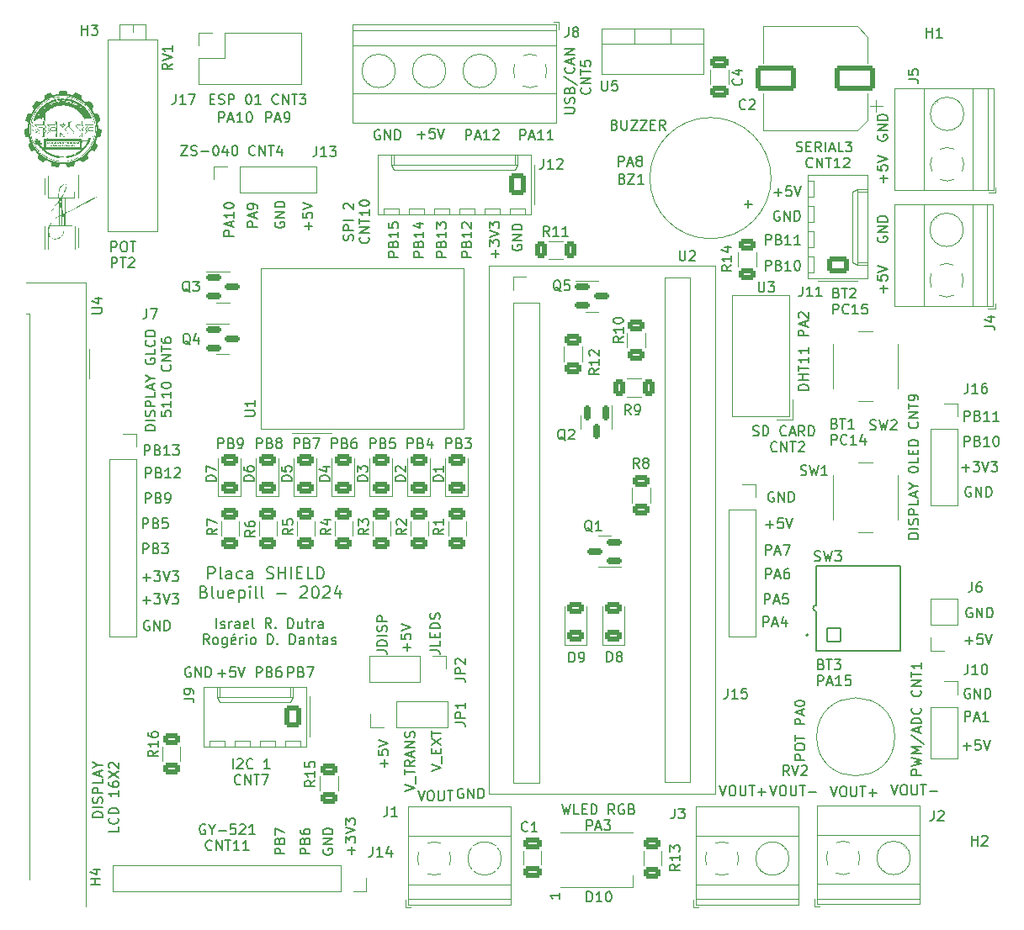
<source format=gto>
G04 #@! TF.GenerationSoftware,KiCad,Pcbnew,8.0.1*
G04 #@! TF.CreationDate,2024-03-31T20:51:03-03:00*
G04 #@! TF.ProjectId,Shield STM32 Bluepill,53686965-6c64-4205-9354-4d333220426c,2.0*
G04 #@! TF.SameCoordinates,Original*
G04 #@! TF.FileFunction,Legend,Top*
G04 #@! TF.FilePolarity,Positive*
%FSLAX46Y46*%
G04 Gerber Fmt 4.6, Leading zero omitted, Abs format (unit mm)*
G04 Created by KiCad (PCBNEW 8.0.1) date 2024-03-31 20:51:03*
%MOMM*%
%LPD*%
G01*
G04 APERTURE LIST*
G04 Aperture macros list*
%AMRoundRect*
0 Rectangle with rounded corners*
0 $1 Rounding radius*
0 $2 $3 $4 $5 $6 $7 $8 $9 X,Y pos of 4 corners*
0 Add a 4 corners polygon primitive as box body*
4,1,4,$2,$3,$4,$5,$6,$7,$8,$9,$2,$3,0*
0 Add four circle primitives for the rounded corners*
1,1,$1+$1,$2,$3*
1,1,$1+$1,$4,$5*
1,1,$1+$1,$6,$7*
1,1,$1+$1,$8,$9*
0 Add four rect primitives between the rounded corners*
20,1,$1+$1,$2,$3,$4,$5,0*
20,1,$1+$1,$4,$5,$6,$7,0*
20,1,$1+$1,$6,$7,$8,$9,0*
20,1,$1+$1,$8,$9,$2,$3,0*%
G04 Aperture macros list end*
%ADD10C,0.150000*%
%ADD11C,0.200000*%
%ADD12C,0.120000*%
%ADD13C,0.000000*%
%ADD14C,0.127000*%
%ADD15C,2.600000*%
%ADD16R,2.600000X2.600000*%
%ADD17RoundRect,0.250000X0.625000X-0.312500X0.625000X0.312500X-0.625000X0.312500X-0.625000X-0.312500X0*%
%ADD18RoundRect,0.150000X-0.587500X-0.150000X0.587500X-0.150000X0.587500X0.150000X-0.587500X0.150000X0*%
%ADD19RoundRect,0.250000X0.620000X0.845000X-0.620000X0.845000X-0.620000X-0.845000X0.620000X-0.845000X0*%
%ADD20O,1.740000X2.190000*%
%ADD21C,0.700000*%
%ADD22C,4.400000*%
%ADD23R,1.500000X1.500000*%
%ADD24C,1.500000*%
%ADD25R,1.700000X1.700000*%
%ADD26O,1.700000X1.700000*%
%ADD27RoundRect,0.250000X0.625000X-0.375000X0.625000X0.375000X-0.625000X0.375000X-0.625000X-0.375000X0*%
%ADD28C,2.000000*%
%ADD29R,2.000000X2.000000*%
%ADD30R,1.905000X2.000000*%
%ADD31O,1.905000X2.000000*%
%ADD32RoundRect,0.250000X-0.625000X0.312500X-0.625000X-0.312500X0.625000X-0.312500X0.625000X0.312500X0*%
%ADD33RoundRect,0.150000X-0.150000X0.587500X-0.150000X-0.587500X0.150000X-0.587500X0.150000X0.587500X0*%
%ADD34RoundRect,0.250000X-0.650000X0.325000X-0.650000X-0.325000X0.650000X-0.325000X0.650000X0.325000X0*%
%ADD35RoundRect,0.102000X-0.654000X-0.654000X0.654000X-0.654000X0.654000X0.654000X-0.654000X0.654000X0*%
%ADD36C,1.512000*%
%ADD37R,2.600000X1.800000*%
%ADD38O,2.600000X1.800000*%
%ADD39RoundRect,0.250000X0.312500X0.625000X-0.312500X0.625000X-0.312500X-0.625000X0.312500X-0.625000X0*%
%ADD40RoundRect,0.250000X0.845000X-0.620000X0.845000X0.620000X-0.845000X0.620000X-0.845000X-0.620000X0*%
%ADD41O,2.190000X1.740000*%
%ADD42C,1.700000*%
%ADD43C,1.800000*%
%ADD44R,1.500000X0.900000*%
%ADD45RoundRect,0.250000X1.750000X1.000000X-1.750000X1.000000X-1.750000X-1.000000X1.750000X-1.000000X0*%
%ADD46RoundRect,0.150000X0.587500X0.150000X-0.587500X0.150000X-0.587500X-0.150000X0.587500X-0.150000X0*%
%ADD47C,1.260000*%
G04 APERTURE END LIST*
D10*
X210879887Y-97740819D02*
X210879887Y-96740819D01*
X210879887Y-96740819D02*
X211260839Y-96740819D01*
X211260839Y-96740819D02*
X211356077Y-96788438D01*
X211356077Y-96788438D02*
X211403696Y-96836057D01*
X211403696Y-96836057D02*
X211451315Y-96931295D01*
X211451315Y-96931295D02*
X211451315Y-97074152D01*
X211451315Y-97074152D02*
X211403696Y-97169390D01*
X211403696Y-97169390D02*
X211356077Y-97217009D01*
X211356077Y-97217009D02*
X211260839Y-97264628D01*
X211260839Y-97264628D02*
X210879887Y-97264628D01*
X211832268Y-97455104D02*
X212308458Y-97455104D01*
X211737030Y-97740819D02*
X212070363Y-96740819D01*
X212070363Y-96740819D02*
X212403696Y-97740819D01*
X213260839Y-97740819D02*
X212689411Y-97740819D01*
X212975125Y-97740819D02*
X212975125Y-96740819D01*
X212975125Y-96740819D02*
X212879887Y-96883676D01*
X212879887Y-96883676D02*
X212784649Y-96978914D01*
X212784649Y-96978914D02*
X212689411Y-97026533D01*
X152473866Y-102349207D02*
X152473866Y-101587303D01*
X152854819Y-101968255D02*
X152092914Y-101968255D01*
X151854819Y-100634922D02*
X151854819Y-101111112D01*
X151854819Y-101111112D02*
X152331009Y-101158731D01*
X152331009Y-101158731D02*
X152283390Y-101111112D01*
X152283390Y-101111112D02*
X152235771Y-101015874D01*
X152235771Y-101015874D02*
X152235771Y-100777779D01*
X152235771Y-100777779D02*
X152283390Y-100682541D01*
X152283390Y-100682541D02*
X152331009Y-100634922D01*
X152331009Y-100634922D02*
X152426247Y-100587303D01*
X152426247Y-100587303D02*
X152664342Y-100587303D01*
X152664342Y-100587303D02*
X152759580Y-100634922D01*
X152759580Y-100634922D02*
X152807200Y-100682541D01*
X152807200Y-100682541D02*
X152854819Y-100777779D01*
X152854819Y-100777779D02*
X152854819Y-101015874D01*
X152854819Y-101015874D02*
X152807200Y-101111112D01*
X152807200Y-101111112D02*
X152759580Y-101158731D01*
X151854819Y-100301588D02*
X152854819Y-99968255D01*
X152854819Y-99968255D02*
X151854819Y-99634922D01*
X134939685Y-35084609D02*
X135273018Y-35084609D01*
X135415875Y-35608419D02*
X134939685Y-35608419D01*
X134939685Y-35608419D02*
X134939685Y-34608419D01*
X134939685Y-34608419D02*
X135415875Y-34608419D01*
X135796828Y-35560800D02*
X135939685Y-35608419D01*
X135939685Y-35608419D02*
X136177780Y-35608419D01*
X136177780Y-35608419D02*
X136273018Y-35560800D01*
X136273018Y-35560800D02*
X136320637Y-35513180D01*
X136320637Y-35513180D02*
X136368256Y-35417942D01*
X136368256Y-35417942D02*
X136368256Y-35322704D01*
X136368256Y-35322704D02*
X136320637Y-35227466D01*
X136320637Y-35227466D02*
X136273018Y-35179847D01*
X136273018Y-35179847D02*
X136177780Y-35132228D01*
X136177780Y-35132228D02*
X135987304Y-35084609D01*
X135987304Y-35084609D02*
X135892066Y-35036990D01*
X135892066Y-35036990D02*
X135844447Y-34989371D01*
X135844447Y-34989371D02*
X135796828Y-34894133D01*
X135796828Y-34894133D02*
X135796828Y-34798895D01*
X135796828Y-34798895D02*
X135844447Y-34703657D01*
X135844447Y-34703657D02*
X135892066Y-34656038D01*
X135892066Y-34656038D02*
X135987304Y-34608419D01*
X135987304Y-34608419D02*
X136225399Y-34608419D01*
X136225399Y-34608419D02*
X136368256Y-34656038D01*
X136796828Y-35608419D02*
X136796828Y-34608419D01*
X136796828Y-34608419D02*
X137177780Y-34608419D01*
X137177780Y-34608419D02*
X137273018Y-34656038D01*
X137273018Y-34656038D02*
X137320637Y-34703657D01*
X137320637Y-34703657D02*
X137368256Y-34798895D01*
X137368256Y-34798895D02*
X137368256Y-34941752D01*
X137368256Y-34941752D02*
X137320637Y-35036990D01*
X137320637Y-35036990D02*
X137273018Y-35084609D01*
X137273018Y-35084609D02*
X137177780Y-35132228D01*
X137177780Y-35132228D02*
X136796828Y-35132228D01*
X138749209Y-34608419D02*
X138844447Y-34608419D01*
X138844447Y-34608419D02*
X138939685Y-34656038D01*
X138939685Y-34656038D02*
X138987304Y-34703657D01*
X138987304Y-34703657D02*
X139034923Y-34798895D01*
X139034923Y-34798895D02*
X139082542Y-34989371D01*
X139082542Y-34989371D02*
X139082542Y-35227466D01*
X139082542Y-35227466D02*
X139034923Y-35417942D01*
X139034923Y-35417942D02*
X138987304Y-35513180D01*
X138987304Y-35513180D02*
X138939685Y-35560800D01*
X138939685Y-35560800D02*
X138844447Y-35608419D01*
X138844447Y-35608419D02*
X138749209Y-35608419D01*
X138749209Y-35608419D02*
X138653971Y-35560800D01*
X138653971Y-35560800D02*
X138606352Y-35513180D01*
X138606352Y-35513180D02*
X138558733Y-35417942D01*
X138558733Y-35417942D02*
X138511114Y-35227466D01*
X138511114Y-35227466D02*
X138511114Y-34989371D01*
X138511114Y-34989371D02*
X138558733Y-34798895D01*
X138558733Y-34798895D02*
X138606352Y-34703657D01*
X138606352Y-34703657D02*
X138653971Y-34656038D01*
X138653971Y-34656038D02*
X138749209Y-34608419D01*
X140034923Y-35608419D02*
X139463495Y-35608419D01*
X139749209Y-35608419D02*
X139749209Y-34608419D01*
X139749209Y-34608419D02*
X139653971Y-34751276D01*
X139653971Y-34751276D02*
X139558733Y-34846514D01*
X139558733Y-34846514D02*
X139463495Y-34894133D01*
X141796828Y-35513180D02*
X141749209Y-35560800D01*
X141749209Y-35560800D02*
X141606352Y-35608419D01*
X141606352Y-35608419D02*
X141511114Y-35608419D01*
X141511114Y-35608419D02*
X141368257Y-35560800D01*
X141368257Y-35560800D02*
X141273019Y-35465561D01*
X141273019Y-35465561D02*
X141225400Y-35370323D01*
X141225400Y-35370323D02*
X141177781Y-35179847D01*
X141177781Y-35179847D02*
X141177781Y-35036990D01*
X141177781Y-35036990D02*
X141225400Y-34846514D01*
X141225400Y-34846514D02*
X141273019Y-34751276D01*
X141273019Y-34751276D02*
X141368257Y-34656038D01*
X141368257Y-34656038D02*
X141511114Y-34608419D01*
X141511114Y-34608419D02*
X141606352Y-34608419D01*
X141606352Y-34608419D02*
X141749209Y-34656038D01*
X141749209Y-34656038D02*
X141796828Y-34703657D01*
X142225400Y-35608419D02*
X142225400Y-34608419D01*
X142225400Y-34608419D02*
X142796828Y-35608419D01*
X142796828Y-35608419D02*
X142796828Y-34608419D01*
X143130162Y-34608419D02*
X143701590Y-34608419D01*
X143415876Y-35608419D02*
X143415876Y-34608419D01*
X143939686Y-34608419D02*
X144558733Y-34608419D01*
X144558733Y-34608419D02*
X144225400Y-34989371D01*
X144225400Y-34989371D02*
X144368257Y-34989371D01*
X144368257Y-34989371D02*
X144463495Y-35036990D01*
X144463495Y-35036990D02*
X144511114Y-35084609D01*
X144511114Y-35084609D02*
X144558733Y-35179847D01*
X144558733Y-35179847D02*
X144558733Y-35417942D01*
X144558733Y-35417942D02*
X144511114Y-35513180D01*
X144511114Y-35513180D02*
X144463495Y-35560800D01*
X144463495Y-35560800D02*
X144368257Y-35608419D01*
X144368257Y-35608419D02*
X144082543Y-35608419D01*
X144082543Y-35608419D02*
X143987305Y-35560800D01*
X143987305Y-35560800D02*
X143939686Y-35513180D01*
X175642857Y-37681009D02*
X175785714Y-37728628D01*
X175785714Y-37728628D02*
X175833333Y-37776247D01*
X175833333Y-37776247D02*
X175880952Y-37871485D01*
X175880952Y-37871485D02*
X175880952Y-38014342D01*
X175880952Y-38014342D02*
X175833333Y-38109580D01*
X175833333Y-38109580D02*
X175785714Y-38157200D01*
X175785714Y-38157200D02*
X175690476Y-38204819D01*
X175690476Y-38204819D02*
X175309524Y-38204819D01*
X175309524Y-38204819D02*
X175309524Y-37204819D01*
X175309524Y-37204819D02*
X175642857Y-37204819D01*
X175642857Y-37204819D02*
X175738095Y-37252438D01*
X175738095Y-37252438D02*
X175785714Y-37300057D01*
X175785714Y-37300057D02*
X175833333Y-37395295D01*
X175833333Y-37395295D02*
X175833333Y-37490533D01*
X175833333Y-37490533D02*
X175785714Y-37585771D01*
X175785714Y-37585771D02*
X175738095Y-37633390D01*
X175738095Y-37633390D02*
X175642857Y-37681009D01*
X175642857Y-37681009D02*
X175309524Y-37681009D01*
X176309524Y-37204819D02*
X176309524Y-38014342D01*
X176309524Y-38014342D02*
X176357143Y-38109580D01*
X176357143Y-38109580D02*
X176404762Y-38157200D01*
X176404762Y-38157200D02*
X176500000Y-38204819D01*
X176500000Y-38204819D02*
X176690476Y-38204819D01*
X176690476Y-38204819D02*
X176785714Y-38157200D01*
X176785714Y-38157200D02*
X176833333Y-38109580D01*
X176833333Y-38109580D02*
X176880952Y-38014342D01*
X176880952Y-38014342D02*
X176880952Y-37204819D01*
X177261905Y-37204819D02*
X177928571Y-37204819D01*
X177928571Y-37204819D02*
X177261905Y-38204819D01*
X177261905Y-38204819D02*
X177928571Y-38204819D01*
X178214286Y-37204819D02*
X178880952Y-37204819D01*
X178880952Y-37204819D02*
X178214286Y-38204819D01*
X178214286Y-38204819D02*
X178880952Y-38204819D01*
X179261905Y-37681009D02*
X179595238Y-37681009D01*
X179738095Y-38204819D02*
X179261905Y-38204819D01*
X179261905Y-38204819D02*
X179261905Y-37204819D01*
X179261905Y-37204819D02*
X179738095Y-37204819D01*
X180738095Y-38204819D02*
X180404762Y-37728628D01*
X180166667Y-38204819D02*
X180166667Y-37204819D01*
X180166667Y-37204819D02*
X180547619Y-37204819D01*
X180547619Y-37204819D02*
X180642857Y-37252438D01*
X180642857Y-37252438D02*
X180690476Y-37300057D01*
X180690476Y-37300057D02*
X180738095Y-37395295D01*
X180738095Y-37395295D02*
X180738095Y-37538152D01*
X180738095Y-37538152D02*
X180690476Y-37633390D01*
X180690476Y-37633390D02*
X180642857Y-37681009D01*
X180642857Y-37681009D02*
X180547619Y-37728628D01*
X180547619Y-37728628D02*
X180166667Y-37728628D01*
X190730333Y-85925819D02*
X190730333Y-84925819D01*
X190730333Y-84925819D02*
X191111285Y-84925819D01*
X191111285Y-84925819D02*
X191206523Y-84973438D01*
X191206523Y-84973438D02*
X191254142Y-85021057D01*
X191254142Y-85021057D02*
X191301761Y-85116295D01*
X191301761Y-85116295D02*
X191301761Y-85259152D01*
X191301761Y-85259152D02*
X191254142Y-85354390D01*
X191254142Y-85354390D02*
X191206523Y-85402009D01*
X191206523Y-85402009D02*
X191111285Y-85449628D01*
X191111285Y-85449628D02*
X190730333Y-85449628D01*
X191682714Y-85640104D02*
X192158904Y-85640104D01*
X191587476Y-85925819D02*
X191920809Y-84925819D01*
X191920809Y-84925819D02*
X192254142Y-85925819D01*
X193063666Y-84925819D02*
X192587476Y-84925819D01*
X192587476Y-84925819D02*
X192539857Y-85402009D01*
X192539857Y-85402009D02*
X192587476Y-85354390D01*
X192587476Y-85354390D02*
X192682714Y-85306771D01*
X192682714Y-85306771D02*
X192920809Y-85306771D01*
X192920809Y-85306771D02*
X193016047Y-85354390D01*
X193016047Y-85354390D02*
X193063666Y-85402009D01*
X193063666Y-85402009D02*
X193111285Y-85497247D01*
X193111285Y-85497247D02*
X193111285Y-85735342D01*
X193111285Y-85735342D02*
X193063666Y-85830580D01*
X193063666Y-85830580D02*
X193016047Y-85878200D01*
X193016047Y-85878200D02*
X192920809Y-85925819D01*
X192920809Y-85925819D02*
X192682714Y-85925819D01*
X192682714Y-85925819D02*
X192587476Y-85878200D01*
X192587476Y-85878200D02*
X192539857Y-85830580D01*
X137324819Y-48872856D02*
X136324819Y-48872856D01*
X136324819Y-48872856D02*
X136324819Y-48491904D01*
X136324819Y-48491904D02*
X136372438Y-48396666D01*
X136372438Y-48396666D02*
X136420057Y-48349047D01*
X136420057Y-48349047D02*
X136515295Y-48301428D01*
X136515295Y-48301428D02*
X136658152Y-48301428D01*
X136658152Y-48301428D02*
X136753390Y-48349047D01*
X136753390Y-48349047D02*
X136801009Y-48396666D01*
X136801009Y-48396666D02*
X136848628Y-48491904D01*
X136848628Y-48491904D02*
X136848628Y-48872856D01*
X137039104Y-47920475D02*
X137039104Y-47444285D01*
X137324819Y-48015713D02*
X136324819Y-47682380D01*
X136324819Y-47682380D02*
X137324819Y-47349047D01*
X137324819Y-46491904D02*
X137324819Y-47063332D01*
X137324819Y-46777618D02*
X136324819Y-46777618D01*
X136324819Y-46777618D02*
X136467676Y-46872856D01*
X136467676Y-46872856D02*
X136562914Y-46968094D01*
X136562914Y-46968094D02*
X136610533Y-47063332D01*
X136324819Y-45872856D02*
X136324819Y-45777618D01*
X136324819Y-45777618D02*
X136372438Y-45682380D01*
X136372438Y-45682380D02*
X136420057Y-45634761D01*
X136420057Y-45634761D02*
X136515295Y-45587142D01*
X136515295Y-45587142D02*
X136705771Y-45539523D01*
X136705771Y-45539523D02*
X136943866Y-45539523D01*
X136943866Y-45539523D02*
X137134342Y-45587142D01*
X137134342Y-45587142D02*
X137229580Y-45634761D01*
X137229580Y-45634761D02*
X137277200Y-45682380D01*
X137277200Y-45682380D02*
X137324819Y-45777618D01*
X137324819Y-45777618D02*
X137324819Y-45872856D01*
X137324819Y-45872856D02*
X137277200Y-45968094D01*
X137277200Y-45968094D02*
X137229580Y-46015713D01*
X137229580Y-46015713D02*
X137134342Y-46063332D01*
X137134342Y-46063332D02*
X136943866Y-46110951D01*
X136943866Y-46110951D02*
X136705771Y-46110951D01*
X136705771Y-46110951D02*
X136515295Y-46063332D01*
X136515295Y-46063332D02*
X136420057Y-46015713D01*
X136420057Y-46015713D02*
X136372438Y-45968094D01*
X136372438Y-45968094D02*
X136324819Y-45872856D01*
X189563809Y-68944228D02*
X189706666Y-68991847D01*
X189706666Y-68991847D02*
X189944761Y-68991847D01*
X189944761Y-68991847D02*
X190039999Y-68944228D01*
X190039999Y-68944228D02*
X190087618Y-68896608D01*
X190087618Y-68896608D02*
X190135237Y-68801370D01*
X190135237Y-68801370D02*
X190135237Y-68706132D01*
X190135237Y-68706132D02*
X190087618Y-68610894D01*
X190087618Y-68610894D02*
X190039999Y-68563275D01*
X190039999Y-68563275D02*
X189944761Y-68515656D01*
X189944761Y-68515656D02*
X189754285Y-68468037D01*
X189754285Y-68468037D02*
X189659047Y-68420418D01*
X189659047Y-68420418D02*
X189611428Y-68372799D01*
X189611428Y-68372799D02*
X189563809Y-68277561D01*
X189563809Y-68277561D02*
X189563809Y-68182323D01*
X189563809Y-68182323D02*
X189611428Y-68087085D01*
X189611428Y-68087085D02*
X189659047Y-68039466D01*
X189659047Y-68039466D02*
X189754285Y-67991847D01*
X189754285Y-67991847D02*
X189992380Y-67991847D01*
X189992380Y-67991847D02*
X190135237Y-68039466D01*
X190563809Y-68991847D02*
X190563809Y-67991847D01*
X190563809Y-67991847D02*
X190801904Y-67991847D01*
X190801904Y-67991847D02*
X190944761Y-68039466D01*
X190944761Y-68039466D02*
X191039999Y-68134704D01*
X191039999Y-68134704D02*
X191087618Y-68229942D01*
X191087618Y-68229942D02*
X191135237Y-68420418D01*
X191135237Y-68420418D02*
X191135237Y-68563275D01*
X191135237Y-68563275D02*
X191087618Y-68753751D01*
X191087618Y-68753751D02*
X191039999Y-68848989D01*
X191039999Y-68848989D02*
X190944761Y-68944228D01*
X190944761Y-68944228D02*
X190801904Y-68991847D01*
X190801904Y-68991847D02*
X190563809Y-68991847D01*
X192897142Y-68896608D02*
X192849523Y-68944228D01*
X192849523Y-68944228D02*
X192706666Y-68991847D01*
X192706666Y-68991847D02*
X192611428Y-68991847D01*
X192611428Y-68991847D02*
X192468571Y-68944228D01*
X192468571Y-68944228D02*
X192373333Y-68848989D01*
X192373333Y-68848989D02*
X192325714Y-68753751D01*
X192325714Y-68753751D02*
X192278095Y-68563275D01*
X192278095Y-68563275D02*
X192278095Y-68420418D01*
X192278095Y-68420418D02*
X192325714Y-68229942D01*
X192325714Y-68229942D02*
X192373333Y-68134704D01*
X192373333Y-68134704D02*
X192468571Y-68039466D01*
X192468571Y-68039466D02*
X192611428Y-67991847D01*
X192611428Y-67991847D02*
X192706666Y-67991847D01*
X192706666Y-67991847D02*
X192849523Y-68039466D01*
X192849523Y-68039466D02*
X192897142Y-68087085D01*
X193278095Y-68706132D02*
X193754285Y-68706132D01*
X193182857Y-68991847D02*
X193516190Y-67991847D01*
X193516190Y-67991847D02*
X193849523Y-68991847D01*
X194754285Y-68991847D02*
X194420952Y-68515656D01*
X194182857Y-68991847D02*
X194182857Y-67991847D01*
X194182857Y-67991847D02*
X194563809Y-67991847D01*
X194563809Y-67991847D02*
X194659047Y-68039466D01*
X194659047Y-68039466D02*
X194706666Y-68087085D01*
X194706666Y-68087085D02*
X194754285Y-68182323D01*
X194754285Y-68182323D02*
X194754285Y-68325180D01*
X194754285Y-68325180D02*
X194706666Y-68420418D01*
X194706666Y-68420418D02*
X194659047Y-68468037D01*
X194659047Y-68468037D02*
X194563809Y-68515656D01*
X194563809Y-68515656D02*
X194182857Y-68515656D01*
X195182857Y-68991847D02*
X195182857Y-67991847D01*
X195182857Y-67991847D02*
X195420952Y-67991847D01*
X195420952Y-67991847D02*
X195563809Y-68039466D01*
X195563809Y-68039466D02*
X195659047Y-68134704D01*
X195659047Y-68134704D02*
X195706666Y-68229942D01*
X195706666Y-68229942D02*
X195754285Y-68420418D01*
X195754285Y-68420418D02*
X195754285Y-68563275D01*
X195754285Y-68563275D02*
X195706666Y-68753751D01*
X195706666Y-68753751D02*
X195659047Y-68848989D01*
X195659047Y-68848989D02*
X195563809Y-68944228D01*
X195563809Y-68944228D02*
X195420952Y-68991847D01*
X195420952Y-68991847D02*
X195182857Y-68991847D01*
X191968571Y-70506552D02*
X191920952Y-70554172D01*
X191920952Y-70554172D02*
X191778095Y-70601791D01*
X191778095Y-70601791D02*
X191682857Y-70601791D01*
X191682857Y-70601791D02*
X191540000Y-70554172D01*
X191540000Y-70554172D02*
X191444762Y-70458933D01*
X191444762Y-70458933D02*
X191397143Y-70363695D01*
X191397143Y-70363695D02*
X191349524Y-70173219D01*
X191349524Y-70173219D02*
X191349524Y-70030362D01*
X191349524Y-70030362D02*
X191397143Y-69839886D01*
X191397143Y-69839886D02*
X191444762Y-69744648D01*
X191444762Y-69744648D02*
X191540000Y-69649410D01*
X191540000Y-69649410D02*
X191682857Y-69601791D01*
X191682857Y-69601791D02*
X191778095Y-69601791D01*
X191778095Y-69601791D02*
X191920952Y-69649410D01*
X191920952Y-69649410D02*
X191968571Y-69697029D01*
X192397143Y-70601791D02*
X192397143Y-69601791D01*
X192397143Y-69601791D02*
X192968571Y-70601791D01*
X192968571Y-70601791D02*
X192968571Y-69601791D01*
X193301905Y-69601791D02*
X193873333Y-69601791D01*
X193587619Y-70601791D02*
X193587619Y-69601791D01*
X194159048Y-69697029D02*
X194206667Y-69649410D01*
X194206667Y-69649410D02*
X194301905Y-69601791D01*
X194301905Y-69601791D02*
X194540000Y-69601791D01*
X194540000Y-69601791D02*
X194635238Y-69649410D01*
X194635238Y-69649410D02*
X194682857Y-69697029D01*
X194682857Y-69697029D02*
X194730476Y-69792267D01*
X194730476Y-69792267D02*
X194730476Y-69887505D01*
X194730476Y-69887505D02*
X194682857Y-70030362D01*
X194682857Y-70030362D02*
X194111429Y-70601791D01*
X194111429Y-70601791D02*
X194730476Y-70601791D01*
X203469048Y-104154819D02*
X203802381Y-105154819D01*
X203802381Y-105154819D02*
X204135714Y-104154819D01*
X204659524Y-104154819D02*
X204850000Y-104154819D01*
X204850000Y-104154819D02*
X204945238Y-104202438D01*
X204945238Y-104202438D02*
X205040476Y-104297676D01*
X205040476Y-104297676D02*
X205088095Y-104488152D01*
X205088095Y-104488152D02*
X205088095Y-104821485D01*
X205088095Y-104821485D02*
X205040476Y-105011961D01*
X205040476Y-105011961D02*
X204945238Y-105107200D01*
X204945238Y-105107200D02*
X204850000Y-105154819D01*
X204850000Y-105154819D02*
X204659524Y-105154819D01*
X204659524Y-105154819D02*
X204564286Y-105107200D01*
X204564286Y-105107200D02*
X204469048Y-105011961D01*
X204469048Y-105011961D02*
X204421429Y-104821485D01*
X204421429Y-104821485D02*
X204421429Y-104488152D01*
X204421429Y-104488152D02*
X204469048Y-104297676D01*
X204469048Y-104297676D02*
X204564286Y-104202438D01*
X204564286Y-104202438D02*
X204659524Y-104154819D01*
X205516667Y-104154819D02*
X205516667Y-104964342D01*
X205516667Y-104964342D02*
X205564286Y-105059580D01*
X205564286Y-105059580D02*
X205611905Y-105107200D01*
X205611905Y-105107200D02*
X205707143Y-105154819D01*
X205707143Y-105154819D02*
X205897619Y-105154819D01*
X205897619Y-105154819D02*
X205992857Y-105107200D01*
X205992857Y-105107200D02*
X206040476Y-105059580D01*
X206040476Y-105059580D02*
X206088095Y-104964342D01*
X206088095Y-104964342D02*
X206088095Y-104154819D01*
X206421429Y-104154819D02*
X206992857Y-104154819D01*
X206707143Y-105154819D02*
X206707143Y-104154819D01*
X207326191Y-104773866D02*
X208088096Y-104773866D01*
X124983333Y-50449847D02*
X124983333Y-49449847D01*
X124983333Y-49449847D02*
X125364285Y-49449847D01*
X125364285Y-49449847D02*
X125459523Y-49497466D01*
X125459523Y-49497466D02*
X125507142Y-49545085D01*
X125507142Y-49545085D02*
X125554761Y-49640323D01*
X125554761Y-49640323D02*
X125554761Y-49783180D01*
X125554761Y-49783180D02*
X125507142Y-49878418D01*
X125507142Y-49878418D02*
X125459523Y-49926037D01*
X125459523Y-49926037D02*
X125364285Y-49973656D01*
X125364285Y-49973656D02*
X124983333Y-49973656D01*
X126173809Y-49449847D02*
X126364285Y-49449847D01*
X126364285Y-49449847D02*
X126459523Y-49497466D01*
X126459523Y-49497466D02*
X126554761Y-49592704D01*
X126554761Y-49592704D02*
X126602380Y-49783180D01*
X126602380Y-49783180D02*
X126602380Y-50116513D01*
X126602380Y-50116513D02*
X126554761Y-50306989D01*
X126554761Y-50306989D02*
X126459523Y-50402228D01*
X126459523Y-50402228D02*
X126364285Y-50449847D01*
X126364285Y-50449847D02*
X126173809Y-50449847D01*
X126173809Y-50449847D02*
X126078571Y-50402228D01*
X126078571Y-50402228D02*
X125983333Y-50306989D01*
X125983333Y-50306989D02*
X125935714Y-50116513D01*
X125935714Y-50116513D02*
X125935714Y-49783180D01*
X125935714Y-49783180D02*
X125983333Y-49592704D01*
X125983333Y-49592704D02*
X126078571Y-49497466D01*
X126078571Y-49497466D02*
X126173809Y-49449847D01*
X126888095Y-49449847D02*
X127459523Y-49449847D01*
X127173809Y-50449847D02*
X127173809Y-49449847D01*
X125030952Y-52059791D02*
X125030952Y-51059791D01*
X125030952Y-51059791D02*
X125411904Y-51059791D01*
X125411904Y-51059791D02*
X125507142Y-51107410D01*
X125507142Y-51107410D02*
X125554761Y-51155029D01*
X125554761Y-51155029D02*
X125602380Y-51250267D01*
X125602380Y-51250267D02*
X125602380Y-51393124D01*
X125602380Y-51393124D02*
X125554761Y-51488362D01*
X125554761Y-51488362D02*
X125507142Y-51535981D01*
X125507142Y-51535981D02*
X125411904Y-51583600D01*
X125411904Y-51583600D02*
X125030952Y-51583600D01*
X125888095Y-51059791D02*
X126459523Y-51059791D01*
X126173809Y-52059791D02*
X126173809Y-51059791D01*
X126745238Y-51155029D02*
X126792857Y-51107410D01*
X126792857Y-51107410D02*
X126888095Y-51059791D01*
X126888095Y-51059791D02*
X127126190Y-51059791D01*
X127126190Y-51059791D02*
X127221428Y-51107410D01*
X127221428Y-51107410D02*
X127269047Y-51155029D01*
X127269047Y-51155029D02*
X127316666Y-51250267D01*
X127316666Y-51250267D02*
X127316666Y-51345505D01*
X127316666Y-51345505D02*
X127269047Y-51488362D01*
X127269047Y-51488362D02*
X126697619Y-52059791D01*
X126697619Y-52059791D02*
X127316666Y-52059791D01*
X154811905Y-70254819D02*
X154811905Y-69254819D01*
X154811905Y-69254819D02*
X155192857Y-69254819D01*
X155192857Y-69254819D02*
X155288095Y-69302438D01*
X155288095Y-69302438D02*
X155335714Y-69350057D01*
X155335714Y-69350057D02*
X155383333Y-69445295D01*
X155383333Y-69445295D02*
X155383333Y-69588152D01*
X155383333Y-69588152D02*
X155335714Y-69683390D01*
X155335714Y-69683390D02*
X155288095Y-69731009D01*
X155288095Y-69731009D02*
X155192857Y-69778628D01*
X155192857Y-69778628D02*
X154811905Y-69778628D01*
X156145238Y-69731009D02*
X156288095Y-69778628D01*
X156288095Y-69778628D02*
X156335714Y-69826247D01*
X156335714Y-69826247D02*
X156383333Y-69921485D01*
X156383333Y-69921485D02*
X156383333Y-70064342D01*
X156383333Y-70064342D02*
X156335714Y-70159580D01*
X156335714Y-70159580D02*
X156288095Y-70207200D01*
X156288095Y-70207200D02*
X156192857Y-70254819D01*
X156192857Y-70254819D02*
X155811905Y-70254819D01*
X155811905Y-70254819D02*
X155811905Y-69254819D01*
X155811905Y-69254819D02*
X156145238Y-69254819D01*
X156145238Y-69254819D02*
X156240476Y-69302438D01*
X156240476Y-69302438D02*
X156288095Y-69350057D01*
X156288095Y-69350057D02*
X156335714Y-69445295D01*
X156335714Y-69445295D02*
X156335714Y-69540533D01*
X156335714Y-69540533D02*
X156288095Y-69635771D01*
X156288095Y-69635771D02*
X156240476Y-69683390D01*
X156240476Y-69683390D02*
X156145238Y-69731009D01*
X156145238Y-69731009D02*
X155811905Y-69731009D01*
X157240476Y-69588152D02*
X157240476Y-70254819D01*
X157002381Y-69207200D02*
X156764286Y-69921485D01*
X156764286Y-69921485D02*
X157383333Y-69921485D01*
X210835714Y-67510819D02*
X210835714Y-66510819D01*
X210835714Y-66510819D02*
X211216666Y-66510819D01*
X211216666Y-66510819D02*
X211311904Y-66558438D01*
X211311904Y-66558438D02*
X211359523Y-66606057D01*
X211359523Y-66606057D02*
X211407142Y-66701295D01*
X211407142Y-66701295D02*
X211407142Y-66844152D01*
X211407142Y-66844152D02*
X211359523Y-66939390D01*
X211359523Y-66939390D02*
X211311904Y-66987009D01*
X211311904Y-66987009D02*
X211216666Y-67034628D01*
X211216666Y-67034628D02*
X210835714Y-67034628D01*
X212169047Y-66987009D02*
X212311904Y-67034628D01*
X212311904Y-67034628D02*
X212359523Y-67082247D01*
X212359523Y-67082247D02*
X212407142Y-67177485D01*
X212407142Y-67177485D02*
X212407142Y-67320342D01*
X212407142Y-67320342D02*
X212359523Y-67415580D01*
X212359523Y-67415580D02*
X212311904Y-67463200D01*
X212311904Y-67463200D02*
X212216666Y-67510819D01*
X212216666Y-67510819D02*
X211835714Y-67510819D01*
X211835714Y-67510819D02*
X211835714Y-66510819D01*
X211835714Y-66510819D02*
X212169047Y-66510819D01*
X212169047Y-66510819D02*
X212264285Y-66558438D01*
X212264285Y-66558438D02*
X212311904Y-66606057D01*
X212311904Y-66606057D02*
X212359523Y-66701295D01*
X212359523Y-66701295D02*
X212359523Y-66796533D01*
X212359523Y-66796533D02*
X212311904Y-66891771D01*
X212311904Y-66891771D02*
X212264285Y-66939390D01*
X212264285Y-66939390D02*
X212169047Y-66987009D01*
X212169047Y-66987009D02*
X211835714Y-66987009D01*
X213359523Y-67510819D02*
X212788095Y-67510819D01*
X213073809Y-67510819D02*
X213073809Y-66510819D01*
X213073809Y-66510819D02*
X212978571Y-66653676D01*
X212978571Y-66653676D02*
X212883333Y-66748914D01*
X212883333Y-66748914D02*
X212788095Y-66796533D01*
X214311904Y-67510819D02*
X213740476Y-67510819D01*
X214026190Y-67510819D02*
X214026190Y-66510819D01*
X214026190Y-66510819D02*
X213930952Y-66653676D01*
X213930952Y-66653676D02*
X213835714Y-66748914D01*
X213835714Y-66748914D02*
X213740476Y-66796533D01*
X149171866Y-111108904D02*
X149171866Y-110347000D01*
X149552819Y-110727952D02*
X148790914Y-110727952D01*
X148552819Y-109966047D02*
X148552819Y-109347000D01*
X148552819Y-109347000D02*
X148933771Y-109680333D01*
X148933771Y-109680333D02*
X148933771Y-109537476D01*
X148933771Y-109537476D02*
X148981390Y-109442238D01*
X148981390Y-109442238D02*
X149029009Y-109394619D01*
X149029009Y-109394619D02*
X149124247Y-109347000D01*
X149124247Y-109347000D02*
X149362342Y-109347000D01*
X149362342Y-109347000D02*
X149457580Y-109394619D01*
X149457580Y-109394619D02*
X149505200Y-109442238D01*
X149505200Y-109442238D02*
X149552819Y-109537476D01*
X149552819Y-109537476D02*
X149552819Y-109823190D01*
X149552819Y-109823190D02*
X149505200Y-109918428D01*
X149505200Y-109918428D02*
X149457580Y-109966047D01*
X148552819Y-109061285D02*
X149552819Y-108727952D01*
X149552819Y-108727952D02*
X148552819Y-108394619D01*
X148552819Y-108156523D02*
X148552819Y-107537476D01*
X148552819Y-107537476D02*
X148933771Y-107870809D01*
X148933771Y-107870809D02*
X148933771Y-107727952D01*
X148933771Y-107727952D02*
X148981390Y-107632714D01*
X148981390Y-107632714D02*
X149029009Y-107585095D01*
X149029009Y-107585095D02*
X149124247Y-107537476D01*
X149124247Y-107537476D02*
X149362342Y-107537476D01*
X149362342Y-107537476D02*
X149457580Y-107585095D01*
X149457580Y-107585095D02*
X149505200Y-107632714D01*
X149505200Y-107632714D02*
X149552819Y-107727952D01*
X149552819Y-107727952D02*
X149552819Y-108013666D01*
X149552819Y-108013666D02*
X149505200Y-108108904D01*
X149505200Y-108108904D02*
X149457580Y-108156523D01*
X190835714Y-49754819D02*
X190835714Y-48754819D01*
X190835714Y-48754819D02*
X191216666Y-48754819D01*
X191216666Y-48754819D02*
X191311904Y-48802438D01*
X191311904Y-48802438D02*
X191359523Y-48850057D01*
X191359523Y-48850057D02*
X191407142Y-48945295D01*
X191407142Y-48945295D02*
X191407142Y-49088152D01*
X191407142Y-49088152D02*
X191359523Y-49183390D01*
X191359523Y-49183390D02*
X191311904Y-49231009D01*
X191311904Y-49231009D02*
X191216666Y-49278628D01*
X191216666Y-49278628D02*
X190835714Y-49278628D01*
X192169047Y-49231009D02*
X192311904Y-49278628D01*
X192311904Y-49278628D02*
X192359523Y-49326247D01*
X192359523Y-49326247D02*
X192407142Y-49421485D01*
X192407142Y-49421485D02*
X192407142Y-49564342D01*
X192407142Y-49564342D02*
X192359523Y-49659580D01*
X192359523Y-49659580D02*
X192311904Y-49707200D01*
X192311904Y-49707200D02*
X192216666Y-49754819D01*
X192216666Y-49754819D02*
X191835714Y-49754819D01*
X191835714Y-49754819D02*
X191835714Y-48754819D01*
X191835714Y-48754819D02*
X192169047Y-48754819D01*
X192169047Y-48754819D02*
X192264285Y-48802438D01*
X192264285Y-48802438D02*
X192311904Y-48850057D01*
X192311904Y-48850057D02*
X192359523Y-48945295D01*
X192359523Y-48945295D02*
X192359523Y-49040533D01*
X192359523Y-49040533D02*
X192311904Y-49135771D01*
X192311904Y-49135771D02*
X192264285Y-49183390D01*
X192264285Y-49183390D02*
X192169047Y-49231009D01*
X192169047Y-49231009D02*
X191835714Y-49231009D01*
X193359523Y-49754819D02*
X192788095Y-49754819D01*
X193073809Y-49754819D02*
X193073809Y-48754819D01*
X193073809Y-48754819D02*
X192978571Y-48897676D01*
X192978571Y-48897676D02*
X192883333Y-48992914D01*
X192883333Y-48992914D02*
X192788095Y-49040533D01*
X194311904Y-49754819D02*
X193740476Y-49754819D01*
X194026190Y-49754819D02*
X194026190Y-48754819D01*
X194026190Y-48754819D02*
X193930952Y-48897676D01*
X193930952Y-48897676D02*
X193835714Y-48992914D01*
X193835714Y-48992914D02*
X193740476Y-49040533D01*
X132969095Y-92339438D02*
X132873857Y-92291819D01*
X132873857Y-92291819D02*
X132731000Y-92291819D01*
X132731000Y-92291819D02*
X132588143Y-92339438D01*
X132588143Y-92339438D02*
X132492905Y-92434676D01*
X132492905Y-92434676D02*
X132445286Y-92529914D01*
X132445286Y-92529914D02*
X132397667Y-92720390D01*
X132397667Y-92720390D02*
X132397667Y-92863247D01*
X132397667Y-92863247D02*
X132445286Y-93053723D01*
X132445286Y-93053723D02*
X132492905Y-93148961D01*
X132492905Y-93148961D02*
X132588143Y-93244200D01*
X132588143Y-93244200D02*
X132731000Y-93291819D01*
X132731000Y-93291819D02*
X132826238Y-93291819D01*
X132826238Y-93291819D02*
X132969095Y-93244200D01*
X132969095Y-93244200D02*
X133016714Y-93196580D01*
X133016714Y-93196580D02*
X133016714Y-92863247D01*
X133016714Y-92863247D02*
X132826238Y-92863247D01*
X133445286Y-93291819D02*
X133445286Y-92291819D01*
X133445286Y-92291819D02*
X134016714Y-93291819D01*
X134016714Y-93291819D02*
X134016714Y-92291819D01*
X134492905Y-93291819D02*
X134492905Y-92291819D01*
X134492905Y-92291819D02*
X134731000Y-92291819D01*
X134731000Y-92291819D02*
X134873857Y-92339438D01*
X134873857Y-92339438D02*
X134969095Y-92434676D01*
X134969095Y-92434676D02*
X135016714Y-92529914D01*
X135016714Y-92529914D02*
X135064333Y-92720390D01*
X135064333Y-92720390D02*
X135064333Y-92863247D01*
X135064333Y-92863247D02*
X135016714Y-93053723D01*
X135016714Y-93053723D02*
X134969095Y-93148961D01*
X134969095Y-93148961D02*
X134873857Y-93244200D01*
X134873857Y-93244200D02*
X134731000Y-93291819D01*
X134731000Y-93291819D02*
X134492905Y-93291819D01*
X129399847Y-68479761D02*
X128399847Y-68479761D01*
X128399847Y-68479761D02*
X128399847Y-68241666D01*
X128399847Y-68241666D02*
X128447466Y-68098809D01*
X128447466Y-68098809D02*
X128542704Y-68003571D01*
X128542704Y-68003571D02*
X128637942Y-67955952D01*
X128637942Y-67955952D02*
X128828418Y-67908333D01*
X128828418Y-67908333D02*
X128971275Y-67908333D01*
X128971275Y-67908333D02*
X129161751Y-67955952D01*
X129161751Y-67955952D02*
X129256989Y-68003571D01*
X129256989Y-68003571D02*
X129352228Y-68098809D01*
X129352228Y-68098809D02*
X129399847Y-68241666D01*
X129399847Y-68241666D02*
X129399847Y-68479761D01*
X129399847Y-67479761D02*
X128399847Y-67479761D01*
X129352228Y-67051190D02*
X129399847Y-66908333D01*
X129399847Y-66908333D02*
X129399847Y-66670238D01*
X129399847Y-66670238D02*
X129352228Y-66575000D01*
X129352228Y-66575000D02*
X129304608Y-66527381D01*
X129304608Y-66527381D02*
X129209370Y-66479762D01*
X129209370Y-66479762D02*
X129114132Y-66479762D01*
X129114132Y-66479762D02*
X129018894Y-66527381D01*
X129018894Y-66527381D02*
X128971275Y-66575000D01*
X128971275Y-66575000D02*
X128923656Y-66670238D01*
X128923656Y-66670238D02*
X128876037Y-66860714D01*
X128876037Y-66860714D02*
X128828418Y-66955952D01*
X128828418Y-66955952D02*
X128780799Y-67003571D01*
X128780799Y-67003571D02*
X128685561Y-67051190D01*
X128685561Y-67051190D02*
X128590323Y-67051190D01*
X128590323Y-67051190D02*
X128495085Y-67003571D01*
X128495085Y-67003571D02*
X128447466Y-66955952D01*
X128447466Y-66955952D02*
X128399847Y-66860714D01*
X128399847Y-66860714D02*
X128399847Y-66622619D01*
X128399847Y-66622619D02*
X128447466Y-66479762D01*
X129399847Y-66051190D02*
X128399847Y-66051190D01*
X128399847Y-66051190D02*
X128399847Y-65670238D01*
X128399847Y-65670238D02*
X128447466Y-65575000D01*
X128447466Y-65575000D02*
X128495085Y-65527381D01*
X128495085Y-65527381D02*
X128590323Y-65479762D01*
X128590323Y-65479762D02*
X128733180Y-65479762D01*
X128733180Y-65479762D02*
X128828418Y-65527381D01*
X128828418Y-65527381D02*
X128876037Y-65575000D01*
X128876037Y-65575000D02*
X128923656Y-65670238D01*
X128923656Y-65670238D02*
X128923656Y-66051190D01*
X129399847Y-64575000D02*
X129399847Y-65051190D01*
X129399847Y-65051190D02*
X128399847Y-65051190D01*
X129114132Y-64289285D02*
X129114132Y-63813095D01*
X129399847Y-64384523D02*
X128399847Y-64051190D01*
X128399847Y-64051190D02*
X129399847Y-63717857D01*
X128923656Y-63194047D02*
X129399847Y-63194047D01*
X128399847Y-63527380D02*
X128923656Y-63194047D01*
X128923656Y-63194047D02*
X128399847Y-62860714D01*
X128447466Y-61241666D02*
X128399847Y-61336904D01*
X128399847Y-61336904D02*
X128399847Y-61479761D01*
X128399847Y-61479761D02*
X128447466Y-61622618D01*
X128447466Y-61622618D02*
X128542704Y-61717856D01*
X128542704Y-61717856D02*
X128637942Y-61765475D01*
X128637942Y-61765475D02*
X128828418Y-61813094D01*
X128828418Y-61813094D02*
X128971275Y-61813094D01*
X128971275Y-61813094D02*
X129161751Y-61765475D01*
X129161751Y-61765475D02*
X129256989Y-61717856D01*
X129256989Y-61717856D02*
X129352228Y-61622618D01*
X129352228Y-61622618D02*
X129399847Y-61479761D01*
X129399847Y-61479761D02*
X129399847Y-61384523D01*
X129399847Y-61384523D02*
X129352228Y-61241666D01*
X129352228Y-61241666D02*
X129304608Y-61194047D01*
X129304608Y-61194047D02*
X128971275Y-61194047D01*
X128971275Y-61194047D02*
X128971275Y-61384523D01*
X129399847Y-60289285D02*
X129399847Y-60765475D01*
X129399847Y-60765475D02*
X128399847Y-60765475D01*
X129304608Y-59384523D02*
X129352228Y-59432142D01*
X129352228Y-59432142D02*
X129399847Y-59574999D01*
X129399847Y-59574999D02*
X129399847Y-59670237D01*
X129399847Y-59670237D02*
X129352228Y-59813094D01*
X129352228Y-59813094D02*
X129256989Y-59908332D01*
X129256989Y-59908332D02*
X129161751Y-59955951D01*
X129161751Y-59955951D02*
X128971275Y-60003570D01*
X128971275Y-60003570D02*
X128828418Y-60003570D01*
X128828418Y-60003570D02*
X128637942Y-59955951D01*
X128637942Y-59955951D02*
X128542704Y-59908332D01*
X128542704Y-59908332D02*
X128447466Y-59813094D01*
X128447466Y-59813094D02*
X128399847Y-59670237D01*
X128399847Y-59670237D02*
X128399847Y-59574999D01*
X128399847Y-59574999D02*
X128447466Y-59432142D01*
X128447466Y-59432142D02*
X128495085Y-59384523D01*
X129399847Y-58955951D02*
X128399847Y-58955951D01*
X128399847Y-58955951D02*
X128399847Y-58717856D01*
X128399847Y-58717856D02*
X128447466Y-58574999D01*
X128447466Y-58574999D02*
X128542704Y-58479761D01*
X128542704Y-58479761D02*
X128637942Y-58432142D01*
X128637942Y-58432142D02*
X128828418Y-58384523D01*
X128828418Y-58384523D02*
X128971275Y-58384523D01*
X128971275Y-58384523D02*
X129161751Y-58432142D01*
X129161751Y-58432142D02*
X129256989Y-58479761D01*
X129256989Y-58479761D02*
X129352228Y-58574999D01*
X129352228Y-58574999D02*
X129399847Y-58717856D01*
X129399847Y-58717856D02*
X129399847Y-58955951D01*
X130009791Y-66527381D02*
X130009791Y-67003571D01*
X130009791Y-67003571D02*
X130485981Y-67051190D01*
X130485981Y-67051190D02*
X130438362Y-67003571D01*
X130438362Y-67003571D02*
X130390743Y-66908333D01*
X130390743Y-66908333D02*
X130390743Y-66670238D01*
X130390743Y-66670238D02*
X130438362Y-66575000D01*
X130438362Y-66575000D02*
X130485981Y-66527381D01*
X130485981Y-66527381D02*
X130581219Y-66479762D01*
X130581219Y-66479762D02*
X130819314Y-66479762D01*
X130819314Y-66479762D02*
X130914552Y-66527381D01*
X130914552Y-66527381D02*
X130962172Y-66575000D01*
X130962172Y-66575000D02*
X131009791Y-66670238D01*
X131009791Y-66670238D02*
X131009791Y-66908333D01*
X131009791Y-66908333D02*
X130962172Y-67003571D01*
X130962172Y-67003571D02*
X130914552Y-67051190D01*
X131009791Y-65527381D02*
X131009791Y-66098809D01*
X131009791Y-65813095D02*
X130009791Y-65813095D01*
X130009791Y-65813095D02*
X130152648Y-65908333D01*
X130152648Y-65908333D02*
X130247886Y-66003571D01*
X130247886Y-66003571D02*
X130295505Y-66098809D01*
X131009791Y-64575000D02*
X131009791Y-65146428D01*
X131009791Y-64860714D02*
X130009791Y-64860714D01*
X130009791Y-64860714D02*
X130152648Y-64955952D01*
X130152648Y-64955952D02*
X130247886Y-65051190D01*
X130247886Y-65051190D02*
X130295505Y-65146428D01*
X130009791Y-63955952D02*
X130009791Y-63860714D01*
X130009791Y-63860714D02*
X130057410Y-63765476D01*
X130057410Y-63765476D02*
X130105029Y-63717857D01*
X130105029Y-63717857D02*
X130200267Y-63670238D01*
X130200267Y-63670238D02*
X130390743Y-63622619D01*
X130390743Y-63622619D02*
X130628838Y-63622619D01*
X130628838Y-63622619D02*
X130819314Y-63670238D01*
X130819314Y-63670238D02*
X130914552Y-63717857D01*
X130914552Y-63717857D02*
X130962172Y-63765476D01*
X130962172Y-63765476D02*
X131009791Y-63860714D01*
X131009791Y-63860714D02*
X131009791Y-63955952D01*
X131009791Y-63955952D02*
X130962172Y-64051190D01*
X130962172Y-64051190D02*
X130914552Y-64098809D01*
X130914552Y-64098809D02*
X130819314Y-64146428D01*
X130819314Y-64146428D02*
X130628838Y-64194047D01*
X130628838Y-64194047D02*
X130390743Y-64194047D01*
X130390743Y-64194047D02*
X130200267Y-64146428D01*
X130200267Y-64146428D02*
X130105029Y-64098809D01*
X130105029Y-64098809D02*
X130057410Y-64051190D01*
X130057410Y-64051190D02*
X130009791Y-63955952D01*
X130914552Y-61860714D02*
X130962172Y-61908333D01*
X130962172Y-61908333D02*
X131009791Y-62051190D01*
X131009791Y-62051190D02*
X131009791Y-62146428D01*
X131009791Y-62146428D02*
X130962172Y-62289285D01*
X130962172Y-62289285D02*
X130866933Y-62384523D01*
X130866933Y-62384523D02*
X130771695Y-62432142D01*
X130771695Y-62432142D02*
X130581219Y-62479761D01*
X130581219Y-62479761D02*
X130438362Y-62479761D01*
X130438362Y-62479761D02*
X130247886Y-62432142D01*
X130247886Y-62432142D02*
X130152648Y-62384523D01*
X130152648Y-62384523D02*
X130057410Y-62289285D01*
X130057410Y-62289285D02*
X130009791Y-62146428D01*
X130009791Y-62146428D02*
X130009791Y-62051190D01*
X130009791Y-62051190D02*
X130057410Y-61908333D01*
X130057410Y-61908333D02*
X130105029Y-61860714D01*
X131009791Y-61432142D02*
X130009791Y-61432142D01*
X130009791Y-61432142D02*
X131009791Y-60860714D01*
X131009791Y-60860714D02*
X130009791Y-60860714D01*
X130009791Y-60527380D02*
X130009791Y-59955952D01*
X131009791Y-60241666D02*
X130009791Y-60241666D01*
X130009791Y-59194047D02*
X130009791Y-59384523D01*
X130009791Y-59384523D02*
X130057410Y-59479761D01*
X130057410Y-59479761D02*
X130105029Y-59527380D01*
X130105029Y-59527380D02*
X130247886Y-59622618D01*
X130247886Y-59622618D02*
X130438362Y-59670237D01*
X130438362Y-59670237D02*
X130819314Y-59670237D01*
X130819314Y-59670237D02*
X130914552Y-59622618D01*
X130914552Y-59622618D02*
X130962172Y-59574999D01*
X130962172Y-59574999D02*
X131009791Y-59479761D01*
X131009791Y-59479761D02*
X131009791Y-59289285D01*
X131009791Y-59289285D02*
X130962172Y-59194047D01*
X130962172Y-59194047D02*
X130914552Y-59146428D01*
X130914552Y-59146428D02*
X130819314Y-59098809D01*
X130819314Y-59098809D02*
X130581219Y-59098809D01*
X130581219Y-59098809D02*
X130485981Y-59146428D01*
X130485981Y-59146428D02*
X130438362Y-59194047D01*
X130438362Y-59194047D02*
X130390743Y-59289285D01*
X130390743Y-59289285D02*
X130390743Y-59479761D01*
X130390743Y-59479761D02*
X130438362Y-59574999D01*
X130438362Y-59574999D02*
X130485981Y-59622618D01*
X130485981Y-59622618D02*
X130581219Y-59670237D01*
X190835714Y-52354819D02*
X190835714Y-51354819D01*
X190835714Y-51354819D02*
X191216666Y-51354819D01*
X191216666Y-51354819D02*
X191311904Y-51402438D01*
X191311904Y-51402438D02*
X191359523Y-51450057D01*
X191359523Y-51450057D02*
X191407142Y-51545295D01*
X191407142Y-51545295D02*
X191407142Y-51688152D01*
X191407142Y-51688152D02*
X191359523Y-51783390D01*
X191359523Y-51783390D02*
X191311904Y-51831009D01*
X191311904Y-51831009D02*
X191216666Y-51878628D01*
X191216666Y-51878628D02*
X190835714Y-51878628D01*
X192169047Y-51831009D02*
X192311904Y-51878628D01*
X192311904Y-51878628D02*
X192359523Y-51926247D01*
X192359523Y-51926247D02*
X192407142Y-52021485D01*
X192407142Y-52021485D02*
X192407142Y-52164342D01*
X192407142Y-52164342D02*
X192359523Y-52259580D01*
X192359523Y-52259580D02*
X192311904Y-52307200D01*
X192311904Y-52307200D02*
X192216666Y-52354819D01*
X192216666Y-52354819D02*
X191835714Y-52354819D01*
X191835714Y-52354819D02*
X191835714Y-51354819D01*
X191835714Y-51354819D02*
X192169047Y-51354819D01*
X192169047Y-51354819D02*
X192264285Y-51402438D01*
X192264285Y-51402438D02*
X192311904Y-51450057D01*
X192311904Y-51450057D02*
X192359523Y-51545295D01*
X192359523Y-51545295D02*
X192359523Y-51640533D01*
X192359523Y-51640533D02*
X192311904Y-51735771D01*
X192311904Y-51735771D02*
X192264285Y-51783390D01*
X192264285Y-51783390D02*
X192169047Y-51831009D01*
X192169047Y-51831009D02*
X191835714Y-51831009D01*
X193359523Y-52354819D02*
X192788095Y-52354819D01*
X193073809Y-52354819D02*
X193073809Y-51354819D01*
X193073809Y-51354819D02*
X192978571Y-51497676D01*
X192978571Y-51497676D02*
X192883333Y-51592914D01*
X192883333Y-51592914D02*
X192788095Y-51640533D01*
X193978571Y-51354819D02*
X194073809Y-51354819D01*
X194073809Y-51354819D02*
X194169047Y-51402438D01*
X194169047Y-51402438D02*
X194216666Y-51450057D01*
X194216666Y-51450057D02*
X194264285Y-51545295D01*
X194264285Y-51545295D02*
X194311904Y-51735771D01*
X194311904Y-51735771D02*
X194311904Y-51973866D01*
X194311904Y-51973866D02*
X194264285Y-52164342D01*
X194264285Y-52164342D02*
X194216666Y-52259580D01*
X194216666Y-52259580D02*
X194169047Y-52307200D01*
X194169047Y-52307200D02*
X194073809Y-52354819D01*
X194073809Y-52354819D02*
X193978571Y-52354819D01*
X193978571Y-52354819D02*
X193883333Y-52307200D01*
X193883333Y-52307200D02*
X193835714Y-52259580D01*
X193835714Y-52259580D02*
X193788095Y-52164342D01*
X193788095Y-52164342D02*
X193740476Y-51973866D01*
X193740476Y-51973866D02*
X193740476Y-51735771D01*
X193740476Y-51735771D02*
X193788095Y-51545295D01*
X193788095Y-51545295D02*
X193835714Y-51450057D01*
X193835714Y-51450057D02*
X193883333Y-51402438D01*
X193883333Y-51402438D02*
X193978571Y-51354819D01*
X193933333Y-40352228D02*
X194076190Y-40399847D01*
X194076190Y-40399847D02*
X194314285Y-40399847D01*
X194314285Y-40399847D02*
X194409523Y-40352228D01*
X194409523Y-40352228D02*
X194457142Y-40304608D01*
X194457142Y-40304608D02*
X194504761Y-40209370D01*
X194504761Y-40209370D02*
X194504761Y-40114132D01*
X194504761Y-40114132D02*
X194457142Y-40018894D01*
X194457142Y-40018894D02*
X194409523Y-39971275D01*
X194409523Y-39971275D02*
X194314285Y-39923656D01*
X194314285Y-39923656D02*
X194123809Y-39876037D01*
X194123809Y-39876037D02*
X194028571Y-39828418D01*
X194028571Y-39828418D02*
X193980952Y-39780799D01*
X193980952Y-39780799D02*
X193933333Y-39685561D01*
X193933333Y-39685561D02*
X193933333Y-39590323D01*
X193933333Y-39590323D02*
X193980952Y-39495085D01*
X193980952Y-39495085D02*
X194028571Y-39447466D01*
X194028571Y-39447466D02*
X194123809Y-39399847D01*
X194123809Y-39399847D02*
X194361904Y-39399847D01*
X194361904Y-39399847D02*
X194504761Y-39447466D01*
X194933333Y-39876037D02*
X195266666Y-39876037D01*
X195409523Y-40399847D02*
X194933333Y-40399847D01*
X194933333Y-40399847D02*
X194933333Y-39399847D01*
X194933333Y-39399847D02*
X195409523Y-39399847D01*
X196409523Y-40399847D02*
X196076190Y-39923656D01*
X195838095Y-40399847D02*
X195838095Y-39399847D01*
X195838095Y-39399847D02*
X196219047Y-39399847D01*
X196219047Y-39399847D02*
X196314285Y-39447466D01*
X196314285Y-39447466D02*
X196361904Y-39495085D01*
X196361904Y-39495085D02*
X196409523Y-39590323D01*
X196409523Y-39590323D02*
X196409523Y-39733180D01*
X196409523Y-39733180D02*
X196361904Y-39828418D01*
X196361904Y-39828418D02*
X196314285Y-39876037D01*
X196314285Y-39876037D02*
X196219047Y-39923656D01*
X196219047Y-39923656D02*
X195838095Y-39923656D01*
X196838095Y-40399847D02*
X196838095Y-39399847D01*
X197266666Y-40114132D02*
X197742856Y-40114132D01*
X197171428Y-40399847D02*
X197504761Y-39399847D01*
X197504761Y-39399847D02*
X197838094Y-40399847D01*
X198647618Y-40399847D02*
X198171428Y-40399847D01*
X198171428Y-40399847D02*
X198171428Y-39399847D01*
X198885714Y-39399847D02*
X199504761Y-39399847D01*
X199504761Y-39399847D02*
X199171428Y-39780799D01*
X199171428Y-39780799D02*
X199314285Y-39780799D01*
X199314285Y-39780799D02*
X199409523Y-39828418D01*
X199409523Y-39828418D02*
X199457142Y-39876037D01*
X199457142Y-39876037D02*
X199504761Y-39971275D01*
X199504761Y-39971275D02*
X199504761Y-40209370D01*
X199504761Y-40209370D02*
X199457142Y-40304608D01*
X199457142Y-40304608D02*
X199409523Y-40352228D01*
X199409523Y-40352228D02*
X199314285Y-40399847D01*
X199314285Y-40399847D02*
X199028571Y-40399847D01*
X199028571Y-40399847D02*
X198933333Y-40352228D01*
X198933333Y-40352228D02*
X198885714Y-40304608D01*
X195552380Y-41914552D02*
X195504761Y-41962172D01*
X195504761Y-41962172D02*
X195361904Y-42009791D01*
X195361904Y-42009791D02*
X195266666Y-42009791D01*
X195266666Y-42009791D02*
X195123809Y-41962172D01*
X195123809Y-41962172D02*
X195028571Y-41866933D01*
X195028571Y-41866933D02*
X194980952Y-41771695D01*
X194980952Y-41771695D02*
X194933333Y-41581219D01*
X194933333Y-41581219D02*
X194933333Y-41438362D01*
X194933333Y-41438362D02*
X194980952Y-41247886D01*
X194980952Y-41247886D02*
X195028571Y-41152648D01*
X195028571Y-41152648D02*
X195123809Y-41057410D01*
X195123809Y-41057410D02*
X195266666Y-41009791D01*
X195266666Y-41009791D02*
X195361904Y-41009791D01*
X195361904Y-41009791D02*
X195504761Y-41057410D01*
X195504761Y-41057410D02*
X195552380Y-41105029D01*
X195980952Y-42009791D02*
X195980952Y-41009791D01*
X195980952Y-41009791D02*
X196552380Y-42009791D01*
X196552380Y-42009791D02*
X196552380Y-41009791D01*
X196885714Y-41009791D02*
X197457142Y-41009791D01*
X197171428Y-42009791D02*
X197171428Y-41009791D01*
X198314285Y-42009791D02*
X197742857Y-42009791D01*
X198028571Y-42009791D02*
X198028571Y-41009791D01*
X198028571Y-41009791D02*
X197933333Y-41152648D01*
X197933333Y-41152648D02*
X197838095Y-41247886D01*
X197838095Y-41247886D02*
X197742857Y-41295505D01*
X198695238Y-41105029D02*
X198742857Y-41057410D01*
X198742857Y-41057410D02*
X198838095Y-41009791D01*
X198838095Y-41009791D02*
X199076190Y-41009791D01*
X199076190Y-41009791D02*
X199171428Y-41057410D01*
X199171428Y-41057410D02*
X199219047Y-41105029D01*
X199219047Y-41105029D02*
X199266666Y-41200267D01*
X199266666Y-41200267D02*
X199266666Y-41295505D01*
X199266666Y-41295505D02*
X199219047Y-41438362D01*
X199219047Y-41438362D02*
X198647619Y-42009791D01*
X198647619Y-42009791D02*
X199266666Y-42009791D01*
X202698866Y-54560713D02*
X202698866Y-53798809D01*
X203079819Y-54179761D02*
X202317914Y-54179761D01*
X202079819Y-52846428D02*
X202079819Y-53322618D01*
X202079819Y-53322618D02*
X202556009Y-53370237D01*
X202556009Y-53370237D02*
X202508390Y-53322618D01*
X202508390Y-53322618D02*
X202460771Y-53227380D01*
X202460771Y-53227380D02*
X202460771Y-52989285D01*
X202460771Y-52989285D02*
X202508390Y-52894047D01*
X202508390Y-52894047D02*
X202556009Y-52846428D01*
X202556009Y-52846428D02*
X202651247Y-52798809D01*
X202651247Y-52798809D02*
X202889342Y-52798809D01*
X202889342Y-52798809D02*
X202984580Y-52846428D01*
X202984580Y-52846428D02*
X203032200Y-52894047D01*
X203032200Y-52894047D02*
X203079819Y-52989285D01*
X203079819Y-52989285D02*
X203079819Y-53227380D01*
X203079819Y-53227380D02*
X203032200Y-53322618D01*
X203032200Y-53322618D02*
X202984580Y-53370237D01*
X202079819Y-52513094D02*
X203079819Y-52179761D01*
X203079819Y-52179761D02*
X202079819Y-51846428D01*
D11*
X135567856Y-88372247D02*
X135567856Y-87372247D01*
X135996427Y-88324628D02*
X136091665Y-88372247D01*
X136091665Y-88372247D02*
X136282141Y-88372247D01*
X136282141Y-88372247D02*
X136377379Y-88324628D01*
X136377379Y-88324628D02*
X136424998Y-88229389D01*
X136424998Y-88229389D02*
X136424998Y-88181770D01*
X136424998Y-88181770D02*
X136377379Y-88086532D01*
X136377379Y-88086532D02*
X136282141Y-88038913D01*
X136282141Y-88038913D02*
X136139284Y-88038913D01*
X136139284Y-88038913D02*
X136044046Y-87991294D01*
X136044046Y-87991294D02*
X135996427Y-87896056D01*
X135996427Y-87896056D02*
X135996427Y-87848437D01*
X135996427Y-87848437D02*
X136044046Y-87753199D01*
X136044046Y-87753199D02*
X136139284Y-87705580D01*
X136139284Y-87705580D02*
X136282141Y-87705580D01*
X136282141Y-87705580D02*
X136377379Y-87753199D01*
X136853570Y-88372247D02*
X136853570Y-87705580D01*
X136853570Y-87896056D02*
X136901189Y-87800818D01*
X136901189Y-87800818D02*
X136948808Y-87753199D01*
X136948808Y-87753199D02*
X137044046Y-87705580D01*
X137044046Y-87705580D02*
X137139284Y-87705580D01*
X137901189Y-88372247D02*
X137901189Y-87848437D01*
X137901189Y-87848437D02*
X137853570Y-87753199D01*
X137853570Y-87753199D02*
X137758332Y-87705580D01*
X137758332Y-87705580D02*
X137567856Y-87705580D01*
X137567856Y-87705580D02*
X137472618Y-87753199D01*
X137901189Y-88324628D02*
X137805951Y-88372247D01*
X137805951Y-88372247D02*
X137567856Y-88372247D01*
X137567856Y-88372247D02*
X137472618Y-88324628D01*
X137472618Y-88324628D02*
X137424999Y-88229389D01*
X137424999Y-88229389D02*
X137424999Y-88134151D01*
X137424999Y-88134151D02*
X137472618Y-88038913D01*
X137472618Y-88038913D02*
X137567856Y-87991294D01*
X137567856Y-87991294D02*
X137805951Y-87991294D01*
X137805951Y-87991294D02*
X137901189Y-87943675D01*
X138758332Y-88324628D02*
X138663094Y-88372247D01*
X138663094Y-88372247D02*
X138472618Y-88372247D01*
X138472618Y-88372247D02*
X138377380Y-88324628D01*
X138377380Y-88324628D02*
X138329761Y-88229389D01*
X138329761Y-88229389D02*
X138329761Y-87848437D01*
X138329761Y-87848437D02*
X138377380Y-87753199D01*
X138377380Y-87753199D02*
X138472618Y-87705580D01*
X138472618Y-87705580D02*
X138663094Y-87705580D01*
X138663094Y-87705580D02*
X138758332Y-87753199D01*
X138758332Y-87753199D02*
X138805951Y-87848437D01*
X138805951Y-87848437D02*
X138805951Y-87943675D01*
X138805951Y-87943675D02*
X138329761Y-88038913D01*
X139377380Y-88372247D02*
X139282142Y-88324628D01*
X139282142Y-88324628D02*
X139234523Y-88229389D01*
X139234523Y-88229389D02*
X139234523Y-87372247D01*
X141091666Y-88372247D02*
X140758333Y-87896056D01*
X140520238Y-88372247D02*
X140520238Y-87372247D01*
X140520238Y-87372247D02*
X140901190Y-87372247D01*
X140901190Y-87372247D02*
X140996428Y-87419866D01*
X140996428Y-87419866D02*
X141044047Y-87467485D01*
X141044047Y-87467485D02*
X141091666Y-87562723D01*
X141091666Y-87562723D02*
X141091666Y-87705580D01*
X141091666Y-87705580D02*
X141044047Y-87800818D01*
X141044047Y-87800818D02*
X140996428Y-87848437D01*
X140996428Y-87848437D02*
X140901190Y-87896056D01*
X140901190Y-87896056D02*
X140520238Y-87896056D01*
X141520238Y-88277008D02*
X141567857Y-88324628D01*
X141567857Y-88324628D02*
X141520238Y-88372247D01*
X141520238Y-88372247D02*
X141472619Y-88324628D01*
X141472619Y-88324628D02*
X141520238Y-88277008D01*
X141520238Y-88277008D02*
X141520238Y-88372247D01*
X142758333Y-88372247D02*
X142758333Y-87372247D01*
X142758333Y-87372247D02*
X142996428Y-87372247D01*
X142996428Y-87372247D02*
X143139285Y-87419866D01*
X143139285Y-87419866D02*
X143234523Y-87515104D01*
X143234523Y-87515104D02*
X143282142Y-87610342D01*
X143282142Y-87610342D02*
X143329761Y-87800818D01*
X143329761Y-87800818D02*
X143329761Y-87943675D01*
X143329761Y-87943675D02*
X143282142Y-88134151D01*
X143282142Y-88134151D02*
X143234523Y-88229389D01*
X143234523Y-88229389D02*
X143139285Y-88324628D01*
X143139285Y-88324628D02*
X142996428Y-88372247D01*
X142996428Y-88372247D02*
X142758333Y-88372247D01*
X144186904Y-87705580D02*
X144186904Y-88372247D01*
X143758333Y-87705580D02*
X143758333Y-88229389D01*
X143758333Y-88229389D02*
X143805952Y-88324628D01*
X143805952Y-88324628D02*
X143901190Y-88372247D01*
X143901190Y-88372247D02*
X144044047Y-88372247D01*
X144044047Y-88372247D02*
X144139285Y-88324628D01*
X144139285Y-88324628D02*
X144186904Y-88277008D01*
X144520238Y-87705580D02*
X144901190Y-87705580D01*
X144663095Y-87372247D02*
X144663095Y-88229389D01*
X144663095Y-88229389D02*
X144710714Y-88324628D01*
X144710714Y-88324628D02*
X144805952Y-88372247D01*
X144805952Y-88372247D02*
X144901190Y-88372247D01*
X145234524Y-88372247D02*
X145234524Y-87705580D01*
X145234524Y-87896056D02*
X145282143Y-87800818D01*
X145282143Y-87800818D02*
X145329762Y-87753199D01*
X145329762Y-87753199D02*
X145425000Y-87705580D01*
X145425000Y-87705580D02*
X145520238Y-87705580D01*
X146282143Y-88372247D02*
X146282143Y-87848437D01*
X146282143Y-87848437D02*
X146234524Y-87753199D01*
X146234524Y-87753199D02*
X146139286Y-87705580D01*
X146139286Y-87705580D02*
X145948810Y-87705580D01*
X145948810Y-87705580D02*
X145853572Y-87753199D01*
X146282143Y-88324628D02*
X146186905Y-88372247D01*
X146186905Y-88372247D02*
X145948810Y-88372247D01*
X145948810Y-88372247D02*
X145853572Y-88324628D01*
X145853572Y-88324628D02*
X145805953Y-88229389D01*
X145805953Y-88229389D02*
X145805953Y-88134151D01*
X145805953Y-88134151D02*
X145853572Y-88038913D01*
X145853572Y-88038913D02*
X145948810Y-87991294D01*
X145948810Y-87991294D02*
X146186905Y-87991294D01*
X146186905Y-87991294D02*
X146282143Y-87943675D01*
X134853570Y-89982191D02*
X134520237Y-89506000D01*
X134282142Y-89982191D02*
X134282142Y-88982191D01*
X134282142Y-88982191D02*
X134663094Y-88982191D01*
X134663094Y-88982191D02*
X134758332Y-89029810D01*
X134758332Y-89029810D02*
X134805951Y-89077429D01*
X134805951Y-89077429D02*
X134853570Y-89172667D01*
X134853570Y-89172667D02*
X134853570Y-89315524D01*
X134853570Y-89315524D02*
X134805951Y-89410762D01*
X134805951Y-89410762D02*
X134758332Y-89458381D01*
X134758332Y-89458381D02*
X134663094Y-89506000D01*
X134663094Y-89506000D02*
X134282142Y-89506000D01*
X135424999Y-89982191D02*
X135329761Y-89934572D01*
X135329761Y-89934572D02*
X135282142Y-89886952D01*
X135282142Y-89886952D02*
X135234523Y-89791714D01*
X135234523Y-89791714D02*
X135234523Y-89506000D01*
X135234523Y-89506000D02*
X135282142Y-89410762D01*
X135282142Y-89410762D02*
X135329761Y-89363143D01*
X135329761Y-89363143D02*
X135424999Y-89315524D01*
X135424999Y-89315524D02*
X135567856Y-89315524D01*
X135567856Y-89315524D02*
X135663094Y-89363143D01*
X135663094Y-89363143D02*
X135710713Y-89410762D01*
X135710713Y-89410762D02*
X135758332Y-89506000D01*
X135758332Y-89506000D02*
X135758332Y-89791714D01*
X135758332Y-89791714D02*
X135710713Y-89886952D01*
X135710713Y-89886952D02*
X135663094Y-89934572D01*
X135663094Y-89934572D02*
X135567856Y-89982191D01*
X135567856Y-89982191D02*
X135424999Y-89982191D01*
X136615475Y-89315524D02*
X136615475Y-90125048D01*
X136615475Y-90125048D02*
X136567856Y-90220286D01*
X136567856Y-90220286D02*
X136520237Y-90267905D01*
X136520237Y-90267905D02*
X136424999Y-90315524D01*
X136424999Y-90315524D02*
X136282142Y-90315524D01*
X136282142Y-90315524D02*
X136186904Y-90267905D01*
X136615475Y-89934572D02*
X136520237Y-89982191D01*
X136520237Y-89982191D02*
X136329761Y-89982191D01*
X136329761Y-89982191D02*
X136234523Y-89934572D01*
X136234523Y-89934572D02*
X136186904Y-89886952D01*
X136186904Y-89886952D02*
X136139285Y-89791714D01*
X136139285Y-89791714D02*
X136139285Y-89506000D01*
X136139285Y-89506000D02*
X136186904Y-89410762D01*
X136186904Y-89410762D02*
X136234523Y-89363143D01*
X136234523Y-89363143D02*
X136329761Y-89315524D01*
X136329761Y-89315524D02*
X136520237Y-89315524D01*
X136520237Y-89315524D02*
X136615475Y-89363143D01*
X137472618Y-89934572D02*
X137377380Y-89982191D01*
X137377380Y-89982191D02*
X137186904Y-89982191D01*
X137186904Y-89982191D02*
X137091666Y-89934572D01*
X137091666Y-89934572D02*
X137044047Y-89839333D01*
X137044047Y-89839333D02*
X137044047Y-89458381D01*
X137044047Y-89458381D02*
X137091666Y-89363143D01*
X137091666Y-89363143D02*
X137186904Y-89315524D01*
X137186904Y-89315524D02*
X137377380Y-89315524D01*
X137377380Y-89315524D02*
X137472618Y-89363143D01*
X137472618Y-89363143D02*
X137520237Y-89458381D01*
X137520237Y-89458381D02*
X137520237Y-89553619D01*
X137520237Y-89553619D02*
X137044047Y-89648857D01*
X137377380Y-88934572D02*
X137234523Y-89077429D01*
X137948809Y-89982191D02*
X137948809Y-89315524D01*
X137948809Y-89506000D02*
X137996428Y-89410762D01*
X137996428Y-89410762D02*
X138044047Y-89363143D01*
X138044047Y-89363143D02*
X138139285Y-89315524D01*
X138139285Y-89315524D02*
X138234523Y-89315524D01*
X138567857Y-89982191D02*
X138567857Y-89315524D01*
X138567857Y-88982191D02*
X138520238Y-89029810D01*
X138520238Y-89029810D02*
X138567857Y-89077429D01*
X138567857Y-89077429D02*
X138615476Y-89029810D01*
X138615476Y-89029810D02*
X138567857Y-88982191D01*
X138567857Y-88982191D02*
X138567857Y-89077429D01*
X139186904Y-89982191D02*
X139091666Y-89934572D01*
X139091666Y-89934572D02*
X139044047Y-89886952D01*
X139044047Y-89886952D02*
X138996428Y-89791714D01*
X138996428Y-89791714D02*
X138996428Y-89506000D01*
X138996428Y-89506000D02*
X139044047Y-89410762D01*
X139044047Y-89410762D02*
X139091666Y-89363143D01*
X139091666Y-89363143D02*
X139186904Y-89315524D01*
X139186904Y-89315524D02*
X139329761Y-89315524D01*
X139329761Y-89315524D02*
X139424999Y-89363143D01*
X139424999Y-89363143D02*
X139472618Y-89410762D01*
X139472618Y-89410762D02*
X139520237Y-89506000D01*
X139520237Y-89506000D02*
X139520237Y-89791714D01*
X139520237Y-89791714D02*
X139472618Y-89886952D01*
X139472618Y-89886952D02*
X139424999Y-89934572D01*
X139424999Y-89934572D02*
X139329761Y-89982191D01*
X139329761Y-89982191D02*
X139186904Y-89982191D01*
X140710714Y-89982191D02*
X140710714Y-88982191D01*
X140710714Y-88982191D02*
X140948809Y-88982191D01*
X140948809Y-88982191D02*
X141091666Y-89029810D01*
X141091666Y-89029810D02*
X141186904Y-89125048D01*
X141186904Y-89125048D02*
X141234523Y-89220286D01*
X141234523Y-89220286D02*
X141282142Y-89410762D01*
X141282142Y-89410762D02*
X141282142Y-89553619D01*
X141282142Y-89553619D02*
X141234523Y-89744095D01*
X141234523Y-89744095D02*
X141186904Y-89839333D01*
X141186904Y-89839333D02*
X141091666Y-89934572D01*
X141091666Y-89934572D02*
X140948809Y-89982191D01*
X140948809Y-89982191D02*
X140710714Y-89982191D01*
X141710714Y-89886952D02*
X141758333Y-89934572D01*
X141758333Y-89934572D02*
X141710714Y-89982191D01*
X141710714Y-89982191D02*
X141663095Y-89934572D01*
X141663095Y-89934572D02*
X141710714Y-89886952D01*
X141710714Y-89886952D02*
X141710714Y-89982191D01*
X142948809Y-89982191D02*
X142948809Y-88982191D01*
X142948809Y-88982191D02*
X143186904Y-88982191D01*
X143186904Y-88982191D02*
X143329761Y-89029810D01*
X143329761Y-89029810D02*
X143424999Y-89125048D01*
X143424999Y-89125048D02*
X143472618Y-89220286D01*
X143472618Y-89220286D02*
X143520237Y-89410762D01*
X143520237Y-89410762D02*
X143520237Y-89553619D01*
X143520237Y-89553619D02*
X143472618Y-89744095D01*
X143472618Y-89744095D02*
X143424999Y-89839333D01*
X143424999Y-89839333D02*
X143329761Y-89934572D01*
X143329761Y-89934572D02*
X143186904Y-89982191D01*
X143186904Y-89982191D02*
X142948809Y-89982191D01*
X144377380Y-89982191D02*
X144377380Y-89458381D01*
X144377380Y-89458381D02*
X144329761Y-89363143D01*
X144329761Y-89363143D02*
X144234523Y-89315524D01*
X144234523Y-89315524D02*
X144044047Y-89315524D01*
X144044047Y-89315524D02*
X143948809Y-89363143D01*
X144377380Y-89934572D02*
X144282142Y-89982191D01*
X144282142Y-89982191D02*
X144044047Y-89982191D01*
X144044047Y-89982191D02*
X143948809Y-89934572D01*
X143948809Y-89934572D02*
X143901190Y-89839333D01*
X143901190Y-89839333D02*
X143901190Y-89744095D01*
X143901190Y-89744095D02*
X143948809Y-89648857D01*
X143948809Y-89648857D02*
X144044047Y-89601238D01*
X144044047Y-89601238D02*
X144282142Y-89601238D01*
X144282142Y-89601238D02*
X144377380Y-89553619D01*
X144853571Y-89315524D02*
X144853571Y-89982191D01*
X144853571Y-89410762D02*
X144901190Y-89363143D01*
X144901190Y-89363143D02*
X144996428Y-89315524D01*
X144996428Y-89315524D02*
X145139285Y-89315524D01*
X145139285Y-89315524D02*
X145234523Y-89363143D01*
X145234523Y-89363143D02*
X145282142Y-89458381D01*
X145282142Y-89458381D02*
X145282142Y-89982191D01*
X145615476Y-89315524D02*
X145996428Y-89315524D01*
X145758333Y-88982191D02*
X145758333Y-89839333D01*
X145758333Y-89839333D02*
X145805952Y-89934572D01*
X145805952Y-89934572D02*
X145901190Y-89982191D01*
X145901190Y-89982191D02*
X145996428Y-89982191D01*
X146758333Y-89982191D02*
X146758333Y-89458381D01*
X146758333Y-89458381D02*
X146710714Y-89363143D01*
X146710714Y-89363143D02*
X146615476Y-89315524D01*
X146615476Y-89315524D02*
X146425000Y-89315524D01*
X146425000Y-89315524D02*
X146329762Y-89363143D01*
X146758333Y-89934572D02*
X146663095Y-89982191D01*
X146663095Y-89982191D02*
X146425000Y-89982191D01*
X146425000Y-89982191D02*
X146329762Y-89934572D01*
X146329762Y-89934572D02*
X146282143Y-89839333D01*
X146282143Y-89839333D02*
X146282143Y-89744095D01*
X146282143Y-89744095D02*
X146329762Y-89648857D01*
X146329762Y-89648857D02*
X146425000Y-89601238D01*
X146425000Y-89601238D02*
X146663095Y-89601238D01*
X146663095Y-89601238D02*
X146758333Y-89553619D01*
X147186905Y-89934572D02*
X147282143Y-89982191D01*
X147282143Y-89982191D02*
X147472619Y-89982191D01*
X147472619Y-89982191D02*
X147567857Y-89934572D01*
X147567857Y-89934572D02*
X147615476Y-89839333D01*
X147615476Y-89839333D02*
X147615476Y-89791714D01*
X147615476Y-89791714D02*
X147567857Y-89696476D01*
X147567857Y-89696476D02*
X147472619Y-89648857D01*
X147472619Y-89648857D02*
X147329762Y-89648857D01*
X147329762Y-89648857D02*
X147234524Y-89601238D01*
X147234524Y-89601238D02*
X147186905Y-89506000D01*
X147186905Y-89506000D02*
X147186905Y-89458381D01*
X147186905Y-89458381D02*
X147234524Y-89363143D01*
X147234524Y-89363143D02*
X147329762Y-89315524D01*
X147329762Y-89315524D02*
X147472619Y-89315524D01*
X147472619Y-89315524D02*
X147567857Y-89363143D01*
D10*
X210714286Y-100259866D02*
X211476191Y-100259866D01*
X211095238Y-100640819D02*
X211095238Y-99878914D01*
X212428571Y-99640819D02*
X211952381Y-99640819D01*
X211952381Y-99640819D02*
X211904762Y-100117009D01*
X211904762Y-100117009D02*
X211952381Y-100069390D01*
X211952381Y-100069390D02*
X212047619Y-100021771D01*
X212047619Y-100021771D02*
X212285714Y-100021771D01*
X212285714Y-100021771D02*
X212380952Y-100069390D01*
X212380952Y-100069390D02*
X212428571Y-100117009D01*
X212428571Y-100117009D02*
X212476190Y-100212247D01*
X212476190Y-100212247D02*
X212476190Y-100450342D01*
X212476190Y-100450342D02*
X212428571Y-100545580D01*
X212428571Y-100545580D02*
X212380952Y-100593200D01*
X212380952Y-100593200D02*
X212285714Y-100640819D01*
X212285714Y-100640819D02*
X212047619Y-100640819D01*
X212047619Y-100640819D02*
X211952381Y-100593200D01*
X211952381Y-100593200D02*
X211904762Y-100545580D01*
X212761905Y-99640819D02*
X213095238Y-100640819D01*
X213095238Y-100640819D02*
X213428571Y-99640819D01*
X135821943Y-37411819D02*
X135821943Y-36411819D01*
X135821943Y-36411819D02*
X136202895Y-36411819D01*
X136202895Y-36411819D02*
X136298133Y-36459438D01*
X136298133Y-36459438D02*
X136345752Y-36507057D01*
X136345752Y-36507057D02*
X136393371Y-36602295D01*
X136393371Y-36602295D02*
X136393371Y-36745152D01*
X136393371Y-36745152D02*
X136345752Y-36840390D01*
X136345752Y-36840390D02*
X136298133Y-36888009D01*
X136298133Y-36888009D02*
X136202895Y-36935628D01*
X136202895Y-36935628D02*
X135821943Y-36935628D01*
X136774324Y-37126104D02*
X137250514Y-37126104D01*
X136679086Y-37411819D02*
X137012419Y-36411819D01*
X137012419Y-36411819D02*
X137345752Y-37411819D01*
X138202895Y-37411819D02*
X137631467Y-37411819D01*
X137917181Y-37411819D02*
X137917181Y-36411819D01*
X137917181Y-36411819D02*
X137821943Y-36554676D01*
X137821943Y-36554676D02*
X137726705Y-36649914D01*
X137726705Y-36649914D02*
X137631467Y-36697533D01*
X138821943Y-36411819D02*
X138917181Y-36411819D01*
X138917181Y-36411819D02*
X139012419Y-36459438D01*
X139012419Y-36459438D02*
X139060038Y-36507057D01*
X139060038Y-36507057D02*
X139107657Y-36602295D01*
X139107657Y-36602295D02*
X139155276Y-36792771D01*
X139155276Y-36792771D02*
X139155276Y-37030866D01*
X139155276Y-37030866D02*
X139107657Y-37221342D01*
X139107657Y-37221342D02*
X139060038Y-37316580D01*
X139060038Y-37316580D02*
X139012419Y-37364200D01*
X139012419Y-37364200D02*
X138917181Y-37411819D01*
X138917181Y-37411819D02*
X138821943Y-37411819D01*
X138821943Y-37411819D02*
X138726705Y-37364200D01*
X138726705Y-37364200D02*
X138679086Y-37316580D01*
X138679086Y-37316580D02*
X138631467Y-37221342D01*
X138631467Y-37221342D02*
X138583848Y-37030866D01*
X138583848Y-37030866D02*
X138583848Y-36792771D01*
X138583848Y-36792771D02*
X138631467Y-36602295D01*
X138631467Y-36602295D02*
X138679086Y-36507057D01*
X138679086Y-36507057D02*
X138726705Y-36459438D01*
X138726705Y-36459438D02*
X138821943Y-36411819D01*
X151727819Y-90598428D02*
X152442104Y-90598428D01*
X152442104Y-90598428D02*
X152584961Y-90646047D01*
X152584961Y-90646047D02*
X152680200Y-90741285D01*
X152680200Y-90741285D02*
X152727819Y-90884142D01*
X152727819Y-90884142D02*
X152727819Y-90979380D01*
X152727819Y-90122237D02*
X151727819Y-90122237D01*
X151727819Y-90122237D02*
X151727819Y-89884142D01*
X151727819Y-89884142D02*
X151775438Y-89741285D01*
X151775438Y-89741285D02*
X151870676Y-89646047D01*
X151870676Y-89646047D02*
X151965914Y-89598428D01*
X151965914Y-89598428D02*
X152156390Y-89550809D01*
X152156390Y-89550809D02*
X152299247Y-89550809D01*
X152299247Y-89550809D02*
X152489723Y-89598428D01*
X152489723Y-89598428D02*
X152584961Y-89646047D01*
X152584961Y-89646047D02*
X152680200Y-89741285D01*
X152680200Y-89741285D02*
X152727819Y-89884142D01*
X152727819Y-89884142D02*
X152727819Y-90122237D01*
X152727819Y-89122237D02*
X151727819Y-89122237D01*
X152680200Y-88693666D02*
X152727819Y-88550809D01*
X152727819Y-88550809D02*
X152727819Y-88312714D01*
X152727819Y-88312714D02*
X152680200Y-88217476D01*
X152680200Y-88217476D02*
X152632580Y-88169857D01*
X152632580Y-88169857D02*
X152537342Y-88122238D01*
X152537342Y-88122238D02*
X152442104Y-88122238D01*
X152442104Y-88122238D02*
X152346866Y-88169857D01*
X152346866Y-88169857D02*
X152299247Y-88217476D01*
X152299247Y-88217476D02*
X152251628Y-88312714D01*
X152251628Y-88312714D02*
X152204009Y-88503190D01*
X152204009Y-88503190D02*
X152156390Y-88598428D01*
X152156390Y-88598428D02*
X152108771Y-88646047D01*
X152108771Y-88646047D02*
X152013533Y-88693666D01*
X152013533Y-88693666D02*
X151918295Y-88693666D01*
X151918295Y-88693666D02*
X151823057Y-88646047D01*
X151823057Y-88646047D02*
X151775438Y-88598428D01*
X151775438Y-88598428D02*
X151727819Y-88503190D01*
X151727819Y-88503190D02*
X151727819Y-88265095D01*
X151727819Y-88265095D02*
X151775438Y-88122238D01*
X152727819Y-87693666D02*
X151727819Y-87693666D01*
X151727819Y-87693666D02*
X151727819Y-87312714D01*
X151727819Y-87312714D02*
X151775438Y-87217476D01*
X151775438Y-87217476D02*
X151823057Y-87169857D01*
X151823057Y-87169857D02*
X151918295Y-87122238D01*
X151918295Y-87122238D02*
X152061152Y-87122238D01*
X152061152Y-87122238D02*
X152156390Y-87169857D01*
X152156390Y-87169857D02*
X152204009Y-87217476D01*
X152204009Y-87217476D02*
X152251628Y-87312714D01*
X152251628Y-87312714D02*
X152251628Y-87693666D01*
X135736905Y-70254819D02*
X135736905Y-69254819D01*
X135736905Y-69254819D02*
X136117857Y-69254819D01*
X136117857Y-69254819D02*
X136213095Y-69302438D01*
X136213095Y-69302438D02*
X136260714Y-69350057D01*
X136260714Y-69350057D02*
X136308333Y-69445295D01*
X136308333Y-69445295D02*
X136308333Y-69588152D01*
X136308333Y-69588152D02*
X136260714Y-69683390D01*
X136260714Y-69683390D02*
X136213095Y-69731009D01*
X136213095Y-69731009D02*
X136117857Y-69778628D01*
X136117857Y-69778628D02*
X135736905Y-69778628D01*
X137070238Y-69731009D02*
X137213095Y-69778628D01*
X137213095Y-69778628D02*
X137260714Y-69826247D01*
X137260714Y-69826247D02*
X137308333Y-69921485D01*
X137308333Y-69921485D02*
X137308333Y-70064342D01*
X137308333Y-70064342D02*
X137260714Y-70159580D01*
X137260714Y-70159580D02*
X137213095Y-70207200D01*
X137213095Y-70207200D02*
X137117857Y-70254819D01*
X137117857Y-70254819D02*
X136736905Y-70254819D01*
X136736905Y-70254819D02*
X136736905Y-69254819D01*
X136736905Y-69254819D02*
X137070238Y-69254819D01*
X137070238Y-69254819D02*
X137165476Y-69302438D01*
X137165476Y-69302438D02*
X137213095Y-69350057D01*
X137213095Y-69350057D02*
X137260714Y-69445295D01*
X137260714Y-69445295D02*
X137260714Y-69540533D01*
X137260714Y-69540533D02*
X137213095Y-69635771D01*
X137213095Y-69635771D02*
X137165476Y-69683390D01*
X137165476Y-69683390D02*
X137070238Y-69731009D01*
X137070238Y-69731009D02*
X136736905Y-69731009D01*
X137784524Y-70254819D02*
X137975000Y-70254819D01*
X137975000Y-70254819D02*
X138070238Y-70207200D01*
X138070238Y-70207200D02*
X138117857Y-70159580D01*
X138117857Y-70159580D02*
X138213095Y-70016723D01*
X138213095Y-70016723D02*
X138260714Y-69826247D01*
X138260714Y-69826247D02*
X138260714Y-69445295D01*
X138260714Y-69445295D02*
X138213095Y-69350057D01*
X138213095Y-69350057D02*
X138165476Y-69302438D01*
X138165476Y-69302438D02*
X138070238Y-69254819D01*
X138070238Y-69254819D02*
X137879762Y-69254819D01*
X137879762Y-69254819D02*
X137784524Y-69302438D01*
X137784524Y-69302438D02*
X137736905Y-69350057D01*
X137736905Y-69350057D02*
X137689286Y-69445295D01*
X137689286Y-69445295D02*
X137689286Y-69683390D01*
X137689286Y-69683390D02*
X137736905Y-69778628D01*
X137736905Y-69778628D02*
X137784524Y-69826247D01*
X137784524Y-69826247D02*
X137879762Y-69873866D01*
X137879762Y-69873866D02*
X138070238Y-69873866D01*
X138070238Y-69873866D02*
X138165476Y-69826247D01*
X138165476Y-69826247D02*
X138213095Y-69778628D01*
X138213095Y-69778628D02*
X138260714Y-69683390D01*
X135747286Y-92910866D02*
X136509191Y-92910866D01*
X136128238Y-93291819D02*
X136128238Y-92529914D01*
X137461571Y-92291819D02*
X136985381Y-92291819D01*
X136985381Y-92291819D02*
X136937762Y-92768009D01*
X136937762Y-92768009D02*
X136985381Y-92720390D01*
X136985381Y-92720390D02*
X137080619Y-92672771D01*
X137080619Y-92672771D02*
X137318714Y-92672771D01*
X137318714Y-92672771D02*
X137413952Y-92720390D01*
X137413952Y-92720390D02*
X137461571Y-92768009D01*
X137461571Y-92768009D02*
X137509190Y-92863247D01*
X137509190Y-92863247D02*
X137509190Y-93101342D01*
X137509190Y-93101342D02*
X137461571Y-93196580D01*
X137461571Y-93196580D02*
X137413952Y-93244200D01*
X137413952Y-93244200D02*
X137318714Y-93291819D01*
X137318714Y-93291819D02*
X137080619Y-93291819D01*
X137080619Y-93291819D02*
X136985381Y-93244200D01*
X136985381Y-93244200D02*
X136937762Y-93196580D01*
X137794905Y-92291819D02*
X138128238Y-93291819D01*
X138128238Y-93291819D02*
X138461571Y-92291819D01*
X146314438Y-110616904D02*
X146266819Y-110712142D01*
X146266819Y-110712142D02*
X146266819Y-110854999D01*
X146266819Y-110854999D02*
X146314438Y-110997856D01*
X146314438Y-110997856D02*
X146409676Y-111093094D01*
X146409676Y-111093094D02*
X146504914Y-111140713D01*
X146504914Y-111140713D02*
X146695390Y-111188332D01*
X146695390Y-111188332D02*
X146838247Y-111188332D01*
X146838247Y-111188332D02*
X147028723Y-111140713D01*
X147028723Y-111140713D02*
X147123961Y-111093094D01*
X147123961Y-111093094D02*
X147219200Y-110997856D01*
X147219200Y-110997856D02*
X147266819Y-110854999D01*
X147266819Y-110854999D02*
X147266819Y-110759761D01*
X147266819Y-110759761D02*
X147219200Y-110616904D01*
X147219200Y-110616904D02*
X147171580Y-110569285D01*
X147171580Y-110569285D02*
X146838247Y-110569285D01*
X146838247Y-110569285D02*
X146838247Y-110759761D01*
X147266819Y-110140713D02*
X146266819Y-110140713D01*
X146266819Y-110140713D02*
X147266819Y-109569285D01*
X147266819Y-109569285D02*
X146266819Y-109569285D01*
X147266819Y-109093094D02*
X146266819Y-109093094D01*
X146266819Y-109093094D02*
X146266819Y-108854999D01*
X146266819Y-108854999D02*
X146314438Y-108712142D01*
X146314438Y-108712142D02*
X146409676Y-108616904D01*
X146409676Y-108616904D02*
X146504914Y-108569285D01*
X146504914Y-108569285D02*
X146695390Y-108521666D01*
X146695390Y-108521666D02*
X146838247Y-108521666D01*
X146838247Y-108521666D02*
X147028723Y-108569285D01*
X147028723Y-108569285D02*
X147123961Y-108616904D01*
X147123961Y-108616904D02*
X147219200Y-108712142D01*
X147219200Y-108712142D02*
X147266819Y-108854999D01*
X147266819Y-108854999D02*
X147266819Y-109093094D01*
X142779905Y-93291819D02*
X142779905Y-92291819D01*
X142779905Y-92291819D02*
X143160857Y-92291819D01*
X143160857Y-92291819D02*
X143256095Y-92339438D01*
X143256095Y-92339438D02*
X143303714Y-92387057D01*
X143303714Y-92387057D02*
X143351333Y-92482295D01*
X143351333Y-92482295D02*
X143351333Y-92625152D01*
X143351333Y-92625152D02*
X143303714Y-92720390D01*
X143303714Y-92720390D02*
X143256095Y-92768009D01*
X143256095Y-92768009D02*
X143160857Y-92815628D01*
X143160857Y-92815628D02*
X142779905Y-92815628D01*
X144113238Y-92768009D02*
X144256095Y-92815628D01*
X144256095Y-92815628D02*
X144303714Y-92863247D01*
X144303714Y-92863247D02*
X144351333Y-92958485D01*
X144351333Y-92958485D02*
X144351333Y-93101342D01*
X144351333Y-93101342D02*
X144303714Y-93196580D01*
X144303714Y-93196580D02*
X144256095Y-93244200D01*
X144256095Y-93244200D02*
X144160857Y-93291819D01*
X144160857Y-93291819D02*
X143779905Y-93291819D01*
X143779905Y-93291819D02*
X143779905Y-92291819D01*
X143779905Y-92291819D02*
X144113238Y-92291819D01*
X144113238Y-92291819D02*
X144208476Y-92339438D01*
X144208476Y-92339438D02*
X144256095Y-92387057D01*
X144256095Y-92387057D02*
X144303714Y-92482295D01*
X144303714Y-92482295D02*
X144303714Y-92577533D01*
X144303714Y-92577533D02*
X144256095Y-92672771D01*
X144256095Y-92672771D02*
X144208476Y-92720390D01*
X144208476Y-92720390D02*
X144113238Y-92768009D01*
X144113238Y-92768009D02*
X143779905Y-92768009D01*
X144684667Y-92291819D02*
X145351333Y-92291819D01*
X145351333Y-92291819D02*
X144922762Y-93291819D01*
X147186905Y-70254819D02*
X147186905Y-69254819D01*
X147186905Y-69254819D02*
X147567857Y-69254819D01*
X147567857Y-69254819D02*
X147663095Y-69302438D01*
X147663095Y-69302438D02*
X147710714Y-69350057D01*
X147710714Y-69350057D02*
X147758333Y-69445295D01*
X147758333Y-69445295D02*
X147758333Y-69588152D01*
X147758333Y-69588152D02*
X147710714Y-69683390D01*
X147710714Y-69683390D02*
X147663095Y-69731009D01*
X147663095Y-69731009D02*
X147567857Y-69778628D01*
X147567857Y-69778628D02*
X147186905Y-69778628D01*
X148520238Y-69731009D02*
X148663095Y-69778628D01*
X148663095Y-69778628D02*
X148710714Y-69826247D01*
X148710714Y-69826247D02*
X148758333Y-69921485D01*
X148758333Y-69921485D02*
X148758333Y-70064342D01*
X148758333Y-70064342D02*
X148710714Y-70159580D01*
X148710714Y-70159580D02*
X148663095Y-70207200D01*
X148663095Y-70207200D02*
X148567857Y-70254819D01*
X148567857Y-70254819D02*
X148186905Y-70254819D01*
X148186905Y-70254819D02*
X148186905Y-69254819D01*
X148186905Y-69254819D02*
X148520238Y-69254819D01*
X148520238Y-69254819D02*
X148615476Y-69302438D01*
X148615476Y-69302438D02*
X148663095Y-69350057D01*
X148663095Y-69350057D02*
X148710714Y-69445295D01*
X148710714Y-69445295D02*
X148710714Y-69540533D01*
X148710714Y-69540533D02*
X148663095Y-69635771D01*
X148663095Y-69635771D02*
X148615476Y-69683390D01*
X148615476Y-69683390D02*
X148520238Y-69731009D01*
X148520238Y-69731009D02*
X148186905Y-69731009D01*
X149615476Y-69254819D02*
X149425000Y-69254819D01*
X149425000Y-69254819D02*
X149329762Y-69302438D01*
X149329762Y-69302438D02*
X149282143Y-69350057D01*
X149282143Y-69350057D02*
X149186905Y-69492914D01*
X149186905Y-69492914D02*
X149139286Y-69683390D01*
X149139286Y-69683390D02*
X149139286Y-70064342D01*
X149139286Y-70064342D02*
X149186905Y-70159580D01*
X149186905Y-70159580D02*
X149234524Y-70207200D01*
X149234524Y-70207200D02*
X149329762Y-70254819D01*
X149329762Y-70254819D02*
X149520238Y-70254819D01*
X149520238Y-70254819D02*
X149615476Y-70207200D01*
X149615476Y-70207200D02*
X149663095Y-70159580D01*
X149663095Y-70159580D02*
X149710714Y-70064342D01*
X149710714Y-70064342D02*
X149710714Y-69826247D01*
X149710714Y-69826247D02*
X149663095Y-69731009D01*
X149663095Y-69731009D02*
X149615476Y-69683390D01*
X149615476Y-69683390D02*
X149520238Y-69635771D01*
X149520238Y-69635771D02*
X149329762Y-69635771D01*
X149329762Y-69635771D02*
X149234524Y-69683390D01*
X149234524Y-69683390D02*
X149186905Y-69731009D01*
X149186905Y-69731009D02*
X149139286Y-69826247D01*
X157061819Y-90590476D02*
X157776104Y-90590476D01*
X157776104Y-90590476D02*
X157918961Y-90638095D01*
X157918961Y-90638095D02*
X158014200Y-90733333D01*
X158014200Y-90733333D02*
X158061819Y-90876190D01*
X158061819Y-90876190D02*
X158061819Y-90971428D01*
X158061819Y-89638095D02*
X158061819Y-90114285D01*
X158061819Y-90114285D02*
X157061819Y-90114285D01*
X157538009Y-89304761D02*
X157538009Y-88971428D01*
X158061819Y-88828571D02*
X158061819Y-89304761D01*
X158061819Y-89304761D02*
X157061819Y-89304761D01*
X157061819Y-89304761D02*
X157061819Y-88828571D01*
X158061819Y-88399999D02*
X157061819Y-88399999D01*
X157061819Y-88399999D02*
X157061819Y-88161904D01*
X157061819Y-88161904D02*
X157109438Y-88019047D01*
X157109438Y-88019047D02*
X157204676Y-87923809D01*
X157204676Y-87923809D02*
X157299914Y-87876190D01*
X157299914Y-87876190D02*
X157490390Y-87828571D01*
X157490390Y-87828571D02*
X157633247Y-87828571D01*
X157633247Y-87828571D02*
X157823723Y-87876190D01*
X157823723Y-87876190D02*
X157918961Y-87923809D01*
X157918961Y-87923809D02*
X158014200Y-88019047D01*
X158014200Y-88019047D02*
X158061819Y-88161904D01*
X158061819Y-88161904D02*
X158061819Y-88399999D01*
X158014200Y-87447618D02*
X158061819Y-87304761D01*
X158061819Y-87304761D02*
X158061819Y-87066666D01*
X158061819Y-87066666D02*
X158014200Y-86971428D01*
X158014200Y-86971428D02*
X157966580Y-86923809D01*
X157966580Y-86923809D02*
X157871342Y-86876190D01*
X157871342Y-86876190D02*
X157776104Y-86876190D01*
X157776104Y-86876190D02*
X157680866Y-86923809D01*
X157680866Y-86923809D02*
X157633247Y-86971428D01*
X157633247Y-86971428D02*
X157585628Y-87066666D01*
X157585628Y-87066666D02*
X157538009Y-87257142D01*
X157538009Y-87257142D02*
X157490390Y-87352380D01*
X157490390Y-87352380D02*
X157442771Y-87399999D01*
X157442771Y-87399999D02*
X157347533Y-87447618D01*
X157347533Y-87447618D02*
X157252295Y-87447618D01*
X157252295Y-87447618D02*
X157157057Y-87399999D01*
X157157057Y-87399999D02*
X157109438Y-87352380D01*
X157109438Y-87352380D02*
X157061819Y-87257142D01*
X157061819Y-87257142D02*
X157061819Y-87019047D01*
X157061819Y-87019047D02*
X157109438Y-86876190D01*
X190603333Y-88211819D02*
X190603333Y-87211819D01*
X190603333Y-87211819D02*
X190984285Y-87211819D01*
X190984285Y-87211819D02*
X191079523Y-87259438D01*
X191079523Y-87259438D02*
X191127142Y-87307057D01*
X191127142Y-87307057D02*
X191174761Y-87402295D01*
X191174761Y-87402295D02*
X191174761Y-87545152D01*
X191174761Y-87545152D02*
X191127142Y-87640390D01*
X191127142Y-87640390D02*
X191079523Y-87688009D01*
X191079523Y-87688009D02*
X190984285Y-87735628D01*
X190984285Y-87735628D02*
X190603333Y-87735628D01*
X191555714Y-87926104D02*
X192031904Y-87926104D01*
X191460476Y-88211819D02*
X191793809Y-87211819D01*
X191793809Y-87211819D02*
X192127142Y-88211819D01*
X192889047Y-87545152D02*
X192889047Y-88211819D01*
X192650952Y-87164200D02*
X192412857Y-87878485D01*
X192412857Y-87878485D02*
X193031904Y-87878485D01*
X128159095Y-83258866D02*
X128921000Y-83258866D01*
X128540047Y-83639819D02*
X128540047Y-82877914D01*
X129301952Y-82639819D02*
X129920999Y-82639819D01*
X129920999Y-82639819D02*
X129587666Y-83020771D01*
X129587666Y-83020771D02*
X129730523Y-83020771D01*
X129730523Y-83020771D02*
X129825761Y-83068390D01*
X129825761Y-83068390D02*
X129873380Y-83116009D01*
X129873380Y-83116009D02*
X129920999Y-83211247D01*
X129920999Y-83211247D02*
X129920999Y-83449342D01*
X129920999Y-83449342D02*
X129873380Y-83544580D01*
X129873380Y-83544580D02*
X129825761Y-83592200D01*
X129825761Y-83592200D02*
X129730523Y-83639819D01*
X129730523Y-83639819D02*
X129444809Y-83639819D01*
X129444809Y-83639819D02*
X129349571Y-83592200D01*
X129349571Y-83592200D02*
X129301952Y-83544580D01*
X130206714Y-82639819D02*
X130540047Y-83639819D01*
X130540047Y-83639819D02*
X130873380Y-82639819D01*
X131111476Y-82639819D02*
X131730523Y-82639819D01*
X131730523Y-82639819D02*
X131397190Y-83020771D01*
X131397190Y-83020771D02*
X131540047Y-83020771D01*
X131540047Y-83020771D02*
X131635285Y-83068390D01*
X131635285Y-83068390D02*
X131682904Y-83116009D01*
X131682904Y-83116009D02*
X131730523Y-83211247D01*
X131730523Y-83211247D02*
X131730523Y-83449342D01*
X131730523Y-83449342D02*
X131682904Y-83544580D01*
X131682904Y-83544580D02*
X131635285Y-83592200D01*
X131635285Y-83592200D02*
X131540047Y-83639819D01*
X131540047Y-83639819D02*
X131254333Y-83639819D01*
X131254333Y-83639819D02*
X131159095Y-83592200D01*
X131159095Y-83592200D02*
X131111476Y-83544580D01*
X143386905Y-70254819D02*
X143386905Y-69254819D01*
X143386905Y-69254819D02*
X143767857Y-69254819D01*
X143767857Y-69254819D02*
X143863095Y-69302438D01*
X143863095Y-69302438D02*
X143910714Y-69350057D01*
X143910714Y-69350057D02*
X143958333Y-69445295D01*
X143958333Y-69445295D02*
X143958333Y-69588152D01*
X143958333Y-69588152D02*
X143910714Y-69683390D01*
X143910714Y-69683390D02*
X143863095Y-69731009D01*
X143863095Y-69731009D02*
X143767857Y-69778628D01*
X143767857Y-69778628D02*
X143386905Y-69778628D01*
X144720238Y-69731009D02*
X144863095Y-69778628D01*
X144863095Y-69778628D02*
X144910714Y-69826247D01*
X144910714Y-69826247D02*
X144958333Y-69921485D01*
X144958333Y-69921485D02*
X144958333Y-70064342D01*
X144958333Y-70064342D02*
X144910714Y-70159580D01*
X144910714Y-70159580D02*
X144863095Y-70207200D01*
X144863095Y-70207200D02*
X144767857Y-70254819D01*
X144767857Y-70254819D02*
X144386905Y-70254819D01*
X144386905Y-70254819D02*
X144386905Y-69254819D01*
X144386905Y-69254819D02*
X144720238Y-69254819D01*
X144720238Y-69254819D02*
X144815476Y-69302438D01*
X144815476Y-69302438D02*
X144863095Y-69350057D01*
X144863095Y-69350057D02*
X144910714Y-69445295D01*
X144910714Y-69445295D02*
X144910714Y-69540533D01*
X144910714Y-69540533D02*
X144863095Y-69635771D01*
X144863095Y-69635771D02*
X144815476Y-69683390D01*
X144815476Y-69683390D02*
X144720238Y-69731009D01*
X144720238Y-69731009D02*
X144386905Y-69731009D01*
X145291667Y-69254819D02*
X145958333Y-69254819D01*
X145958333Y-69254819D02*
X145529762Y-70254819D01*
X154759866Y-90693713D02*
X154759866Y-89931809D01*
X155140819Y-90312761D02*
X154378914Y-90312761D01*
X154140819Y-88979428D02*
X154140819Y-89455618D01*
X154140819Y-89455618D02*
X154617009Y-89503237D01*
X154617009Y-89503237D02*
X154569390Y-89455618D01*
X154569390Y-89455618D02*
X154521771Y-89360380D01*
X154521771Y-89360380D02*
X154521771Y-89122285D01*
X154521771Y-89122285D02*
X154569390Y-89027047D01*
X154569390Y-89027047D02*
X154617009Y-88979428D01*
X154617009Y-88979428D02*
X154712247Y-88931809D01*
X154712247Y-88931809D02*
X154950342Y-88931809D01*
X154950342Y-88931809D02*
X155045580Y-88979428D01*
X155045580Y-88979428D02*
X155093200Y-89027047D01*
X155093200Y-89027047D02*
X155140819Y-89122285D01*
X155140819Y-89122285D02*
X155140819Y-89360380D01*
X155140819Y-89360380D02*
X155093200Y-89455618D01*
X155093200Y-89455618D02*
X155045580Y-89503237D01*
X154140819Y-88646094D02*
X155140819Y-88312761D01*
X155140819Y-88312761D02*
X154140819Y-87979428D01*
X191692857Y-44473866D02*
X192454762Y-44473866D01*
X192073809Y-44854819D02*
X192073809Y-44092914D01*
X193407142Y-43854819D02*
X192930952Y-43854819D01*
X192930952Y-43854819D02*
X192883333Y-44331009D01*
X192883333Y-44331009D02*
X192930952Y-44283390D01*
X192930952Y-44283390D02*
X193026190Y-44235771D01*
X193026190Y-44235771D02*
X193264285Y-44235771D01*
X193264285Y-44235771D02*
X193359523Y-44283390D01*
X193359523Y-44283390D02*
X193407142Y-44331009D01*
X193407142Y-44331009D02*
X193454761Y-44426247D01*
X193454761Y-44426247D02*
X193454761Y-44664342D01*
X193454761Y-44664342D02*
X193407142Y-44759580D01*
X193407142Y-44759580D02*
X193359523Y-44807200D01*
X193359523Y-44807200D02*
X193264285Y-44854819D01*
X193264285Y-44854819D02*
X193026190Y-44854819D01*
X193026190Y-44854819D02*
X192930952Y-44807200D01*
X192930952Y-44807200D02*
X192883333Y-44759580D01*
X193740476Y-43854819D02*
X194073809Y-44854819D01*
X194073809Y-44854819D02*
X194407142Y-43854819D01*
X194764819Y-101618541D02*
X193764819Y-101618541D01*
X193764819Y-101618541D02*
X193764819Y-101237589D01*
X193764819Y-101237589D02*
X193812438Y-101142351D01*
X193812438Y-101142351D02*
X193860057Y-101094732D01*
X193860057Y-101094732D02*
X193955295Y-101047113D01*
X193955295Y-101047113D02*
X194098152Y-101047113D01*
X194098152Y-101047113D02*
X194193390Y-101094732D01*
X194193390Y-101094732D02*
X194241009Y-101142351D01*
X194241009Y-101142351D02*
X194288628Y-101237589D01*
X194288628Y-101237589D02*
X194288628Y-101618541D01*
X193764819Y-100428065D02*
X193764819Y-100237589D01*
X193764819Y-100237589D02*
X193812438Y-100142351D01*
X193812438Y-100142351D02*
X193907676Y-100047113D01*
X193907676Y-100047113D02*
X194098152Y-99999494D01*
X194098152Y-99999494D02*
X194431485Y-99999494D01*
X194431485Y-99999494D02*
X194621961Y-100047113D01*
X194621961Y-100047113D02*
X194717200Y-100142351D01*
X194717200Y-100142351D02*
X194764819Y-100237589D01*
X194764819Y-100237589D02*
X194764819Y-100428065D01*
X194764819Y-100428065D02*
X194717200Y-100523303D01*
X194717200Y-100523303D02*
X194621961Y-100618541D01*
X194621961Y-100618541D02*
X194431485Y-100666160D01*
X194431485Y-100666160D02*
X194098152Y-100666160D01*
X194098152Y-100666160D02*
X193907676Y-100618541D01*
X193907676Y-100618541D02*
X193812438Y-100523303D01*
X193812438Y-100523303D02*
X193764819Y-100428065D01*
X193764819Y-99713779D02*
X193764819Y-99142351D01*
X194764819Y-99428065D02*
X193764819Y-99428065D01*
X194764819Y-98047112D02*
X193764819Y-98047112D01*
X193764819Y-98047112D02*
X193764819Y-97666160D01*
X193764819Y-97666160D02*
X193812438Y-97570922D01*
X193812438Y-97570922D02*
X193860057Y-97523303D01*
X193860057Y-97523303D02*
X193955295Y-97475684D01*
X193955295Y-97475684D02*
X194098152Y-97475684D01*
X194098152Y-97475684D02*
X194193390Y-97523303D01*
X194193390Y-97523303D02*
X194241009Y-97570922D01*
X194241009Y-97570922D02*
X194288628Y-97666160D01*
X194288628Y-97666160D02*
X194288628Y-98047112D01*
X194479104Y-97094731D02*
X194479104Y-96618541D01*
X194764819Y-97189969D02*
X193764819Y-96856636D01*
X193764819Y-96856636D02*
X194764819Y-96523303D01*
X193764819Y-95999493D02*
X193764819Y-95904255D01*
X193764819Y-95904255D02*
X193812438Y-95809017D01*
X193812438Y-95809017D02*
X193860057Y-95761398D01*
X193860057Y-95761398D02*
X193955295Y-95713779D01*
X193955295Y-95713779D02*
X194145771Y-95666160D01*
X194145771Y-95666160D02*
X194383866Y-95666160D01*
X194383866Y-95666160D02*
X194574342Y-95713779D01*
X194574342Y-95713779D02*
X194669580Y-95761398D01*
X194669580Y-95761398D02*
X194717200Y-95809017D01*
X194717200Y-95809017D02*
X194764819Y-95904255D01*
X194764819Y-95904255D02*
X194764819Y-95999493D01*
X194764819Y-95999493D02*
X194717200Y-96094731D01*
X194717200Y-96094731D02*
X194669580Y-96142350D01*
X194669580Y-96142350D02*
X194574342Y-96189969D01*
X194574342Y-96189969D02*
X194383866Y-96237588D01*
X194383866Y-96237588D02*
X194145771Y-96237588D01*
X194145771Y-96237588D02*
X193955295Y-96189969D01*
X193955295Y-96189969D02*
X193860057Y-96142350D01*
X193860057Y-96142350D02*
X193812438Y-96094731D01*
X193812438Y-96094731D02*
X193764819Y-95999493D01*
X155845095Y-104737819D02*
X156178428Y-105737819D01*
X156178428Y-105737819D02*
X156511761Y-104737819D01*
X157035571Y-104737819D02*
X157226047Y-104737819D01*
X157226047Y-104737819D02*
X157321285Y-104785438D01*
X157321285Y-104785438D02*
X157416523Y-104880676D01*
X157416523Y-104880676D02*
X157464142Y-105071152D01*
X157464142Y-105071152D02*
X157464142Y-105404485D01*
X157464142Y-105404485D02*
X157416523Y-105594961D01*
X157416523Y-105594961D02*
X157321285Y-105690200D01*
X157321285Y-105690200D02*
X157226047Y-105737819D01*
X157226047Y-105737819D02*
X157035571Y-105737819D01*
X157035571Y-105737819D02*
X156940333Y-105690200D01*
X156940333Y-105690200D02*
X156845095Y-105594961D01*
X156845095Y-105594961D02*
X156797476Y-105404485D01*
X156797476Y-105404485D02*
X156797476Y-105071152D01*
X156797476Y-105071152D02*
X156845095Y-104880676D01*
X156845095Y-104880676D02*
X156940333Y-104785438D01*
X156940333Y-104785438D02*
X157035571Y-104737819D01*
X157892714Y-104737819D02*
X157892714Y-105547342D01*
X157892714Y-105547342D02*
X157940333Y-105642580D01*
X157940333Y-105642580D02*
X157987952Y-105690200D01*
X157987952Y-105690200D02*
X158083190Y-105737819D01*
X158083190Y-105737819D02*
X158273666Y-105737819D01*
X158273666Y-105737819D02*
X158368904Y-105690200D01*
X158368904Y-105690200D02*
X158416523Y-105642580D01*
X158416523Y-105642580D02*
X158464142Y-105547342D01*
X158464142Y-105547342D02*
X158464142Y-104737819D01*
X158797476Y-104737819D02*
X159368904Y-104737819D01*
X159083190Y-105737819D02*
X159083190Y-104737819D01*
X202127438Y-38736904D02*
X202079819Y-38832142D01*
X202079819Y-38832142D02*
X202079819Y-38974999D01*
X202079819Y-38974999D02*
X202127438Y-39117856D01*
X202127438Y-39117856D02*
X202222676Y-39213094D01*
X202222676Y-39213094D02*
X202317914Y-39260713D01*
X202317914Y-39260713D02*
X202508390Y-39308332D01*
X202508390Y-39308332D02*
X202651247Y-39308332D01*
X202651247Y-39308332D02*
X202841723Y-39260713D01*
X202841723Y-39260713D02*
X202936961Y-39213094D01*
X202936961Y-39213094D02*
X203032200Y-39117856D01*
X203032200Y-39117856D02*
X203079819Y-38974999D01*
X203079819Y-38974999D02*
X203079819Y-38879761D01*
X203079819Y-38879761D02*
X203032200Y-38736904D01*
X203032200Y-38736904D02*
X202984580Y-38689285D01*
X202984580Y-38689285D02*
X202651247Y-38689285D01*
X202651247Y-38689285D02*
X202651247Y-38879761D01*
X203079819Y-38260713D02*
X202079819Y-38260713D01*
X202079819Y-38260713D02*
X203079819Y-37689285D01*
X203079819Y-37689285D02*
X202079819Y-37689285D01*
X203079819Y-37213094D02*
X202079819Y-37213094D01*
X202079819Y-37213094D02*
X202079819Y-36974999D01*
X202079819Y-36974999D02*
X202127438Y-36832142D01*
X202127438Y-36832142D02*
X202222676Y-36736904D01*
X202222676Y-36736904D02*
X202317914Y-36689285D01*
X202317914Y-36689285D02*
X202508390Y-36641666D01*
X202508390Y-36641666D02*
X202651247Y-36641666D01*
X202651247Y-36641666D02*
X202841723Y-36689285D01*
X202841723Y-36689285D02*
X202936961Y-36736904D01*
X202936961Y-36736904D02*
X203032200Y-36832142D01*
X203032200Y-36832142D02*
X203079819Y-36974999D01*
X203079819Y-36974999D02*
X203079819Y-37213094D01*
X211488095Y-74178438D02*
X211392857Y-74130819D01*
X211392857Y-74130819D02*
X211250000Y-74130819D01*
X211250000Y-74130819D02*
X211107143Y-74178438D01*
X211107143Y-74178438D02*
X211011905Y-74273676D01*
X211011905Y-74273676D02*
X210964286Y-74368914D01*
X210964286Y-74368914D02*
X210916667Y-74559390D01*
X210916667Y-74559390D02*
X210916667Y-74702247D01*
X210916667Y-74702247D02*
X210964286Y-74892723D01*
X210964286Y-74892723D02*
X211011905Y-74987961D01*
X211011905Y-74987961D02*
X211107143Y-75083200D01*
X211107143Y-75083200D02*
X211250000Y-75130819D01*
X211250000Y-75130819D02*
X211345238Y-75130819D01*
X211345238Y-75130819D02*
X211488095Y-75083200D01*
X211488095Y-75083200D02*
X211535714Y-75035580D01*
X211535714Y-75035580D02*
X211535714Y-74702247D01*
X211535714Y-74702247D02*
X211345238Y-74702247D01*
X211964286Y-75130819D02*
X211964286Y-74130819D01*
X211964286Y-74130819D02*
X212535714Y-75130819D01*
X212535714Y-75130819D02*
X212535714Y-74130819D01*
X213011905Y-75130819D02*
X213011905Y-74130819D01*
X213011905Y-74130819D02*
X213250000Y-74130819D01*
X213250000Y-74130819D02*
X213392857Y-74178438D01*
X213392857Y-74178438D02*
X213488095Y-74273676D01*
X213488095Y-74273676D02*
X213535714Y-74368914D01*
X213535714Y-74368914D02*
X213583333Y-74559390D01*
X213583333Y-74559390D02*
X213583333Y-74702247D01*
X213583333Y-74702247D02*
X213535714Y-74892723D01*
X213535714Y-74892723D02*
X213488095Y-74987961D01*
X213488095Y-74987961D02*
X213392857Y-75083200D01*
X213392857Y-75083200D02*
X213250000Y-75130819D01*
X213250000Y-75130819D02*
X213011905Y-75130819D01*
X132030952Y-39779819D02*
X132697618Y-39779819D01*
X132697618Y-39779819D02*
X132030952Y-40779819D01*
X132030952Y-40779819D02*
X132697618Y-40779819D01*
X133030952Y-40732200D02*
X133173809Y-40779819D01*
X133173809Y-40779819D02*
X133411904Y-40779819D01*
X133411904Y-40779819D02*
X133507142Y-40732200D01*
X133507142Y-40732200D02*
X133554761Y-40684580D01*
X133554761Y-40684580D02*
X133602380Y-40589342D01*
X133602380Y-40589342D02*
X133602380Y-40494104D01*
X133602380Y-40494104D02*
X133554761Y-40398866D01*
X133554761Y-40398866D02*
X133507142Y-40351247D01*
X133507142Y-40351247D02*
X133411904Y-40303628D01*
X133411904Y-40303628D02*
X133221428Y-40256009D01*
X133221428Y-40256009D02*
X133126190Y-40208390D01*
X133126190Y-40208390D02*
X133078571Y-40160771D01*
X133078571Y-40160771D02*
X133030952Y-40065533D01*
X133030952Y-40065533D02*
X133030952Y-39970295D01*
X133030952Y-39970295D02*
X133078571Y-39875057D01*
X133078571Y-39875057D02*
X133126190Y-39827438D01*
X133126190Y-39827438D02*
X133221428Y-39779819D01*
X133221428Y-39779819D02*
X133459523Y-39779819D01*
X133459523Y-39779819D02*
X133602380Y-39827438D01*
X134030952Y-40398866D02*
X134792857Y-40398866D01*
X135459523Y-39779819D02*
X135554761Y-39779819D01*
X135554761Y-39779819D02*
X135649999Y-39827438D01*
X135649999Y-39827438D02*
X135697618Y-39875057D01*
X135697618Y-39875057D02*
X135745237Y-39970295D01*
X135745237Y-39970295D02*
X135792856Y-40160771D01*
X135792856Y-40160771D02*
X135792856Y-40398866D01*
X135792856Y-40398866D02*
X135745237Y-40589342D01*
X135745237Y-40589342D02*
X135697618Y-40684580D01*
X135697618Y-40684580D02*
X135649999Y-40732200D01*
X135649999Y-40732200D02*
X135554761Y-40779819D01*
X135554761Y-40779819D02*
X135459523Y-40779819D01*
X135459523Y-40779819D02*
X135364285Y-40732200D01*
X135364285Y-40732200D02*
X135316666Y-40684580D01*
X135316666Y-40684580D02*
X135269047Y-40589342D01*
X135269047Y-40589342D02*
X135221428Y-40398866D01*
X135221428Y-40398866D02*
X135221428Y-40160771D01*
X135221428Y-40160771D02*
X135269047Y-39970295D01*
X135269047Y-39970295D02*
X135316666Y-39875057D01*
X135316666Y-39875057D02*
X135364285Y-39827438D01*
X135364285Y-39827438D02*
X135459523Y-39779819D01*
X136649999Y-40113152D02*
X136649999Y-40779819D01*
X136411904Y-39732200D02*
X136173809Y-40446485D01*
X136173809Y-40446485D02*
X136792856Y-40446485D01*
X137364285Y-39779819D02*
X137459523Y-39779819D01*
X137459523Y-39779819D02*
X137554761Y-39827438D01*
X137554761Y-39827438D02*
X137602380Y-39875057D01*
X137602380Y-39875057D02*
X137649999Y-39970295D01*
X137649999Y-39970295D02*
X137697618Y-40160771D01*
X137697618Y-40160771D02*
X137697618Y-40398866D01*
X137697618Y-40398866D02*
X137649999Y-40589342D01*
X137649999Y-40589342D02*
X137602380Y-40684580D01*
X137602380Y-40684580D02*
X137554761Y-40732200D01*
X137554761Y-40732200D02*
X137459523Y-40779819D01*
X137459523Y-40779819D02*
X137364285Y-40779819D01*
X137364285Y-40779819D02*
X137269047Y-40732200D01*
X137269047Y-40732200D02*
X137221428Y-40684580D01*
X137221428Y-40684580D02*
X137173809Y-40589342D01*
X137173809Y-40589342D02*
X137126190Y-40398866D01*
X137126190Y-40398866D02*
X137126190Y-40160771D01*
X137126190Y-40160771D02*
X137173809Y-39970295D01*
X137173809Y-39970295D02*
X137221428Y-39875057D01*
X137221428Y-39875057D02*
X137269047Y-39827438D01*
X137269047Y-39827438D02*
X137364285Y-39779819D01*
X139459523Y-40684580D02*
X139411904Y-40732200D01*
X139411904Y-40732200D02*
X139269047Y-40779819D01*
X139269047Y-40779819D02*
X139173809Y-40779819D01*
X139173809Y-40779819D02*
X139030952Y-40732200D01*
X139030952Y-40732200D02*
X138935714Y-40636961D01*
X138935714Y-40636961D02*
X138888095Y-40541723D01*
X138888095Y-40541723D02*
X138840476Y-40351247D01*
X138840476Y-40351247D02*
X138840476Y-40208390D01*
X138840476Y-40208390D02*
X138888095Y-40017914D01*
X138888095Y-40017914D02*
X138935714Y-39922676D01*
X138935714Y-39922676D02*
X139030952Y-39827438D01*
X139030952Y-39827438D02*
X139173809Y-39779819D01*
X139173809Y-39779819D02*
X139269047Y-39779819D01*
X139269047Y-39779819D02*
X139411904Y-39827438D01*
X139411904Y-39827438D02*
X139459523Y-39875057D01*
X139888095Y-40779819D02*
X139888095Y-39779819D01*
X139888095Y-39779819D02*
X140459523Y-40779819D01*
X140459523Y-40779819D02*
X140459523Y-39779819D01*
X140792857Y-39779819D02*
X141364285Y-39779819D01*
X141078571Y-40779819D02*
X141078571Y-39779819D01*
X142126190Y-40113152D02*
X142126190Y-40779819D01*
X141888095Y-39732200D02*
X141650000Y-40446485D01*
X141650000Y-40446485D02*
X142269047Y-40446485D01*
X149302228Y-49330951D02*
X149349847Y-49188094D01*
X149349847Y-49188094D02*
X149349847Y-48949999D01*
X149349847Y-48949999D02*
X149302228Y-48854761D01*
X149302228Y-48854761D02*
X149254608Y-48807142D01*
X149254608Y-48807142D02*
X149159370Y-48759523D01*
X149159370Y-48759523D02*
X149064132Y-48759523D01*
X149064132Y-48759523D02*
X148968894Y-48807142D01*
X148968894Y-48807142D02*
X148921275Y-48854761D01*
X148921275Y-48854761D02*
X148873656Y-48949999D01*
X148873656Y-48949999D02*
X148826037Y-49140475D01*
X148826037Y-49140475D02*
X148778418Y-49235713D01*
X148778418Y-49235713D02*
X148730799Y-49283332D01*
X148730799Y-49283332D02*
X148635561Y-49330951D01*
X148635561Y-49330951D02*
X148540323Y-49330951D01*
X148540323Y-49330951D02*
X148445085Y-49283332D01*
X148445085Y-49283332D02*
X148397466Y-49235713D01*
X148397466Y-49235713D02*
X148349847Y-49140475D01*
X148349847Y-49140475D02*
X148349847Y-48902380D01*
X148349847Y-48902380D02*
X148397466Y-48759523D01*
X149349847Y-48330951D02*
X148349847Y-48330951D01*
X148349847Y-48330951D02*
X148349847Y-47949999D01*
X148349847Y-47949999D02*
X148397466Y-47854761D01*
X148397466Y-47854761D02*
X148445085Y-47807142D01*
X148445085Y-47807142D02*
X148540323Y-47759523D01*
X148540323Y-47759523D02*
X148683180Y-47759523D01*
X148683180Y-47759523D02*
X148778418Y-47807142D01*
X148778418Y-47807142D02*
X148826037Y-47854761D01*
X148826037Y-47854761D02*
X148873656Y-47949999D01*
X148873656Y-47949999D02*
X148873656Y-48330951D01*
X149349847Y-47330951D02*
X148349847Y-47330951D01*
X148445085Y-46140475D02*
X148397466Y-46092856D01*
X148397466Y-46092856D02*
X148349847Y-45997618D01*
X148349847Y-45997618D02*
X148349847Y-45759523D01*
X148349847Y-45759523D02*
X148397466Y-45664285D01*
X148397466Y-45664285D02*
X148445085Y-45616666D01*
X148445085Y-45616666D02*
X148540323Y-45569047D01*
X148540323Y-45569047D02*
X148635561Y-45569047D01*
X148635561Y-45569047D02*
X148778418Y-45616666D01*
X148778418Y-45616666D02*
X149349847Y-46188094D01*
X149349847Y-46188094D02*
X149349847Y-45569047D01*
X150864552Y-48997619D02*
X150912172Y-49045238D01*
X150912172Y-49045238D02*
X150959791Y-49188095D01*
X150959791Y-49188095D02*
X150959791Y-49283333D01*
X150959791Y-49283333D02*
X150912172Y-49426190D01*
X150912172Y-49426190D02*
X150816933Y-49521428D01*
X150816933Y-49521428D02*
X150721695Y-49569047D01*
X150721695Y-49569047D02*
X150531219Y-49616666D01*
X150531219Y-49616666D02*
X150388362Y-49616666D01*
X150388362Y-49616666D02*
X150197886Y-49569047D01*
X150197886Y-49569047D02*
X150102648Y-49521428D01*
X150102648Y-49521428D02*
X150007410Y-49426190D01*
X150007410Y-49426190D02*
X149959791Y-49283333D01*
X149959791Y-49283333D02*
X149959791Y-49188095D01*
X149959791Y-49188095D02*
X150007410Y-49045238D01*
X150007410Y-49045238D02*
X150055029Y-48997619D01*
X150959791Y-48569047D02*
X149959791Y-48569047D01*
X149959791Y-48569047D02*
X150959791Y-47997619D01*
X150959791Y-47997619D02*
X149959791Y-47997619D01*
X149959791Y-47664285D02*
X149959791Y-47092857D01*
X150959791Y-47378571D02*
X149959791Y-47378571D01*
X150959791Y-46235714D02*
X150959791Y-46807142D01*
X150959791Y-46521428D02*
X149959791Y-46521428D01*
X149959791Y-46521428D02*
X150102648Y-46616666D01*
X150102648Y-46616666D02*
X150197886Y-46711904D01*
X150197886Y-46711904D02*
X150245505Y-46807142D01*
X149959791Y-45616666D02*
X149959791Y-45521428D01*
X149959791Y-45521428D02*
X150007410Y-45426190D01*
X150007410Y-45426190D02*
X150055029Y-45378571D01*
X150055029Y-45378571D02*
X150150267Y-45330952D01*
X150150267Y-45330952D02*
X150340743Y-45283333D01*
X150340743Y-45283333D02*
X150578838Y-45283333D01*
X150578838Y-45283333D02*
X150769314Y-45330952D01*
X150769314Y-45330952D02*
X150864552Y-45378571D01*
X150864552Y-45378571D02*
X150912172Y-45426190D01*
X150912172Y-45426190D02*
X150959791Y-45521428D01*
X150959791Y-45521428D02*
X150959791Y-45616666D01*
X150959791Y-45616666D02*
X150912172Y-45711904D01*
X150912172Y-45711904D02*
X150864552Y-45759523D01*
X150864552Y-45759523D02*
X150769314Y-45807142D01*
X150769314Y-45807142D02*
X150578838Y-45854761D01*
X150578838Y-45854761D02*
X150340743Y-45854761D01*
X150340743Y-45854761D02*
X150150267Y-45807142D01*
X150150267Y-45807142D02*
X150055029Y-45759523D01*
X150055029Y-45759523D02*
X150007410Y-45711904D01*
X150007410Y-45711904D02*
X149959791Y-45616666D01*
X144980819Y-111093094D02*
X143980819Y-111093094D01*
X143980819Y-111093094D02*
X143980819Y-110712142D01*
X143980819Y-110712142D02*
X144028438Y-110616904D01*
X144028438Y-110616904D02*
X144076057Y-110569285D01*
X144076057Y-110569285D02*
X144171295Y-110521666D01*
X144171295Y-110521666D02*
X144314152Y-110521666D01*
X144314152Y-110521666D02*
X144409390Y-110569285D01*
X144409390Y-110569285D02*
X144457009Y-110616904D01*
X144457009Y-110616904D02*
X144504628Y-110712142D01*
X144504628Y-110712142D02*
X144504628Y-111093094D01*
X144457009Y-109759761D02*
X144504628Y-109616904D01*
X144504628Y-109616904D02*
X144552247Y-109569285D01*
X144552247Y-109569285D02*
X144647485Y-109521666D01*
X144647485Y-109521666D02*
X144790342Y-109521666D01*
X144790342Y-109521666D02*
X144885580Y-109569285D01*
X144885580Y-109569285D02*
X144933200Y-109616904D01*
X144933200Y-109616904D02*
X144980819Y-109712142D01*
X144980819Y-109712142D02*
X144980819Y-110093094D01*
X144980819Y-110093094D02*
X143980819Y-110093094D01*
X143980819Y-110093094D02*
X143980819Y-109759761D01*
X143980819Y-109759761D02*
X144028438Y-109664523D01*
X144028438Y-109664523D02*
X144076057Y-109616904D01*
X144076057Y-109616904D02*
X144171295Y-109569285D01*
X144171295Y-109569285D02*
X144266533Y-109569285D01*
X144266533Y-109569285D02*
X144361771Y-109616904D01*
X144361771Y-109616904D02*
X144409390Y-109664523D01*
X144409390Y-109664523D02*
X144457009Y-109759761D01*
X144457009Y-109759761D02*
X144457009Y-110093094D01*
X143980819Y-108664523D02*
X143980819Y-108854999D01*
X143980819Y-108854999D02*
X144028438Y-108950237D01*
X144028438Y-108950237D02*
X144076057Y-108997856D01*
X144076057Y-108997856D02*
X144218914Y-109093094D01*
X144218914Y-109093094D02*
X144409390Y-109140713D01*
X144409390Y-109140713D02*
X144790342Y-109140713D01*
X144790342Y-109140713D02*
X144885580Y-109093094D01*
X144885580Y-109093094D02*
X144933200Y-109045475D01*
X144933200Y-109045475D02*
X144980819Y-108950237D01*
X144980819Y-108950237D02*
X144980819Y-108759761D01*
X144980819Y-108759761D02*
X144933200Y-108664523D01*
X144933200Y-108664523D02*
X144885580Y-108616904D01*
X144885580Y-108616904D02*
X144790342Y-108569285D01*
X144790342Y-108569285D02*
X144552247Y-108569285D01*
X144552247Y-108569285D02*
X144457009Y-108616904D01*
X144457009Y-108616904D02*
X144409390Y-108664523D01*
X144409390Y-108664523D02*
X144361771Y-108759761D01*
X144361771Y-108759761D02*
X144361771Y-108950237D01*
X144361771Y-108950237D02*
X144409390Y-109045475D01*
X144409390Y-109045475D02*
X144457009Y-109093094D01*
X144457009Y-109093094D02*
X144552247Y-109140713D01*
X156410819Y-50990285D02*
X155410819Y-50990285D01*
X155410819Y-50990285D02*
X155410819Y-50609333D01*
X155410819Y-50609333D02*
X155458438Y-50514095D01*
X155458438Y-50514095D02*
X155506057Y-50466476D01*
X155506057Y-50466476D02*
X155601295Y-50418857D01*
X155601295Y-50418857D02*
X155744152Y-50418857D01*
X155744152Y-50418857D02*
X155839390Y-50466476D01*
X155839390Y-50466476D02*
X155887009Y-50514095D01*
X155887009Y-50514095D02*
X155934628Y-50609333D01*
X155934628Y-50609333D02*
X155934628Y-50990285D01*
X155887009Y-49656952D02*
X155934628Y-49514095D01*
X155934628Y-49514095D02*
X155982247Y-49466476D01*
X155982247Y-49466476D02*
X156077485Y-49418857D01*
X156077485Y-49418857D02*
X156220342Y-49418857D01*
X156220342Y-49418857D02*
X156315580Y-49466476D01*
X156315580Y-49466476D02*
X156363200Y-49514095D01*
X156363200Y-49514095D02*
X156410819Y-49609333D01*
X156410819Y-49609333D02*
X156410819Y-49990285D01*
X156410819Y-49990285D02*
X155410819Y-49990285D01*
X155410819Y-49990285D02*
X155410819Y-49656952D01*
X155410819Y-49656952D02*
X155458438Y-49561714D01*
X155458438Y-49561714D02*
X155506057Y-49514095D01*
X155506057Y-49514095D02*
X155601295Y-49466476D01*
X155601295Y-49466476D02*
X155696533Y-49466476D01*
X155696533Y-49466476D02*
X155791771Y-49514095D01*
X155791771Y-49514095D02*
X155839390Y-49561714D01*
X155839390Y-49561714D02*
X155887009Y-49656952D01*
X155887009Y-49656952D02*
X155887009Y-49990285D01*
X156410819Y-48466476D02*
X156410819Y-49037904D01*
X156410819Y-48752190D02*
X155410819Y-48752190D01*
X155410819Y-48752190D02*
X155553676Y-48847428D01*
X155553676Y-48847428D02*
X155648914Y-48942666D01*
X155648914Y-48942666D02*
X155696533Y-49037904D01*
X155744152Y-47609333D02*
X156410819Y-47609333D01*
X155363200Y-47847428D02*
X156077485Y-48085523D01*
X156077485Y-48085523D02*
X156077485Y-47466476D01*
X197369048Y-104304819D02*
X197702381Y-105304819D01*
X197702381Y-105304819D02*
X198035714Y-104304819D01*
X198559524Y-104304819D02*
X198750000Y-104304819D01*
X198750000Y-104304819D02*
X198845238Y-104352438D01*
X198845238Y-104352438D02*
X198940476Y-104447676D01*
X198940476Y-104447676D02*
X198988095Y-104638152D01*
X198988095Y-104638152D02*
X198988095Y-104971485D01*
X198988095Y-104971485D02*
X198940476Y-105161961D01*
X198940476Y-105161961D02*
X198845238Y-105257200D01*
X198845238Y-105257200D02*
X198750000Y-105304819D01*
X198750000Y-105304819D02*
X198559524Y-105304819D01*
X198559524Y-105304819D02*
X198464286Y-105257200D01*
X198464286Y-105257200D02*
X198369048Y-105161961D01*
X198369048Y-105161961D02*
X198321429Y-104971485D01*
X198321429Y-104971485D02*
X198321429Y-104638152D01*
X198321429Y-104638152D02*
X198369048Y-104447676D01*
X198369048Y-104447676D02*
X198464286Y-104352438D01*
X198464286Y-104352438D02*
X198559524Y-104304819D01*
X199416667Y-104304819D02*
X199416667Y-105114342D01*
X199416667Y-105114342D02*
X199464286Y-105209580D01*
X199464286Y-105209580D02*
X199511905Y-105257200D01*
X199511905Y-105257200D02*
X199607143Y-105304819D01*
X199607143Y-105304819D02*
X199797619Y-105304819D01*
X199797619Y-105304819D02*
X199892857Y-105257200D01*
X199892857Y-105257200D02*
X199940476Y-105209580D01*
X199940476Y-105209580D02*
X199988095Y-105114342D01*
X199988095Y-105114342D02*
X199988095Y-104304819D01*
X200321429Y-104304819D02*
X200892857Y-104304819D01*
X200607143Y-105304819D02*
X200607143Y-104304819D01*
X201226191Y-104923866D02*
X201988096Y-104923866D01*
X201607143Y-105304819D02*
X201607143Y-104542914D01*
X206194819Y-79350285D02*
X205194819Y-79350285D01*
X205194819Y-79350285D02*
X205194819Y-79112190D01*
X205194819Y-79112190D02*
X205242438Y-78969333D01*
X205242438Y-78969333D02*
X205337676Y-78874095D01*
X205337676Y-78874095D02*
X205432914Y-78826476D01*
X205432914Y-78826476D02*
X205623390Y-78778857D01*
X205623390Y-78778857D02*
X205766247Y-78778857D01*
X205766247Y-78778857D02*
X205956723Y-78826476D01*
X205956723Y-78826476D02*
X206051961Y-78874095D01*
X206051961Y-78874095D02*
X206147200Y-78969333D01*
X206147200Y-78969333D02*
X206194819Y-79112190D01*
X206194819Y-79112190D02*
X206194819Y-79350285D01*
X206194819Y-78350285D02*
X205194819Y-78350285D01*
X206147200Y-77921714D02*
X206194819Y-77778857D01*
X206194819Y-77778857D02*
X206194819Y-77540762D01*
X206194819Y-77540762D02*
X206147200Y-77445524D01*
X206147200Y-77445524D02*
X206099580Y-77397905D01*
X206099580Y-77397905D02*
X206004342Y-77350286D01*
X206004342Y-77350286D02*
X205909104Y-77350286D01*
X205909104Y-77350286D02*
X205813866Y-77397905D01*
X205813866Y-77397905D02*
X205766247Y-77445524D01*
X205766247Y-77445524D02*
X205718628Y-77540762D01*
X205718628Y-77540762D02*
X205671009Y-77731238D01*
X205671009Y-77731238D02*
X205623390Y-77826476D01*
X205623390Y-77826476D02*
X205575771Y-77874095D01*
X205575771Y-77874095D02*
X205480533Y-77921714D01*
X205480533Y-77921714D02*
X205385295Y-77921714D01*
X205385295Y-77921714D02*
X205290057Y-77874095D01*
X205290057Y-77874095D02*
X205242438Y-77826476D01*
X205242438Y-77826476D02*
X205194819Y-77731238D01*
X205194819Y-77731238D02*
X205194819Y-77493143D01*
X205194819Y-77493143D02*
X205242438Y-77350286D01*
X206194819Y-76921714D02*
X205194819Y-76921714D01*
X205194819Y-76921714D02*
X205194819Y-76540762D01*
X205194819Y-76540762D02*
X205242438Y-76445524D01*
X205242438Y-76445524D02*
X205290057Y-76397905D01*
X205290057Y-76397905D02*
X205385295Y-76350286D01*
X205385295Y-76350286D02*
X205528152Y-76350286D01*
X205528152Y-76350286D02*
X205623390Y-76397905D01*
X205623390Y-76397905D02*
X205671009Y-76445524D01*
X205671009Y-76445524D02*
X205718628Y-76540762D01*
X205718628Y-76540762D02*
X205718628Y-76921714D01*
X206194819Y-75445524D02*
X206194819Y-75921714D01*
X206194819Y-75921714D02*
X205194819Y-75921714D01*
X205909104Y-75159809D02*
X205909104Y-74683619D01*
X206194819Y-75255047D02*
X205194819Y-74921714D01*
X205194819Y-74921714D02*
X206194819Y-74588381D01*
X205718628Y-74064571D02*
X206194819Y-74064571D01*
X205194819Y-74397904D02*
X205718628Y-74064571D01*
X205718628Y-74064571D02*
X205194819Y-73731238D01*
X205194819Y-72445523D02*
X205194819Y-72350285D01*
X205194819Y-72350285D02*
X205242438Y-72255047D01*
X205242438Y-72255047D02*
X205290057Y-72207428D01*
X205290057Y-72207428D02*
X205385295Y-72159809D01*
X205385295Y-72159809D02*
X205575771Y-72112190D01*
X205575771Y-72112190D02*
X205813866Y-72112190D01*
X205813866Y-72112190D02*
X206004342Y-72159809D01*
X206004342Y-72159809D02*
X206099580Y-72207428D01*
X206099580Y-72207428D02*
X206147200Y-72255047D01*
X206147200Y-72255047D02*
X206194819Y-72350285D01*
X206194819Y-72350285D02*
X206194819Y-72445523D01*
X206194819Y-72445523D02*
X206147200Y-72540761D01*
X206147200Y-72540761D02*
X206099580Y-72588380D01*
X206099580Y-72588380D02*
X206004342Y-72635999D01*
X206004342Y-72635999D02*
X205813866Y-72683618D01*
X205813866Y-72683618D02*
X205575771Y-72683618D01*
X205575771Y-72683618D02*
X205385295Y-72635999D01*
X205385295Y-72635999D02*
X205290057Y-72588380D01*
X205290057Y-72588380D02*
X205242438Y-72540761D01*
X205242438Y-72540761D02*
X205194819Y-72445523D01*
X206194819Y-71207428D02*
X206194819Y-71683618D01*
X206194819Y-71683618D02*
X205194819Y-71683618D01*
X205671009Y-70874094D02*
X205671009Y-70540761D01*
X206194819Y-70397904D02*
X206194819Y-70874094D01*
X206194819Y-70874094D02*
X205194819Y-70874094D01*
X205194819Y-70874094D02*
X205194819Y-70397904D01*
X206194819Y-69969332D02*
X205194819Y-69969332D01*
X205194819Y-69969332D02*
X205194819Y-69731237D01*
X205194819Y-69731237D02*
X205242438Y-69588380D01*
X205242438Y-69588380D02*
X205337676Y-69493142D01*
X205337676Y-69493142D02*
X205432914Y-69445523D01*
X205432914Y-69445523D02*
X205623390Y-69397904D01*
X205623390Y-69397904D02*
X205766247Y-69397904D01*
X205766247Y-69397904D02*
X205956723Y-69445523D01*
X205956723Y-69445523D02*
X206051961Y-69493142D01*
X206051961Y-69493142D02*
X206147200Y-69588380D01*
X206147200Y-69588380D02*
X206194819Y-69731237D01*
X206194819Y-69731237D02*
X206194819Y-69969332D01*
X206099580Y-67635999D02*
X206147200Y-67683618D01*
X206147200Y-67683618D02*
X206194819Y-67826475D01*
X206194819Y-67826475D02*
X206194819Y-67921713D01*
X206194819Y-67921713D02*
X206147200Y-68064570D01*
X206147200Y-68064570D02*
X206051961Y-68159808D01*
X206051961Y-68159808D02*
X205956723Y-68207427D01*
X205956723Y-68207427D02*
X205766247Y-68255046D01*
X205766247Y-68255046D02*
X205623390Y-68255046D01*
X205623390Y-68255046D02*
X205432914Y-68207427D01*
X205432914Y-68207427D02*
X205337676Y-68159808D01*
X205337676Y-68159808D02*
X205242438Y-68064570D01*
X205242438Y-68064570D02*
X205194819Y-67921713D01*
X205194819Y-67921713D02*
X205194819Y-67826475D01*
X205194819Y-67826475D02*
X205242438Y-67683618D01*
X205242438Y-67683618D02*
X205290057Y-67635999D01*
X206194819Y-67207427D02*
X205194819Y-67207427D01*
X205194819Y-67207427D02*
X206194819Y-66635999D01*
X206194819Y-66635999D02*
X205194819Y-66635999D01*
X205194819Y-66302665D02*
X205194819Y-65731237D01*
X206194819Y-66016951D02*
X205194819Y-66016951D01*
X206194819Y-65350284D02*
X206194819Y-65159808D01*
X206194819Y-65159808D02*
X206147200Y-65064570D01*
X206147200Y-65064570D02*
X206099580Y-65016951D01*
X206099580Y-65016951D02*
X205956723Y-64921713D01*
X205956723Y-64921713D02*
X205766247Y-64874094D01*
X205766247Y-64874094D02*
X205385295Y-64874094D01*
X205385295Y-64874094D02*
X205290057Y-64921713D01*
X205290057Y-64921713D02*
X205242438Y-64969332D01*
X205242438Y-64969332D02*
X205194819Y-65064570D01*
X205194819Y-65064570D02*
X205194819Y-65255046D01*
X205194819Y-65255046D02*
X205242438Y-65350284D01*
X205242438Y-65350284D02*
X205290057Y-65397903D01*
X205290057Y-65397903D02*
X205385295Y-65445522D01*
X205385295Y-65445522D02*
X205623390Y-65445522D01*
X205623390Y-65445522D02*
X205718628Y-65397903D01*
X205718628Y-65397903D02*
X205766247Y-65350284D01*
X205766247Y-65350284D02*
X205813866Y-65255046D01*
X205813866Y-65255046D02*
X205813866Y-65064570D01*
X205813866Y-65064570D02*
X205766247Y-64969332D01*
X205766247Y-64969332D02*
X205718628Y-64921713D01*
X205718628Y-64921713D02*
X205623390Y-64874094D01*
X134437714Y-108171466D02*
X134342476Y-108123847D01*
X134342476Y-108123847D02*
X134199619Y-108123847D01*
X134199619Y-108123847D02*
X134056762Y-108171466D01*
X134056762Y-108171466D02*
X133961524Y-108266704D01*
X133961524Y-108266704D02*
X133913905Y-108361942D01*
X133913905Y-108361942D02*
X133866286Y-108552418D01*
X133866286Y-108552418D02*
X133866286Y-108695275D01*
X133866286Y-108695275D02*
X133913905Y-108885751D01*
X133913905Y-108885751D02*
X133961524Y-108980989D01*
X133961524Y-108980989D02*
X134056762Y-109076228D01*
X134056762Y-109076228D02*
X134199619Y-109123847D01*
X134199619Y-109123847D02*
X134294857Y-109123847D01*
X134294857Y-109123847D02*
X134437714Y-109076228D01*
X134437714Y-109076228D02*
X134485333Y-109028608D01*
X134485333Y-109028608D02*
X134485333Y-108695275D01*
X134485333Y-108695275D02*
X134294857Y-108695275D01*
X135104381Y-108647656D02*
X135104381Y-109123847D01*
X134771048Y-108123847D02*
X135104381Y-108647656D01*
X135104381Y-108647656D02*
X135437714Y-108123847D01*
X135771048Y-108742894D02*
X136532953Y-108742894D01*
X137485333Y-108123847D02*
X137009143Y-108123847D01*
X137009143Y-108123847D02*
X136961524Y-108600037D01*
X136961524Y-108600037D02*
X137009143Y-108552418D01*
X137009143Y-108552418D02*
X137104381Y-108504799D01*
X137104381Y-108504799D02*
X137342476Y-108504799D01*
X137342476Y-108504799D02*
X137437714Y-108552418D01*
X137437714Y-108552418D02*
X137485333Y-108600037D01*
X137485333Y-108600037D02*
X137532952Y-108695275D01*
X137532952Y-108695275D02*
X137532952Y-108933370D01*
X137532952Y-108933370D02*
X137485333Y-109028608D01*
X137485333Y-109028608D02*
X137437714Y-109076228D01*
X137437714Y-109076228D02*
X137342476Y-109123847D01*
X137342476Y-109123847D02*
X137104381Y-109123847D01*
X137104381Y-109123847D02*
X137009143Y-109076228D01*
X137009143Y-109076228D02*
X136961524Y-109028608D01*
X137913905Y-108219085D02*
X137961524Y-108171466D01*
X137961524Y-108171466D02*
X138056762Y-108123847D01*
X138056762Y-108123847D02*
X138294857Y-108123847D01*
X138294857Y-108123847D02*
X138390095Y-108171466D01*
X138390095Y-108171466D02*
X138437714Y-108219085D01*
X138437714Y-108219085D02*
X138485333Y-108314323D01*
X138485333Y-108314323D02*
X138485333Y-108409561D01*
X138485333Y-108409561D02*
X138437714Y-108552418D01*
X138437714Y-108552418D02*
X137866286Y-109123847D01*
X137866286Y-109123847D02*
X138485333Y-109123847D01*
X139437714Y-109123847D02*
X138866286Y-109123847D01*
X139152000Y-109123847D02*
X139152000Y-108123847D01*
X139152000Y-108123847D02*
X139056762Y-108266704D01*
X139056762Y-108266704D02*
X138961524Y-108361942D01*
X138961524Y-108361942D02*
X138866286Y-108409561D01*
X135104380Y-110638552D02*
X135056761Y-110686172D01*
X135056761Y-110686172D02*
X134913904Y-110733791D01*
X134913904Y-110733791D02*
X134818666Y-110733791D01*
X134818666Y-110733791D02*
X134675809Y-110686172D01*
X134675809Y-110686172D02*
X134580571Y-110590933D01*
X134580571Y-110590933D02*
X134532952Y-110495695D01*
X134532952Y-110495695D02*
X134485333Y-110305219D01*
X134485333Y-110305219D02*
X134485333Y-110162362D01*
X134485333Y-110162362D02*
X134532952Y-109971886D01*
X134532952Y-109971886D02*
X134580571Y-109876648D01*
X134580571Y-109876648D02*
X134675809Y-109781410D01*
X134675809Y-109781410D02*
X134818666Y-109733791D01*
X134818666Y-109733791D02*
X134913904Y-109733791D01*
X134913904Y-109733791D02*
X135056761Y-109781410D01*
X135056761Y-109781410D02*
X135104380Y-109829029D01*
X135532952Y-110733791D02*
X135532952Y-109733791D01*
X135532952Y-109733791D02*
X136104380Y-110733791D01*
X136104380Y-110733791D02*
X136104380Y-109733791D01*
X136437714Y-109733791D02*
X137009142Y-109733791D01*
X136723428Y-110733791D02*
X136723428Y-109733791D01*
X137866285Y-110733791D02*
X137294857Y-110733791D01*
X137580571Y-110733791D02*
X137580571Y-109733791D01*
X137580571Y-109733791D02*
X137485333Y-109876648D01*
X137485333Y-109876648D02*
X137390095Y-109971886D01*
X137390095Y-109971886D02*
X137294857Y-110019505D01*
X138818666Y-110733791D02*
X138247238Y-110733791D01*
X138532952Y-110733791D02*
X138532952Y-109733791D01*
X138532952Y-109733791D02*
X138437714Y-109876648D01*
X138437714Y-109876648D02*
X138342476Y-109971886D01*
X138342476Y-109971886D02*
X138247238Y-110019505D01*
X186214048Y-104229819D02*
X186547381Y-105229819D01*
X186547381Y-105229819D02*
X186880714Y-104229819D01*
X187404524Y-104229819D02*
X187595000Y-104229819D01*
X187595000Y-104229819D02*
X187690238Y-104277438D01*
X187690238Y-104277438D02*
X187785476Y-104372676D01*
X187785476Y-104372676D02*
X187833095Y-104563152D01*
X187833095Y-104563152D02*
X187833095Y-104896485D01*
X187833095Y-104896485D02*
X187785476Y-105086961D01*
X187785476Y-105086961D02*
X187690238Y-105182200D01*
X187690238Y-105182200D02*
X187595000Y-105229819D01*
X187595000Y-105229819D02*
X187404524Y-105229819D01*
X187404524Y-105229819D02*
X187309286Y-105182200D01*
X187309286Y-105182200D02*
X187214048Y-105086961D01*
X187214048Y-105086961D02*
X187166429Y-104896485D01*
X187166429Y-104896485D02*
X187166429Y-104563152D01*
X187166429Y-104563152D02*
X187214048Y-104372676D01*
X187214048Y-104372676D02*
X187309286Y-104277438D01*
X187309286Y-104277438D02*
X187404524Y-104229819D01*
X188261667Y-104229819D02*
X188261667Y-105039342D01*
X188261667Y-105039342D02*
X188309286Y-105134580D01*
X188309286Y-105134580D02*
X188356905Y-105182200D01*
X188356905Y-105182200D02*
X188452143Y-105229819D01*
X188452143Y-105229819D02*
X188642619Y-105229819D01*
X188642619Y-105229819D02*
X188737857Y-105182200D01*
X188737857Y-105182200D02*
X188785476Y-105134580D01*
X188785476Y-105134580D02*
X188833095Y-105039342D01*
X188833095Y-105039342D02*
X188833095Y-104229819D01*
X189166429Y-104229819D02*
X189737857Y-104229819D01*
X189452143Y-105229819D02*
X189452143Y-104229819D01*
X190071191Y-104848866D02*
X190833096Y-104848866D01*
X190452143Y-105229819D02*
X190452143Y-104467914D01*
X157188819Y-102734809D02*
X158188819Y-102401476D01*
X158188819Y-102401476D02*
X157188819Y-102068143D01*
X158284057Y-101972905D02*
X158284057Y-101211000D01*
X157665009Y-100972904D02*
X157665009Y-100639571D01*
X158188819Y-100496714D02*
X158188819Y-100972904D01*
X158188819Y-100972904D02*
X157188819Y-100972904D01*
X157188819Y-100972904D02*
X157188819Y-100496714D01*
X157188819Y-100163380D02*
X158188819Y-99496714D01*
X157188819Y-99496714D02*
X158188819Y-100163380D01*
X157188819Y-99258618D02*
X157188819Y-98687190D01*
X158188819Y-98972904D02*
X157188819Y-98972904D01*
X124109847Y-107412969D02*
X123109847Y-107412969D01*
X123109847Y-107412969D02*
X123109847Y-107174874D01*
X123109847Y-107174874D02*
X123157466Y-107032017D01*
X123157466Y-107032017D02*
X123252704Y-106936779D01*
X123252704Y-106936779D02*
X123347942Y-106889160D01*
X123347942Y-106889160D02*
X123538418Y-106841541D01*
X123538418Y-106841541D02*
X123681275Y-106841541D01*
X123681275Y-106841541D02*
X123871751Y-106889160D01*
X123871751Y-106889160D02*
X123966989Y-106936779D01*
X123966989Y-106936779D02*
X124062228Y-107032017D01*
X124062228Y-107032017D02*
X124109847Y-107174874D01*
X124109847Y-107174874D02*
X124109847Y-107412969D01*
X124109847Y-106412969D02*
X123109847Y-106412969D01*
X124062228Y-105984398D02*
X124109847Y-105841541D01*
X124109847Y-105841541D02*
X124109847Y-105603446D01*
X124109847Y-105603446D02*
X124062228Y-105508208D01*
X124062228Y-105508208D02*
X124014608Y-105460589D01*
X124014608Y-105460589D02*
X123919370Y-105412970D01*
X123919370Y-105412970D02*
X123824132Y-105412970D01*
X123824132Y-105412970D02*
X123728894Y-105460589D01*
X123728894Y-105460589D02*
X123681275Y-105508208D01*
X123681275Y-105508208D02*
X123633656Y-105603446D01*
X123633656Y-105603446D02*
X123586037Y-105793922D01*
X123586037Y-105793922D02*
X123538418Y-105889160D01*
X123538418Y-105889160D02*
X123490799Y-105936779D01*
X123490799Y-105936779D02*
X123395561Y-105984398D01*
X123395561Y-105984398D02*
X123300323Y-105984398D01*
X123300323Y-105984398D02*
X123205085Y-105936779D01*
X123205085Y-105936779D02*
X123157466Y-105889160D01*
X123157466Y-105889160D02*
X123109847Y-105793922D01*
X123109847Y-105793922D02*
X123109847Y-105555827D01*
X123109847Y-105555827D02*
X123157466Y-105412970D01*
X124109847Y-104984398D02*
X123109847Y-104984398D01*
X123109847Y-104984398D02*
X123109847Y-104603446D01*
X123109847Y-104603446D02*
X123157466Y-104508208D01*
X123157466Y-104508208D02*
X123205085Y-104460589D01*
X123205085Y-104460589D02*
X123300323Y-104412970D01*
X123300323Y-104412970D02*
X123443180Y-104412970D01*
X123443180Y-104412970D02*
X123538418Y-104460589D01*
X123538418Y-104460589D02*
X123586037Y-104508208D01*
X123586037Y-104508208D02*
X123633656Y-104603446D01*
X123633656Y-104603446D02*
X123633656Y-104984398D01*
X124109847Y-103508208D02*
X124109847Y-103984398D01*
X124109847Y-103984398D02*
X123109847Y-103984398D01*
X123824132Y-103222493D02*
X123824132Y-102746303D01*
X124109847Y-103317731D02*
X123109847Y-102984398D01*
X123109847Y-102984398D02*
X124109847Y-102651065D01*
X123633656Y-102127255D02*
X124109847Y-102127255D01*
X123109847Y-102460588D02*
X123633656Y-102127255D01*
X123633656Y-102127255D02*
X123109847Y-101793922D01*
X125719791Y-108365351D02*
X125719791Y-108841541D01*
X125719791Y-108841541D02*
X124719791Y-108841541D01*
X125624552Y-107460589D02*
X125672172Y-107508208D01*
X125672172Y-107508208D02*
X125719791Y-107651065D01*
X125719791Y-107651065D02*
X125719791Y-107746303D01*
X125719791Y-107746303D02*
X125672172Y-107889160D01*
X125672172Y-107889160D02*
X125576933Y-107984398D01*
X125576933Y-107984398D02*
X125481695Y-108032017D01*
X125481695Y-108032017D02*
X125291219Y-108079636D01*
X125291219Y-108079636D02*
X125148362Y-108079636D01*
X125148362Y-108079636D02*
X124957886Y-108032017D01*
X124957886Y-108032017D02*
X124862648Y-107984398D01*
X124862648Y-107984398D02*
X124767410Y-107889160D01*
X124767410Y-107889160D02*
X124719791Y-107746303D01*
X124719791Y-107746303D02*
X124719791Y-107651065D01*
X124719791Y-107651065D02*
X124767410Y-107508208D01*
X124767410Y-107508208D02*
X124815029Y-107460589D01*
X125719791Y-107032017D02*
X124719791Y-107032017D01*
X124719791Y-107032017D02*
X124719791Y-106793922D01*
X124719791Y-106793922D02*
X124767410Y-106651065D01*
X124767410Y-106651065D02*
X124862648Y-106555827D01*
X124862648Y-106555827D02*
X124957886Y-106508208D01*
X124957886Y-106508208D02*
X125148362Y-106460589D01*
X125148362Y-106460589D02*
X125291219Y-106460589D01*
X125291219Y-106460589D02*
X125481695Y-106508208D01*
X125481695Y-106508208D02*
X125576933Y-106555827D01*
X125576933Y-106555827D02*
X125672172Y-106651065D01*
X125672172Y-106651065D02*
X125719791Y-106793922D01*
X125719791Y-106793922D02*
X125719791Y-107032017D01*
X125719791Y-104746303D02*
X125719791Y-105317731D01*
X125719791Y-105032017D02*
X124719791Y-105032017D01*
X124719791Y-105032017D02*
X124862648Y-105127255D01*
X124862648Y-105127255D02*
X124957886Y-105222493D01*
X124957886Y-105222493D02*
X125005505Y-105317731D01*
X124719791Y-103889160D02*
X124719791Y-104079636D01*
X124719791Y-104079636D02*
X124767410Y-104174874D01*
X124767410Y-104174874D02*
X124815029Y-104222493D01*
X124815029Y-104222493D02*
X124957886Y-104317731D01*
X124957886Y-104317731D02*
X125148362Y-104365350D01*
X125148362Y-104365350D02*
X125529314Y-104365350D01*
X125529314Y-104365350D02*
X125624552Y-104317731D01*
X125624552Y-104317731D02*
X125672172Y-104270112D01*
X125672172Y-104270112D02*
X125719791Y-104174874D01*
X125719791Y-104174874D02*
X125719791Y-103984398D01*
X125719791Y-103984398D02*
X125672172Y-103889160D01*
X125672172Y-103889160D02*
X125624552Y-103841541D01*
X125624552Y-103841541D02*
X125529314Y-103793922D01*
X125529314Y-103793922D02*
X125291219Y-103793922D01*
X125291219Y-103793922D02*
X125195981Y-103841541D01*
X125195981Y-103841541D02*
X125148362Y-103889160D01*
X125148362Y-103889160D02*
X125100743Y-103984398D01*
X125100743Y-103984398D02*
X125100743Y-104174874D01*
X125100743Y-104174874D02*
X125148362Y-104270112D01*
X125148362Y-104270112D02*
X125195981Y-104317731D01*
X125195981Y-104317731D02*
X125291219Y-104365350D01*
X124719791Y-103460588D02*
X125719791Y-102793922D01*
X124719791Y-102793922D02*
X125719791Y-103460588D01*
X124815029Y-102460588D02*
X124767410Y-102412969D01*
X124767410Y-102412969D02*
X124719791Y-102317731D01*
X124719791Y-102317731D02*
X124719791Y-102079636D01*
X124719791Y-102079636D02*
X124767410Y-101984398D01*
X124767410Y-101984398D02*
X124815029Y-101936779D01*
X124815029Y-101936779D02*
X124910267Y-101889160D01*
X124910267Y-101889160D02*
X125005505Y-101889160D01*
X125005505Y-101889160D02*
X125148362Y-101936779D01*
X125148362Y-101936779D02*
X125719791Y-102508207D01*
X125719791Y-102508207D02*
X125719791Y-101889160D01*
X154521819Y-104750809D02*
X155521819Y-104417476D01*
X155521819Y-104417476D02*
X154521819Y-104084143D01*
X155617057Y-103988905D02*
X155617057Y-103227000D01*
X154521819Y-103131761D02*
X154521819Y-102560333D01*
X155521819Y-102846047D02*
X154521819Y-102846047D01*
X155521819Y-101655571D02*
X155045628Y-101988904D01*
X155521819Y-102226999D02*
X154521819Y-102226999D01*
X154521819Y-102226999D02*
X154521819Y-101846047D01*
X154521819Y-101846047D02*
X154569438Y-101750809D01*
X154569438Y-101750809D02*
X154617057Y-101703190D01*
X154617057Y-101703190D02*
X154712295Y-101655571D01*
X154712295Y-101655571D02*
X154855152Y-101655571D01*
X154855152Y-101655571D02*
X154950390Y-101703190D01*
X154950390Y-101703190D02*
X154998009Y-101750809D01*
X154998009Y-101750809D02*
X155045628Y-101846047D01*
X155045628Y-101846047D02*
X155045628Y-102226999D01*
X155236104Y-101274618D02*
X155236104Y-100798428D01*
X155521819Y-101369856D02*
X154521819Y-101036523D01*
X154521819Y-101036523D02*
X155521819Y-100703190D01*
X155521819Y-100369856D02*
X154521819Y-100369856D01*
X154521819Y-100369856D02*
X155521819Y-99798428D01*
X155521819Y-99798428D02*
X154521819Y-99798428D01*
X155474200Y-99369856D02*
X155521819Y-99226999D01*
X155521819Y-99226999D02*
X155521819Y-98988904D01*
X155521819Y-98988904D02*
X155474200Y-98893666D01*
X155474200Y-98893666D02*
X155426580Y-98846047D01*
X155426580Y-98846047D02*
X155331342Y-98798428D01*
X155331342Y-98798428D02*
X155236104Y-98798428D01*
X155236104Y-98798428D02*
X155140866Y-98846047D01*
X155140866Y-98846047D02*
X155093247Y-98893666D01*
X155093247Y-98893666D02*
X155045628Y-98988904D01*
X155045628Y-98988904D02*
X154998009Y-99179380D01*
X154998009Y-99179380D02*
X154950390Y-99274618D01*
X154950390Y-99274618D02*
X154902771Y-99322237D01*
X154902771Y-99322237D02*
X154807533Y-99369856D01*
X154807533Y-99369856D02*
X154712295Y-99369856D01*
X154712295Y-99369856D02*
X154617057Y-99322237D01*
X154617057Y-99322237D02*
X154569438Y-99274618D01*
X154569438Y-99274618D02*
X154521819Y-99179380D01*
X154521819Y-99179380D02*
X154521819Y-98941285D01*
X154521819Y-98941285D02*
X154569438Y-98798428D01*
X139674819Y-47986666D02*
X138674819Y-47986666D01*
X138674819Y-47986666D02*
X138674819Y-47605714D01*
X138674819Y-47605714D02*
X138722438Y-47510476D01*
X138722438Y-47510476D02*
X138770057Y-47462857D01*
X138770057Y-47462857D02*
X138865295Y-47415238D01*
X138865295Y-47415238D02*
X139008152Y-47415238D01*
X139008152Y-47415238D02*
X139103390Y-47462857D01*
X139103390Y-47462857D02*
X139151009Y-47510476D01*
X139151009Y-47510476D02*
X139198628Y-47605714D01*
X139198628Y-47605714D02*
X139198628Y-47986666D01*
X139389104Y-47034285D02*
X139389104Y-46558095D01*
X139674819Y-47129523D02*
X138674819Y-46796190D01*
X138674819Y-46796190D02*
X139674819Y-46462857D01*
X139674819Y-46081904D02*
X139674819Y-45891428D01*
X139674819Y-45891428D02*
X139627200Y-45796190D01*
X139627200Y-45796190D02*
X139579580Y-45748571D01*
X139579580Y-45748571D02*
X139436723Y-45653333D01*
X139436723Y-45653333D02*
X139246247Y-45605714D01*
X139246247Y-45605714D02*
X138865295Y-45605714D01*
X138865295Y-45605714D02*
X138770057Y-45653333D01*
X138770057Y-45653333D02*
X138722438Y-45700952D01*
X138722438Y-45700952D02*
X138674819Y-45796190D01*
X138674819Y-45796190D02*
X138674819Y-45986666D01*
X138674819Y-45986666D02*
X138722438Y-46081904D01*
X138722438Y-46081904D02*
X138770057Y-46129523D01*
X138770057Y-46129523D02*
X138865295Y-46177142D01*
X138865295Y-46177142D02*
X139103390Y-46177142D01*
X139103390Y-46177142D02*
X139198628Y-46129523D01*
X139198628Y-46129523D02*
X139246247Y-46081904D01*
X139246247Y-46081904D02*
X139293866Y-45986666D01*
X139293866Y-45986666D02*
X139293866Y-45796190D01*
X139293866Y-45796190D02*
X139246247Y-45700952D01*
X139246247Y-45700952D02*
X139198628Y-45653333D01*
X139198628Y-45653333D02*
X139103390Y-45605714D01*
X211388095Y-94488438D02*
X211292857Y-94440819D01*
X211292857Y-94440819D02*
X211150000Y-94440819D01*
X211150000Y-94440819D02*
X211007143Y-94488438D01*
X211007143Y-94488438D02*
X210911905Y-94583676D01*
X210911905Y-94583676D02*
X210864286Y-94678914D01*
X210864286Y-94678914D02*
X210816667Y-94869390D01*
X210816667Y-94869390D02*
X210816667Y-95012247D01*
X210816667Y-95012247D02*
X210864286Y-95202723D01*
X210864286Y-95202723D02*
X210911905Y-95297961D01*
X210911905Y-95297961D02*
X211007143Y-95393200D01*
X211007143Y-95393200D02*
X211150000Y-95440819D01*
X211150000Y-95440819D02*
X211245238Y-95440819D01*
X211245238Y-95440819D02*
X211388095Y-95393200D01*
X211388095Y-95393200D02*
X211435714Y-95345580D01*
X211435714Y-95345580D02*
X211435714Y-95012247D01*
X211435714Y-95012247D02*
X211245238Y-95012247D01*
X211864286Y-95440819D02*
X211864286Y-94440819D01*
X211864286Y-94440819D02*
X212435714Y-95440819D01*
X212435714Y-95440819D02*
X212435714Y-94440819D01*
X212911905Y-95440819D02*
X212911905Y-94440819D01*
X212911905Y-94440819D02*
X213150000Y-94440819D01*
X213150000Y-94440819D02*
X213292857Y-94488438D01*
X213292857Y-94488438D02*
X213388095Y-94583676D01*
X213388095Y-94583676D02*
X213435714Y-94678914D01*
X213435714Y-94678914D02*
X213483333Y-94869390D01*
X213483333Y-94869390D02*
X213483333Y-95012247D01*
X213483333Y-95012247D02*
X213435714Y-95202723D01*
X213435714Y-95202723D02*
X213388095Y-95297961D01*
X213388095Y-95297961D02*
X213292857Y-95393200D01*
X213292857Y-95393200D02*
X213150000Y-95440819D01*
X213150000Y-95440819D02*
X212911905Y-95440819D01*
X197770112Y-67751037D02*
X197912969Y-67798656D01*
X197912969Y-67798656D02*
X197960588Y-67846275D01*
X197960588Y-67846275D02*
X198008207Y-67941513D01*
X198008207Y-67941513D02*
X198008207Y-68084370D01*
X198008207Y-68084370D02*
X197960588Y-68179608D01*
X197960588Y-68179608D02*
X197912969Y-68227228D01*
X197912969Y-68227228D02*
X197817731Y-68274847D01*
X197817731Y-68274847D02*
X197436779Y-68274847D01*
X197436779Y-68274847D02*
X197436779Y-67274847D01*
X197436779Y-67274847D02*
X197770112Y-67274847D01*
X197770112Y-67274847D02*
X197865350Y-67322466D01*
X197865350Y-67322466D02*
X197912969Y-67370085D01*
X197912969Y-67370085D02*
X197960588Y-67465323D01*
X197960588Y-67465323D02*
X197960588Y-67560561D01*
X197960588Y-67560561D02*
X197912969Y-67655799D01*
X197912969Y-67655799D02*
X197865350Y-67703418D01*
X197865350Y-67703418D02*
X197770112Y-67751037D01*
X197770112Y-67751037D02*
X197436779Y-67751037D01*
X198293922Y-67274847D02*
X198865350Y-67274847D01*
X198579636Y-68274847D02*
X198579636Y-67274847D01*
X199722493Y-68274847D02*
X199151065Y-68274847D01*
X199436779Y-68274847D02*
X199436779Y-67274847D01*
X199436779Y-67274847D02*
X199341541Y-67417704D01*
X199341541Y-67417704D02*
X199246303Y-67512942D01*
X199246303Y-67512942D02*
X199151065Y-67560561D01*
X197436779Y-69884791D02*
X197436779Y-68884791D01*
X197436779Y-68884791D02*
X197817731Y-68884791D01*
X197817731Y-68884791D02*
X197912969Y-68932410D01*
X197912969Y-68932410D02*
X197960588Y-68980029D01*
X197960588Y-68980029D02*
X198008207Y-69075267D01*
X198008207Y-69075267D02*
X198008207Y-69218124D01*
X198008207Y-69218124D02*
X197960588Y-69313362D01*
X197960588Y-69313362D02*
X197912969Y-69360981D01*
X197912969Y-69360981D02*
X197817731Y-69408600D01*
X197817731Y-69408600D02*
X197436779Y-69408600D01*
X199008207Y-69789552D02*
X198960588Y-69837172D01*
X198960588Y-69837172D02*
X198817731Y-69884791D01*
X198817731Y-69884791D02*
X198722493Y-69884791D01*
X198722493Y-69884791D02*
X198579636Y-69837172D01*
X198579636Y-69837172D02*
X198484398Y-69741933D01*
X198484398Y-69741933D02*
X198436779Y-69646695D01*
X198436779Y-69646695D02*
X198389160Y-69456219D01*
X198389160Y-69456219D02*
X198389160Y-69313362D01*
X198389160Y-69313362D02*
X198436779Y-69122886D01*
X198436779Y-69122886D02*
X198484398Y-69027648D01*
X198484398Y-69027648D02*
X198579636Y-68932410D01*
X198579636Y-68932410D02*
X198722493Y-68884791D01*
X198722493Y-68884791D02*
X198817731Y-68884791D01*
X198817731Y-68884791D02*
X198960588Y-68932410D01*
X198960588Y-68932410D02*
X199008207Y-68980029D01*
X199960588Y-69884791D02*
X199389160Y-69884791D01*
X199674874Y-69884791D02*
X199674874Y-68884791D01*
X199674874Y-68884791D02*
X199579636Y-69027648D01*
X199579636Y-69027648D02*
X199484398Y-69122886D01*
X199484398Y-69122886D02*
X199389160Y-69170505D01*
X200817731Y-69218124D02*
X200817731Y-69884791D01*
X200579636Y-68837172D02*
X200341541Y-69551457D01*
X200341541Y-69551457D02*
X200960588Y-69551457D01*
X141488438Y-47497904D02*
X141440819Y-47593142D01*
X141440819Y-47593142D02*
X141440819Y-47735999D01*
X141440819Y-47735999D02*
X141488438Y-47878856D01*
X141488438Y-47878856D02*
X141583676Y-47974094D01*
X141583676Y-47974094D02*
X141678914Y-48021713D01*
X141678914Y-48021713D02*
X141869390Y-48069332D01*
X141869390Y-48069332D02*
X142012247Y-48069332D01*
X142012247Y-48069332D02*
X142202723Y-48021713D01*
X142202723Y-48021713D02*
X142297961Y-47974094D01*
X142297961Y-47974094D02*
X142393200Y-47878856D01*
X142393200Y-47878856D02*
X142440819Y-47735999D01*
X142440819Y-47735999D02*
X142440819Y-47640761D01*
X142440819Y-47640761D02*
X142393200Y-47497904D01*
X142393200Y-47497904D02*
X142345580Y-47450285D01*
X142345580Y-47450285D02*
X142012247Y-47450285D01*
X142012247Y-47450285D02*
X142012247Y-47640761D01*
X142440819Y-47021713D02*
X141440819Y-47021713D01*
X141440819Y-47021713D02*
X142440819Y-46450285D01*
X142440819Y-46450285D02*
X141440819Y-46450285D01*
X142440819Y-45974094D02*
X141440819Y-45974094D01*
X141440819Y-45974094D02*
X141440819Y-45735999D01*
X141440819Y-45735999D02*
X141488438Y-45593142D01*
X141488438Y-45593142D02*
X141583676Y-45497904D01*
X141583676Y-45497904D02*
X141678914Y-45450285D01*
X141678914Y-45450285D02*
X141869390Y-45402666D01*
X141869390Y-45402666D02*
X142012247Y-45402666D01*
X142012247Y-45402666D02*
X142202723Y-45450285D01*
X142202723Y-45450285D02*
X142297961Y-45497904D01*
X142297961Y-45497904D02*
X142393200Y-45593142D01*
X142393200Y-45593142D02*
X142440819Y-45735999D01*
X142440819Y-45735999D02*
X142440819Y-45974094D01*
X191643095Y-74686438D02*
X191547857Y-74638819D01*
X191547857Y-74638819D02*
X191405000Y-74638819D01*
X191405000Y-74638819D02*
X191262143Y-74686438D01*
X191262143Y-74686438D02*
X191166905Y-74781676D01*
X191166905Y-74781676D02*
X191119286Y-74876914D01*
X191119286Y-74876914D02*
X191071667Y-75067390D01*
X191071667Y-75067390D02*
X191071667Y-75210247D01*
X191071667Y-75210247D02*
X191119286Y-75400723D01*
X191119286Y-75400723D02*
X191166905Y-75495961D01*
X191166905Y-75495961D02*
X191262143Y-75591200D01*
X191262143Y-75591200D02*
X191405000Y-75638819D01*
X191405000Y-75638819D02*
X191500238Y-75638819D01*
X191500238Y-75638819D02*
X191643095Y-75591200D01*
X191643095Y-75591200D02*
X191690714Y-75543580D01*
X191690714Y-75543580D02*
X191690714Y-75210247D01*
X191690714Y-75210247D02*
X191500238Y-75210247D01*
X192119286Y-75638819D02*
X192119286Y-74638819D01*
X192119286Y-74638819D02*
X192690714Y-75638819D01*
X192690714Y-75638819D02*
X192690714Y-74638819D01*
X193166905Y-75638819D02*
X193166905Y-74638819D01*
X193166905Y-74638819D02*
X193405000Y-74638819D01*
X193405000Y-74638819D02*
X193547857Y-74686438D01*
X193547857Y-74686438D02*
X193643095Y-74781676D01*
X193643095Y-74781676D02*
X193690714Y-74876914D01*
X193690714Y-74876914D02*
X193738333Y-75067390D01*
X193738333Y-75067390D02*
X193738333Y-75210247D01*
X193738333Y-75210247D02*
X193690714Y-75400723D01*
X193690714Y-75400723D02*
X193643095Y-75495961D01*
X193643095Y-75495961D02*
X193547857Y-75591200D01*
X193547857Y-75591200D02*
X193405000Y-75638819D01*
X193405000Y-75638819D02*
X193166905Y-75638819D01*
X128333714Y-70939819D02*
X128333714Y-69939819D01*
X128333714Y-69939819D02*
X128714666Y-69939819D01*
X128714666Y-69939819D02*
X128809904Y-69987438D01*
X128809904Y-69987438D02*
X128857523Y-70035057D01*
X128857523Y-70035057D02*
X128905142Y-70130295D01*
X128905142Y-70130295D02*
X128905142Y-70273152D01*
X128905142Y-70273152D02*
X128857523Y-70368390D01*
X128857523Y-70368390D02*
X128809904Y-70416009D01*
X128809904Y-70416009D02*
X128714666Y-70463628D01*
X128714666Y-70463628D02*
X128333714Y-70463628D01*
X129667047Y-70416009D02*
X129809904Y-70463628D01*
X129809904Y-70463628D02*
X129857523Y-70511247D01*
X129857523Y-70511247D02*
X129905142Y-70606485D01*
X129905142Y-70606485D02*
X129905142Y-70749342D01*
X129905142Y-70749342D02*
X129857523Y-70844580D01*
X129857523Y-70844580D02*
X129809904Y-70892200D01*
X129809904Y-70892200D02*
X129714666Y-70939819D01*
X129714666Y-70939819D02*
X129333714Y-70939819D01*
X129333714Y-70939819D02*
X129333714Y-69939819D01*
X129333714Y-69939819D02*
X129667047Y-69939819D01*
X129667047Y-69939819D02*
X129762285Y-69987438D01*
X129762285Y-69987438D02*
X129809904Y-70035057D01*
X129809904Y-70035057D02*
X129857523Y-70130295D01*
X129857523Y-70130295D02*
X129857523Y-70225533D01*
X129857523Y-70225533D02*
X129809904Y-70320771D01*
X129809904Y-70320771D02*
X129762285Y-70368390D01*
X129762285Y-70368390D02*
X129667047Y-70416009D01*
X129667047Y-70416009D02*
X129333714Y-70416009D01*
X130857523Y-70939819D02*
X130286095Y-70939819D01*
X130571809Y-70939819D02*
X130571809Y-69939819D01*
X130571809Y-69939819D02*
X130476571Y-70082676D01*
X130476571Y-70082676D02*
X130381333Y-70177914D01*
X130381333Y-70177914D02*
X130286095Y-70225533D01*
X131190857Y-69939819D02*
X131809904Y-69939819D01*
X131809904Y-69939819D02*
X131476571Y-70320771D01*
X131476571Y-70320771D02*
X131619428Y-70320771D01*
X131619428Y-70320771D02*
X131714666Y-70368390D01*
X131714666Y-70368390D02*
X131762285Y-70416009D01*
X131762285Y-70416009D02*
X131809904Y-70511247D01*
X131809904Y-70511247D02*
X131809904Y-70749342D01*
X131809904Y-70749342D02*
X131762285Y-70844580D01*
X131762285Y-70844580D02*
X131714666Y-70892200D01*
X131714666Y-70892200D02*
X131619428Y-70939819D01*
X131619428Y-70939819D02*
X131333714Y-70939819D01*
X131333714Y-70939819D02*
X131238476Y-70892200D01*
X131238476Y-70892200D02*
X131190857Y-70844580D01*
X128161905Y-78305819D02*
X128161905Y-77305819D01*
X128161905Y-77305819D02*
X128542857Y-77305819D01*
X128542857Y-77305819D02*
X128638095Y-77353438D01*
X128638095Y-77353438D02*
X128685714Y-77401057D01*
X128685714Y-77401057D02*
X128733333Y-77496295D01*
X128733333Y-77496295D02*
X128733333Y-77639152D01*
X128733333Y-77639152D02*
X128685714Y-77734390D01*
X128685714Y-77734390D02*
X128638095Y-77782009D01*
X128638095Y-77782009D02*
X128542857Y-77829628D01*
X128542857Y-77829628D02*
X128161905Y-77829628D01*
X129495238Y-77782009D02*
X129638095Y-77829628D01*
X129638095Y-77829628D02*
X129685714Y-77877247D01*
X129685714Y-77877247D02*
X129733333Y-77972485D01*
X129733333Y-77972485D02*
X129733333Y-78115342D01*
X129733333Y-78115342D02*
X129685714Y-78210580D01*
X129685714Y-78210580D02*
X129638095Y-78258200D01*
X129638095Y-78258200D02*
X129542857Y-78305819D01*
X129542857Y-78305819D02*
X129161905Y-78305819D01*
X129161905Y-78305819D02*
X129161905Y-77305819D01*
X129161905Y-77305819D02*
X129495238Y-77305819D01*
X129495238Y-77305819D02*
X129590476Y-77353438D01*
X129590476Y-77353438D02*
X129638095Y-77401057D01*
X129638095Y-77401057D02*
X129685714Y-77496295D01*
X129685714Y-77496295D02*
X129685714Y-77591533D01*
X129685714Y-77591533D02*
X129638095Y-77686771D01*
X129638095Y-77686771D02*
X129590476Y-77734390D01*
X129590476Y-77734390D02*
X129495238Y-77782009D01*
X129495238Y-77782009D02*
X129161905Y-77782009D01*
X130638095Y-77305819D02*
X130161905Y-77305819D01*
X130161905Y-77305819D02*
X130114286Y-77782009D01*
X130114286Y-77782009D02*
X130161905Y-77734390D01*
X130161905Y-77734390D02*
X130257143Y-77686771D01*
X130257143Y-77686771D02*
X130495238Y-77686771D01*
X130495238Y-77686771D02*
X130590476Y-77734390D01*
X130590476Y-77734390D02*
X130638095Y-77782009D01*
X130638095Y-77782009D02*
X130685714Y-77877247D01*
X130685714Y-77877247D02*
X130685714Y-78115342D01*
X130685714Y-78115342D02*
X130638095Y-78210580D01*
X130638095Y-78210580D02*
X130590476Y-78258200D01*
X130590476Y-78258200D02*
X130495238Y-78305819D01*
X130495238Y-78305819D02*
X130257143Y-78305819D01*
X130257143Y-78305819D02*
X130161905Y-78258200D01*
X130161905Y-78258200D02*
X130114286Y-78210580D01*
X197950112Y-54596037D02*
X198092969Y-54643656D01*
X198092969Y-54643656D02*
X198140588Y-54691275D01*
X198140588Y-54691275D02*
X198188207Y-54786513D01*
X198188207Y-54786513D02*
X198188207Y-54929370D01*
X198188207Y-54929370D02*
X198140588Y-55024608D01*
X198140588Y-55024608D02*
X198092969Y-55072228D01*
X198092969Y-55072228D02*
X197997731Y-55119847D01*
X197997731Y-55119847D02*
X197616779Y-55119847D01*
X197616779Y-55119847D02*
X197616779Y-54119847D01*
X197616779Y-54119847D02*
X197950112Y-54119847D01*
X197950112Y-54119847D02*
X198045350Y-54167466D01*
X198045350Y-54167466D02*
X198092969Y-54215085D01*
X198092969Y-54215085D02*
X198140588Y-54310323D01*
X198140588Y-54310323D02*
X198140588Y-54405561D01*
X198140588Y-54405561D02*
X198092969Y-54500799D01*
X198092969Y-54500799D02*
X198045350Y-54548418D01*
X198045350Y-54548418D02*
X197950112Y-54596037D01*
X197950112Y-54596037D02*
X197616779Y-54596037D01*
X198473922Y-54119847D02*
X199045350Y-54119847D01*
X198759636Y-55119847D02*
X198759636Y-54119847D01*
X199331065Y-54215085D02*
X199378684Y-54167466D01*
X199378684Y-54167466D02*
X199473922Y-54119847D01*
X199473922Y-54119847D02*
X199712017Y-54119847D01*
X199712017Y-54119847D02*
X199807255Y-54167466D01*
X199807255Y-54167466D02*
X199854874Y-54215085D01*
X199854874Y-54215085D02*
X199902493Y-54310323D01*
X199902493Y-54310323D02*
X199902493Y-54405561D01*
X199902493Y-54405561D02*
X199854874Y-54548418D01*
X199854874Y-54548418D02*
X199283446Y-55119847D01*
X199283446Y-55119847D02*
X199902493Y-55119847D01*
X197616779Y-56729791D02*
X197616779Y-55729791D01*
X197616779Y-55729791D02*
X197997731Y-55729791D01*
X197997731Y-55729791D02*
X198092969Y-55777410D01*
X198092969Y-55777410D02*
X198140588Y-55825029D01*
X198140588Y-55825029D02*
X198188207Y-55920267D01*
X198188207Y-55920267D02*
X198188207Y-56063124D01*
X198188207Y-56063124D02*
X198140588Y-56158362D01*
X198140588Y-56158362D02*
X198092969Y-56205981D01*
X198092969Y-56205981D02*
X197997731Y-56253600D01*
X197997731Y-56253600D02*
X197616779Y-56253600D01*
X199188207Y-56634552D02*
X199140588Y-56682172D01*
X199140588Y-56682172D02*
X198997731Y-56729791D01*
X198997731Y-56729791D02*
X198902493Y-56729791D01*
X198902493Y-56729791D02*
X198759636Y-56682172D01*
X198759636Y-56682172D02*
X198664398Y-56586933D01*
X198664398Y-56586933D02*
X198616779Y-56491695D01*
X198616779Y-56491695D02*
X198569160Y-56301219D01*
X198569160Y-56301219D02*
X198569160Y-56158362D01*
X198569160Y-56158362D02*
X198616779Y-55967886D01*
X198616779Y-55967886D02*
X198664398Y-55872648D01*
X198664398Y-55872648D02*
X198759636Y-55777410D01*
X198759636Y-55777410D02*
X198902493Y-55729791D01*
X198902493Y-55729791D02*
X198997731Y-55729791D01*
X198997731Y-55729791D02*
X199140588Y-55777410D01*
X199140588Y-55777410D02*
X199188207Y-55825029D01*
X200140588Y-56729791D02*
X199569160Y-56729791D01*
X199854874Y-56729791D02*
X199854874Y-55729791D01*
X199854874Y-55729791D02*
X199759636Y-55872648D01*
X199759636Y-55872648D02*
X199664398Y-55967886D01*
X199664398Y-55967886D02*
X199569160Y-56015505D01*
X201045350Y-55729791D02*
X200569160Y-55729791D01*
X200569160Y-55729791D02*
X200521541Y-56205981D01*
X200521541Y-56205981D02*
X200569160Y-56158362D01*
X200569160Y-56158362D02*
X200664398Y-56110743D01*
X200664398Y-56110743D02*
X200902493Y-56110743D01*
X200902493Y-56110743D02*
X200997731Y-56158362D01*
X200997731Y-56158362D02*
X201045350Y-56205981D01*
X201045350Y-56205981D02*
X201092969Y-56301219D01*
X201092969Y-56301219D02*
X201092969Y-56539314D01*
X201092969Y-56539314D02*
X201045350Y-56634552D01*
X201045350Y-56634552D02*
X200997731Y-56682172D01*
X200997731Y-56682172D02*
X200902493Y-56729791D01*
X200902493Y-56729791D02*
X200664398Y-56729791D01*
X200664398Y-56729791D02*
X200569160Y-56682172D01*
X200569160Y-56682172D02*
X200521541Y-56634552D01*
X211588095Y-86352438D02*
X211492857Y-86304819D01*
X211492857Y-86304819D02*
X211350000Y-86304819D01*
X211350000Y-86304819D02*
X211207143Y-86352438D01*
X211207143Y-86352438D02*
X211111905Y-86447676D01*
X211111905Y-86447676D02*
X211064286Y-86542914D01*
X211064286Y-86542914D02*
X211016667Y-86733390D01*
X211016667Y-86733390D02*
X211016667Y-86876247D01*
X211016667Y-86876247D02*
X211064286Y-87066723D01*
X211064286Y-87066723D02*
X211111905Y-87161961D01*
X211111905Y-87161961D02*
X211207143Y-87257200D01*
X211207143Y-87257200D02*
X211350000Y-87304819D01*
X211350000Y-87304819D02*
X211445238Y-87304819D01*
X211445238Y-87304819D02*
X211588095Y-87257200D01*
X211588095Y-87257200D02*
X211635714Y-87209580D01*
X211635714Y-87209580D02*
X211635714Y-86876247D01*
X211635714Y-86876247D02*
X211445238Y-86876247D01*
X212064286Y-87304819D02*
X212064286Y-86304819D01*
X212064286Y-86304819D02*
X212635714Y-87304819D01*
X212635714Y-87304819D02*
X212635714Y-86304819D01*
X213111905Y-87304819D02*
X213111905Y-86304819D01*
X213111905Y-86304819D02*
X213350000Y-86304819D01*
X213350000Y-86304819D02*
X213492857Y-86352438D01*
X213492857Y-86352438D02*
X213588095Y-86447676D01*
X213588095Y-86447676D02*
X213635714Y-86542914D01*
X213635714Y-86542914D02*
X213683333Y-86733390D01*
X213683333Y-86733390D02*
X213683333Y-86876247D01*
X213683333Y-86876247D02*
X213635714Y-87066723D01*
X213635714Y-87066723D02*
X213588095Y-87161961D01*
X213588095Y-87161961D02*
X213492857Y-87257200D01*
X213492857Y-87257200D02*
X213350000Y-87304819D01*
X213350000Y-87304819D02*
X213111905Y-87304819D01*
X170607847Y-36512047D02*
X171417370Y-36512047D01*
X171417370Y-36512047D02*
X171512608Y-36464428D01*
X171512608Y-36464428D02*
X171560228Y-36416809D01*
X171560228Y-36416809D02*
X171607847Y-36321571D01*
X171607847Y-36321571D02*
X171607847Y-36131095D01*
X171607847Y-36131095D02*
X171560228Y-36035857D01*
X171560228Y-36035857D02*
X171512608Y-35988238D01*
X171512608Y-35988238D02*
X171417370Y-35940619D01*
X171417370Y-35940619D02*
X170607847Y-35940619D01*
X171560228Y-35512047D02*
X171607847Y-35369190D01*
X171607847Y-35369190D02*
X171607847Y-35131095D01*
X171607847Y-35131095D02*
X171560228Y-35035857D01*
X171560228Y-35035857D02*
X171512608Y-34988238D01*
X171512608Y-34988238D02*
X171417370Y-34940619D01*
X171417370Y-34940619D02*
X171322132Y-34940619D01*
X171322132Y-34940619D02*
X171226894Y-34988238D01*
X171226894Y-34988238D02*
X171179275Y-35035857D01*
X171179275Y-35035857D02*
X171131656Y-35131095D01*
X171131656Y-35131095D02*
X171084037Y-35321571D01*
X171084037Y-35321571D02*
X171036418Y-35416809D01*
X171036418Y-35416809D02*
X170988799Y-35464428D01*
X170988799Y-35464428D02*
X170893561Y-35512047D01*
X170893561Y-35512047D02*
X170798323Y-35512047D01*
X170798323Y-35512047D02*
X170703085Y-35464428D01*
X170703085Y-35464428D02*
X170655466Y-35416809D01*
X170655466Y-35416809D02*
X170607847Y-35321571D01*
X170607847Y-35321571D02*
X170607847Y-35083476D01*
X170607847Y-35083476D02*
X170655466Y-34940619D01*
X171084037Y-34178714D02*
X171131656Y-34035857D01*
X171131656Y-34035857D02*
X171179275Y-33988238D01*
X171179275Y-33988238D02*
X171274513Y-33940619D01*
X171274513Y-33940619D02*
X171417370Y-33940619D01*
X171417370Y-33940619D02*
X171512608Y-33988238D01*
X171512608Y-33988238D02*
X171560228Y-34035857D01*
X171560228Y-34035857D02*
X171607847Y-34131095D01*
X171607847Y-34131095D02*
X171607847Y-34512047D01*
X171607847Y-34512047D02*
X170607847Y-34512047D01*
X170607847Y-34512047D02*
X170607847Y-34178714D01*
X170607847Y-34178714D02*
X170655466Y-34083476D01*
X170655466Y-34083476D02*
X170703085Y-34035857D01*
X170703085Y-34035857D02*
X170798323Y-33988238D01*
X170798323Y-33988238D02*
X170893561Y-33988238D01*
X170893561Y-33988238D02*
X170988799Y-34035857D01*
X170988799Y-34035857D02*
X171036418Y-34083476D01*
X171036418Y-34083476D02*
X171084037Y-34178714D01*
X171084037Y-34178714D02*
X171084037Y-34512047D01*
X170560228Y-32797762D02*
X171845942Y-33654904D01*
X171512608Y-31893000D02*
X171560228Y-31940619D01*
X171560228Y-31940619D02*
X171607847Y-32083476D01*
X171607847Y-32083476D02*
X171607847Y-32178714D01*
X171607847Y-32178714D02*
X171560228Y-32321571D01*
X171560228Y-32321571D02*
X171464989Y-32416809D01*
X171464989Y-32416809D02*
X171369751Y-32464428D01*
X171369751Y-32464428D02*
X171179275Y-32512047D01*
X171179275Y-32512047D02*
X171036418Y-32512047D01*
X171036418Y-32512047D02*
X170845942Y-32464428D01*
X170845942Y-32464428D02*
X170750704Y-32416809D01*
X170750704Y-32416809D02*
X170655466Y-32321571D01*
X170655466Y-32321571D02*
X170607847Y-32178714D01*
X170607847Y-32178714D02*
X170607847Y-32083476D01*
X170607847Y-32083476D02*
X170655466Y-31940619D01*
X170655466Y-31940619D02*
X170703085Y-31893000D01*
X171322132Y-31512047D02*
X171322132Y-31035857D01*
X171607847Y-31607285D02*
X170607847Y-31273952D01*
X170607847Y-31273952D02*
X171607847Y-30940619D01*
X171607847Y-30607285D02*
X170607847Y-30607285D01*
X170607847Y-30607285D02*
X171607847Y-30035857D01*
X171607847Y-30035857D02*
X170607847Y-30035857D01*
X173122552Y-33964428D02*
X173170172Y-34012047D01*
X173170172Y-34012047D02*
X173217791Y-34154904D01*
X173217791Y-34154904D02*
X173217791Y-34250142D01*
X173217791Y-34250142D02*
X173170172Y-34392999D01*
X173170172Y-34392999D02*
X173074933Y-34488237D01*
X173074933Y-34488237D02*
X172979695Y-34535856D01*
X172979695Y-34535856D02*
X172789219Y-34583475D01*
X172789219Y-34583475D02*
X172646362Y-34583475D01*
X172646362Y-34583475D02*
X172455886Y-34535856D01*
X172455886Y-34535856D02*
X172360648Y-34488237D01*
X172360648Y-34488237D02*
X172265410Y-34392999D01*
X172265410Y-34392999D02*
X172217791Y-34250142D01*
X172217791Y-34250142D02*
X172217791Y-34154904D01*
X172217791Y-34154904D02*
X172265410Y-34012047D01*
X172265410Y-34012047D02*
X172313029Y-33964428D01*
X173217791Y-33535856D02*
X172217791Y-33535856D01*
X172217791Y-33535856D02*
X173217791Y-32964428D01*
X173217791Y-32964428D02*
X172217791Y-32964428D01*
X172217791Y-32631094D02*
X172217791Y-32059666D01*
X173217791Y-32345380D02*
X172217791Y-32345380D01*
X172217791Y-31250142D02*
X172217791Y-31726332D01*
X172217791Y-31726332D02*
X172693981Y-31773951D01*
X172693981Y-31773951D02*
X172646362Y-31726332D01*
X172646362Y-31726332D02*
X172598743Y-31631094D01*
X172598743Y-31631094D02*
X172598743Y-31392999D01*
X172598743Y-31392999D02*
X172646362Y-31297761D01*
X172646362Y-31297761D02*
X172693981Y-31250142D01*
X172693981Y-31250142D02*
X172789219Y-31202523D01*
X172789219Y-31202523D02*
X173027314Y-31202523D01*
X173027314Y-31202523D02*
X173122552Y-31250142D01*
X173122552Y-31250142D02*
X173170172Y-31297761D01*
X173170172Y-31297761D02*
X173217791Y-31392999D01*
X173217791Y-31392999D02*
X173217791Y-31631094D01*
X173217791Y-31631094D02*
X173170172Y-31726332D01*
X173170172Y-31726332D02*
X173122552Y-31773951D01*
X160401095Y-104552438D02*
X160305857Y-104504819D01*
X160305857Y-104504819D02*
X160163000Y-104504819D01*
X160163000Y-104504819D02*
X160020143Y-104552438D01*
X160020143Y-104552438D02*
X159924905Y-104647676D01*
X159924905Y-104647676D02*
X159877286Y-104742914D01*
X159877286Y-104742914D02*
X159829667Y-104933390D01*
X159829667Y-104933390D02*
X159829667Y-105076247D01*
X159829667Y-105076247D02*
X159877286Y-105266723D01*
X159877286Y-105266723D02*
X159924905Y-105361961D01*
X159924905Y-105361961D02*
X160020143Y-105457200D01*
X160020143Y-105457200D02*
X160163000Y-105504819D01*
X160163000Y-105504819D02*
X160258238Y-105504819D01*
X160258238Y-105504819D02*
X160401095Y-105457200D01*
X160401095Y-105457200D02*
X160448714Y-105409580D01*
X160448714Y-105409580D02*
X160448714Y-105076247D01*
X160448714Y-105076247D02*
X160258238Y-105076247D01*
X160877286Y-105504819D02*
X160877286Y-104504819D01*
X160877286Y-104504819D02*
X161448714Y-105504819D01*
X161448714Y-105504819D02*
X161448714Y-104504819D01*
X161924905Y-105504819D02*
X161924905Y-104504819D01*
X161924905Y-104504819D02*
X162163000Y-104504819D01*
X162163000Y-104504819D02*
X162305857Y-104552438D01*
X162305857Y-104552438D02*
X162401095Y-104647676D01*
X162401095Y-104647676D02*
X162448714Y-104742914D01*
X162448714Y-104742914D02*
X162496333Y-104933390D01*
X162496333Y-104933390D02*
X162496333Y-105076247D01*
X162496333Y-105076247D02*
X162448714Y-105266723D01*
X162448714Y-105266723D02*
X162401095Y-105361961D01*
X162401095Y-105361961D02*
X162305857Y-105457200D01*
X162305857Y-105457200D02*
X162163000Y-105504819D01*
X162163000Y-105504819D02*
X161924905Y-105504819D01*
X210835714Y-70050819D02*
X210835714Y-69050819D01*
X210835714Y-69050819D02*
X211216666Y-69050819D01*
X211216666Y-69050819D02*
X211311904Y-69098438D01*
X211311904Y-69098438D02*
X211359523Y-69146057D01*
X211359523Y-69146057D02*
X211407142Y-69241295D01*
X211407142Y-69241295D02*
X211407142Y-69384152D01*
X211407142Y-69384152D02*
X211359523Y-69479390D01*
X211359523Y-69479390D02*
X211311904Y-69527009D01*
X211311904Y-69527009D02*
X211216666Y-69574628D01*
X211216666Y-69574628D02*
X210835714Y-69574628D01*
X212169047Y-69527009D02*
X212311904Y-69574628D01*
X212311904Y-69574628D02*
X212359523Y-69622247D01*
X212359523Y-69622247D02*
X212407142Y-69717485D01*
X212407142Y-69717485D02*
X212407142Y-69860342D01*
X212407142Y-69860342D02*
X212359523Y-69955580D01*
X212359523Y-69955580D02*
X212311904Y-70003200D01*
X212311904Y-70003200D02*
X212216666Y-70050819D01*
X212216666Y-70050819D02*
X211835714Y-70050819D01*
X211835714Y-70050819D02*
X211835714Y-69050819D01*
X211835714Y-69050819D02*
X212169047Y-69050819D01*
X212169047Y-69050819D02*
X212264285Y-69098438D01*
X212264285Y-69098438D02*
X212311904Y-69146057D01*
X212311904Y-69146057D02*
X212359523Y-69241295D01*
X212359523Y-69241295D02*
X212359523Y-69336533D01*
X212359523Y-69336533D02*
X212311904Y-69431771D01*
X212311904Y-69431771D02*
X212264285Y-69479390D01*
X212264285Y-69479390D02*
X212169047Y-69527009D01*
X212169047Y-69527009D02*
X211835714Y-69527009D01*
X213359523Y-70050819D02*
X212788095Y-70050819D01*
X213073809Y-70050819D02*
X213073809Y-69050819D01*
X213073809Y-69050819D02*
X212978571Y-69193676D01*
X212978571Y-69193676D02*
X212883333Y-69288914D01*
X212883333Y-69288914D02*
X212788095Y-69336533D01*
X213978571Y-69050819D02*
X214073809Y-69050819D01*
X214073809Y-69050819D02*
X214169047Y-69098438D01*
X214169047Y-69098438D02*
X214216666Y-69146057D01*
X214216666Y-69146057D02*
X214264285Y-69241295D01*
X214264285Y-69241295D02*
X214311904Y-69431771D01*
X214311904Y-69431771D02*
X214311904Y-69669866D01*
X214311904Y-69669866D02*
X214264285Y-69860342D01*
X214264285Y-69860342D02*
X214216666Y-69955580D01*
X214216666Y-69955580D02*
X214169047Y-70003200D01*
X214169047Y-70003200D02*
X214073809Y-70050819D01*
X214073809Y-70050819D02*
X213978571Y-70050819D01*
X213978571Y-70050819D02*
X213883333Y-70003200D01*
X213883333Y-70003200D02*
X213835714Y-69955580D01*
X213835714Y-69955580D02*
X213788095Y-69860342D01*
X213788095Y-69860342D02*
X213740476Y-69669866D01*
X213740476Y-69669866D02*
X213740476Y-69431771D01*
X213740476Y-69431771D02*
X213788095Y-69241295D01*
X213788095Y-69241295D02*
X213835714Y-69146057D01*
X213835714Y-69146057D02*
X213883333Y-69098438D01*
X213883333Y-69098438D02*
X213978571Y-69050819D01*
X142440819Y-111093094D02*
X141440819Y-111093094D01*
X141440819Y-111093094D02*
X141440819Y-110712142D01*
X141440819Y-110712142D02*
X141488438Y-110616904D01*
X141488438Y-110616904D02*
X141536057Y-110569285D01*
X141536057Y-110569285D02*
X141631295Y-110521666D01*
X141631295Y-110521666D02*
X141774152Y-110521666D01*
X141774152Y-110521666D02*
X141869390Y-110569285D01*
X141869390Y-110569285D02*
X141917009Y-110616904D01*
X141917009Y-110616904D02*
X141964628Y-110712142D01*
X141964628Y-110712142D02*
X141964628Y-111093094D01*
X141917009Y-109759761D02*
X141964628Y-109616904D01*
X141964628Y-109616904D02*
X142012247Y-109569285D01*
X142012247Y-109569285D02*
X142107485Y-109521666D01*
X142107485Y-109521666D02*
X142250342Y-109521666D01*
X142250342Y-109521666D02*
X142345580Y-109569285D01*
X142345580Y-109569285D02*
X142393200Y-109616904D01*
X142393200Y-109616904D02*
X142440819Y-109712142D01*
X142440819Y-109712142D02*
X142440819Y-110093094D01*
X142440819Y-110093094D02*
X141440819Y-110093094D01*
X141440819Y-110093094D02*
X141440819Y-109759761D01*
X141440819Y-109759761D02*
X141488438Y-109664523D01*
X141488438Y-109664523D02*
X141536057Y-109616904D01*
X141536057Y-109616904D02*
X141631295Y-109569285D01*
X141631295Y-109569285D02*
X141726533Y-109569285D01*
X141726533Y-109569285D02*
X141821771Y-109616904D01*
X141821771Y-109616904D02*
X141869390Y-109664523D01*
X141869390Y-109664523D02*
X141917009Y-109759761D01*
X141917009Y-109759761D02*
X141917009Y-110093094D01*
X141440819Y-109188332D02*
X141440819Y-108521666D01*
X141440819Y-108521666D02*
X142440819Y-108950237D01*
X128159095Y-85544866D02*
X128921000Y-85544866D01*
X128540047Y-85925819D02*
X128540047Y-85163914D01*
X129301952Y-84925819D02*
X129920999Y-84925819D01*
X129920999Y-84925819D02*
X129587666Y-85306771D01*
X129587666Y-85306771D02*
X129730523Y-85306771D01*
X129730523Y-85306771D02*
X129825761Y-85354390D01*
X129825761Y-85354390D02*
X129873380Y-85402009D01*
X129873380Y-85402009D02*
X129920999Y-85497247D01*
X129920999Y-85497247D02*
X129920999Y-85735342D01*
X129920999Y-85735342D02*
X129873380Y-85830580D01*
X129873380Y-85830580D02*
X129825761Y-85878200D01*
X129825761Y-85878200D02*
X129730523Y-85925819D01*
X129730523Y-85925819D02*
X129444809Y-85925819D01*
X129444809Y-85925819D02*
X129349571Y-85878200D01*
X129349571Y-85878200D02*
X129301952Y-85830580D01*
X130206714Y-84925819D02*
X130540047Y-85925819D01*
X130540047Y-85925819D02*
X130873380Y-84925819D01*
X131111476Y-84925819D02*
X131730523Y-84925819D01*
X131730523Y-84925819D02*
X131397190Y-85306771D01*
X131397190Y-85306771D02*
X131540047Y-85306771D01*
X131540047Y-85306771D02*
X131635285Y-85354390D01*
X131635285Y-85354390D02*
X131682904Y-85402009D01*
X131682904Y-85402009D02*
X131730523Y-85497247D01*
X131730523Y-85497247D02*
X131730523Y-85735342D01*
X131730523Y-85735342D02*
X131682904Y-85830580D01*
X131682904Y-85830580D02*
X131635285Y-85878200D01*
X131635285Y-85878200D02*
X131540047Y-85925819D01*
X131540047Y-85925819D02*
X131254333Y-85925819D01*
X131254333Y-85925819D02*
X131159095Y-85878200D01*
X131159095Y-85878200D02*
X131111476Y-85830580D01*
X155813286Y-38681866D02*
X156575191Y-38681866D01*
X156194238Y-39062819D02*
X156194238Y-38300914D01*
X157527571Y-38062819D02*
X157051381Y-38062819D01*
X157051381Y-38062819D02*
X157003762Y-38539009D01*
X157003762Y-38539009D02*
X157051381Y-38491390D01*
X157051381Y-38491390D02*
X157146619Y-38443771D01*
X157146619Y-38443771D02*
X157384714Y-38443771D01*
X157384714Y-38443771D02*
X157479952Y-38491390D01*
X157479952Y-38491390D02*
X157527571Y-38539009D01*
X157527571Y-38539009D02*
X157575190Y-38634247D01*
X157575190Y-38634247D02*
X157575190Y-38872342D01*
X157575190Y-38872342D02*
X157527571Y-38967580D01*
X157527571Y-38967580D02*
X157479952Y-39015200D01*
X157479952Y-39015200D02*
X157384714Y-39062819D01*
X157384714Y-39062819D02*
X157146619Y-39062819D01*
X157146619Y-39062819D02*
X157051381Y-39015200D01*
X157051381Y-39015200D02*
X157003762Y-38967580D01*
X157860905Y-38062819D02*
X158194238Y-39062819D01*
X158194238Y-39062819D02*
X158527571Y-38062819D01*
X161236819Y-50990285D02*
X160236819Y-50990285D01*
X160236819Y-50990285D02*
X160236819Y-50609333D01*
X160236819Y-50609333D02*
X160284438Y-50514095D01*
X160284438Y-50514095D02*
X160332057Y-50466476D01*
X160332057Y-50466476D02*
X160427295Y-50418857D01*
X160427295Y-50418857D02*
X160570152Y-50418857D01*
X160570152Y-50418857D02*
X160665390Y-50466476D01*
X160665390Y-50466476D02*
X160713009Y-50514095D01*
X160713009Y-50514095D02*
X160760628Y-50609333D01*
X160760628Y-50609333D02*
X160760628Y-50990285D01*
X160713009Y-49656952D02*
X160760628Y-49514095D01*
X160760628Y-49514095D02*
X160808247Y-49466476D01*
X160808247Y-49466476D02*
X160903485Y-49418857D01*
X160903485Y-49418857D02*
X161046342Y-49418857D01*
X161046342Y-49418857D02*
X161141580Y-49466476D01*
X161141580Y-49466476D02*
X161189200Y-49514095D01*
X161189200Y-49514095D02*
X161236819Y-49609333D01*
X161236819Y-49609333D02*
X161236819Y-49990285D01*
X161236819Y-49990285D02*
X160236819Y-49990285D01*
X160236819Y-49990285D02*
X160236819Y-49656952D01*
X160236819Y-49656952D02*
X160284438Y-49561714D01*
X160284438Y-49561714D02*
X160332057Y-49514095D01*
X160332057Y-49514095D02*
X160427295Y-49466476D01*
X160427295Y-49466476D02*
X160522533Y-49466476D01*
X160522533Y-49466476D02*
X160617771Y-49514095D01*
X160617771Y-49514095D02*
X160665390Y-49561714D01*
X160665390Y-49561714D02*
X160713009Y-49656952D01*
X160713009Y-49656952D02*
X160713009Y-49990285D01*
X161236819Y-48466476D02*
X161236819Y-49037904D01*
X161236819Y-48752190D02*
X160236819Y-48752190D01*
X160236819Y-48752190D02*
X160379676Y-48847428D01*
X160379676Y-48847428D02*
X160474914Y-48942666D01*
X160474914Y-48942666D02*
X160522533Y-49037904D01*
X160332057Y-48085523D02*
X160284438Y-48037904D01*
X160284438Y-48037904D02*
X160236819Y-47942666D01*
X160236819Y-47942666D02*
X160236819Y-47704571D01*
X160236819Y-47704571D02*
X160284438Y-47609333D01*
X160284438Y-47609333D02*
X160332057Y-47561714D01*
X160332057Y-47561714D02*
X160427295Y-47514095D01*
X160427295Y-47514095D02*
X160522533Y-47514095D01*
X160522533Y-47514095D02*
X160665390Y-47561714D01*
X160665390Y-47561714D02*
X161236819Y-48133142D01*
X161236819Y-48133142D02*
X161236819Y-47514095D01*
X170333333Y-106099847D02*
X170571428Y-107099847D01*
X170571428Y-107099847D02*
X170761904Y-106385561D01*
X170761904Y-106385561D02*
X170952380Y-107099847D01*
X170952380Y-107099847D02*
X171190476Y-106099847D01*
X172047618Y-107099847D02*
X171571428Y-107099847D01*
X171571428Y-107099847D02*
X171571428Y-106099847D01*
X172380952Y-106576037D02*
X172714285Y-106576037D01*
X172857142Y-107099847D02*
X172380952Y-107099847D01*
X172380952Y-107099847D02*
X172380952Y-106099847D01*
X172380952Y-106099847D02*
X172857142Y-106099847D01*
X173285714Y-107099847D02*
X173285714Y-106099847D01*
X173285714Y-106099847D02*
X173523809Y-106099847D01*
X173523809Y-106099847D02*
X173666666Y-106147466D01*
X173666666Y-106147466D02*
X173761904Y-106242704D01*
X173761904Y-106242704D02*
X173809523Y-106337942D01*
X173809523Y-106337942D02*
X173857142Y-106528418D01*
X173857142Y-106528418D02*
X173857142Y-106671275D01*
X173857142Y-106671275D02*
X173809523Y-106861751D01*
X173809523Y-106861751D02*
X173761904Y-106956989D01*
X173761904Y-106956989D02*
X173666666Y-107052228D01*
X173666666Y-107052228D02*
X173523809Y-107099847D01*
X173523809Y-107099847D02*
X173285714Y-107099847D01*
X175619047Y-107099847D02*
X175285714Y-106623656D01*
X175047619Y-107099847D02*
X175047619Y-106099847D01*
X175047619Y-106099847D02*
X175428571Y-106099847D01*
X175428571Y-106099847D02*
X175523809Y-106147466D01*
X175523809Y-106147466D02*
X175571428Y-106195085D01*
X175571428Y-106195085D02*
X175619047Y-106290323D01*
X175619047Y-106290323D02*
X175619047Y-106433180D01*
X175619047Y-106433180D02*
X175571428Y-106528418D01*
X175571428Y-106528418D02*
X175523809Y-106576037D01*
X175523809Y-106576037D02*
X175428571Y-106623656D01*
X175428571Y-106623656D02*
X175047619Y-106623656D01*
X176571428Y-106147466D02*
X176476190Y-106099847D01*
X176476190Y-106099847D02*
X176333333Y-106099847D01*
X176333333Y-106099847D02*
X176190476Y-106147466D01*
X176190476Y-106147466D02*
X176095238Y-106242704D01*
X176095238Y-106242704D02*
X176047619Y-106337942D01*
X176047619Y-106337942D02*
X176000000Y-106528418D01*
X176000000Y-106528418D02*
X176000000Y-106671275D01*
X176000000Y-106671275D02*
X176047619Y-106861751D01*
X176047619Y-106861751D02*
X176095238Y-106956989D01*
X176095238Y-106956989D02*
X176190476Y-107052228D01*
X176190476Y-107052228D02*
X176333333Y-107099847D01*
X176333333Y-107099847D02*
X176428571Y-107099847D01*
X176428571Y-107099847D02*
X176571428Y-107052228D01*
X176571428Y-107052228D02*
X176619047Y-107004608D01*
X176619047Y-107004608D02*
X176619047Y-106671275D01*
X176619047Y-106671275D02*
X176428571Y-106671275D01*
X177380952Y-106576037D02*
X177523809Y-106623656D01*
X177523809Y-106623656D02*
X177571428Y-106671275D01*
X177571428Y-106671275D02*
X177619047Y-106766513D01*
X177619047Y-106766513D02*
X177619047Y-106909370D01*
X177619047Y-106909370D02*
X177571428Y-107004608D01*
X177571428Y-107004608D02*
X177523809Y-107052228D01*
X177523809Y-107052228D02*
X177428571Y-107099847D01*
X177428571Y-107099847D02*
X177047619Y-107099847D01*
X177047619Y-107099847D02*
X177047619Y-106099847D01*
X177047619Y-106099847D02*
X177380952Y-106099847D01*
X177380952Y-106099847D02*
X177476190Y-106147466D01*
X177476190Y-106147466D02*
X177523809Y-106195085D01*
X177523809Y-106195085D02*
X177571428Y-106290323D01*
X177571428Y-106290323D02*
X177571428Y-106385561D01*
X177571428Y-106385561D02*
X177523809Y-106480799D01*
X177523809Y-106480799D02*
X177476190Y-106528418D01*
X177476190Y-106528418D02*
X177380952Y-106576037D01*
X177380952Y-106576037D02*
X177047619Y-106576037D01*
X172833333Y-108709791D02*
X172833333Y-107709791D01*
X172833333Y-107709791D02*
X173214285Y-107709791D01*
X173214285Y-107709791D02*
X173309523Y-107757410D01*
X173309523Y-107757410D02*
X173357142Y-107805029D01*
X173357142Y-107805029D02*
X173404761Y-107900267D01*
X173404761Y-107900267D02*
X173404761Y-108043124D01*
X173404761Y-108043124D02*
X173357142Y-108138362D01*
X173357142Y-108138362D02*
X173309523Y-108185981D01*
X173309523Y-108185981D02*
X173214285Y-108233600D01*
X173214285Y-108233600D02*
X172833333Y-108233600D01*
X173785714Y-108424076D02*
X174261904Y-108424076D01*
X173690476Y-108709791D02*
X174023809Y-107709791D01*
X174023809Y-107709791D02*
X174357142Y-108709791D01*
X174595238Y-107709791D02*
X175214285Y-107709791D01*
X175214285Y-107709791D02*
X174880952Y-108090743D01*
X174880952Y-108090743D02*
X175023809Y-108090743D01*
X175023809Y-108090743D02*
X175119047Y-108138362D01*
X175119047Y-108138362D02*
X175166666Y-108185981D01*
X175166666Y-108185981D02*
X175214285Y-108281219D01*
X175214285Y-108281219D02*
X175214285Y-108519314D01*
X175214285Y-108519314D02*
X175166666Y-108614552D01*
X175166666Y-108614552D02*
X175119047Y-108662172D01*
X175119047Y-108662172D02*
X175023809Y-108709791D01*
X175023809Y-108709791D02*
X174738095Y-108709791D01*
X174738095Y-108709791D02*
X174642857Y-108662172D01*
X174642857Y-108662172D02*
X174595238Y-108614552D01*
X190857333Y-80972819D02*
X190857333Y-79972819D01*
X190857333Y-79972819D02*
X191238285Y-79972819D01*
X191238285Y-79972819D02*
X191333523Y-80020438D01*
X191333523Y-80020438D02*
X191381142Y-80068057D01*
X191381142Y-80068057D02*
X191428761Y-80163295D01*
X191428761Y-80163295D02*
X191428761Y-80306152D01*
X191428761Y-80306152D02*
X191381142Y-80401390D01*
X191381142Y-80401390D02*
X191333523Y-80449009D01*
X191333523Y-80449009D02*
X191238285Y-80496628D01*
X191238285Y-80496628D02*
X190857333Y-80496628D01*
X191809714Y-80687104D02*
X192285904Y-80687104D01*
X191714476Y-80972819D02*
X192047809Y-79972819D01*
X192047809Y-79972819D02*
X192381142Y-80972819D01*
X192619238Y-79972819D02*
X193285904Y-79972819D01*
X193285904Y-79972819D02*
X192857333Y-80972819D01*
X140565333Y-37411819D02*
X140565333Y-36411819D01*
X140565333Y-36411819D02*
X140946285Y-36411819D01*
X140946285Y-36411819D02*
X141041523Y-36459438D01*
X141041523Y-36459438D02*
X141089142Y-36507057D01*
X141089142Y-36507057D02*
X141136761Y-36602295D01*
X141136761Y-36602295D02*
X141136761Y-36745152D01*
X141136761Y-36745152D02*
X141089142Y-36840390D01*
X141089142Y-36840390D02*
X141041523Y-36888009D01*
X141041523Y-36888009D02*
X140946285Y-36935628D01*
X140946285Y-36935628D02*
X140565333Y-36935628D01*
X141517714Y-37126104D02*
X141993904Y-37126104D01*
X141422476Y-37411819D02*
X141755809Y-36411819D01*
X141755809Y-36411819D02*
X142089142Y-37411819D01*
X142470095Y-37411819D02*
X142660571Y-37411819D01*
X142660571Y-37411819D02*
X142755809Y-37364200D01*
X142755809Y-37364200D02*
X142803428Y-37316580D01*
X142803428Y-37316580D02*
X142898666Y-37173723D01*
X142898666Y-37173723D02*
X142946285Y-36983247D01*
X142946285Y-36983247D02*
X142946285Y-36602295D01*
X142946285Y-36602295D02*
X142898666Y-36507057D01*
X142898666Y-36507057D02*
X142851047Y-36459438D01*
X142851047Y-36459438D02*
X142755809Y-36411819D01*
X142755809Y-36411819D02*
X142565333Y-36411819D01*
X142565333Y-36411819D02*
X142470095Y-36459438D01*
X142470095Y-36459438D02*
X142422476Y-36507057D01*
X142422476Y-36507057D02*
X142374857Y-36602295D01*
X142374857Y-36602295D02*
X142374857Y-36840390D01*
X142374857Y-36840390D02*
X142422476Y-36935628D01*
X142422476Y-36935628D02*
X142470095Y-36983247D01*
X142470095Y-36983247D02*
X142565333Y-37030866D01*
X142565333Y-37030866D02*
X142755809Y-37030866D01*
X142755809Y-37030866D02*
X142851047Y-36983247D01*
X142851047Y-36983247D02*
X142898666Y-36935628D01*
X142898666Y-36935628D02*
X142946285Y-36840390D01*
X158696819Y-50990285D02*
X157696819Y-50990285D01*
X157696819Y-50990285D02*
X157696819Y-50609333D01*
X157696819Y-50609333D02*
X157744438Y-50514095D01*
X157744438Y-50514095D02*
X157792057Y-50466476D01*
X157792057Y-50466476D02*
X157887295Y-50418857D01*
X157887295Y-50418857D02*
X158030152Y-50418857D01*
X158030152Y-50418857D02*
X158125390Y-50466476D01*
X158125390Y-50466476D02*
X158173009Y-50514095D01*
X158173009Y-50514095D02*
X158220628Y-50609333D01*
X158220628Y-50609333D02*
X158220628Y-50990285D01*
X158173009Y-49656952D02*
X158220628Y-49514095D01*
X158220628Y-49514095D02*
X158268247Y-49466476D01*
X158268247Y-49466476D02*
X158363485Y-49418857D01*
X158363485Y-49418857D02*
X158506342Y-49418857D01*
X158506342Y-49418857D02*
X158601580Y-49466476D01*
X158601580Y-49466476D02*
X158649200Y-49514095D01*
X158649200Y-49514095D02*
X158696819Y-49609333D01*
X158696819Y-49609333D02*
X158696819Y-49990285D01*
X158696819Y-49990285D02*
X157696819Y-49990285D01*
X157696819Y-49990285D02*
X157696819Y-49656952D01*
X157696819Y-49656952D02*
X157744438Y-49561714D01*
X157744438Y-49561714D02*
X157792057Y-49514095D01*
X157792057Y-49514095D02*
X157887295Y-49466476D01*
X157887295Y-49466476D02*
X157982533Y-49466476D01*
X157982533Y-49466476D02*
X158077771Y-49514095D01*
X158077771Y-49514095D02*
X158125390Y-49561714D01*
X158125390Y-49561714D02*
X158173009Y-49656952D01*
X158173009Y-49656952D02*
X158173009Y-49990285D01*
X158696819Y-48466476D02*
X158696819Y-49037904D01*
X158696819Y-48752190D02*
X157696819Y-48752190D01*
X157696819Y-48752190D02*
X157839676Y-48847428D01*
X157839676Y-48847428D02*
X157934914Y-48942666D01*
X157934914Y-48942666D02*
X157982533Y-49037904D01*
X157696819Y-48133142D02*
X157696819Y-47514095D01*
X157696819Y-47514095D02*
X158077771Y-47847428D01*
X158077771Y-47847428D02*
X158077771Y-47704571D01*
X158077771Y-47704571D02*
X158125390Y-47609333D01*
X158125390Y-47609333D02*
X158173009Y-47561714D01*
X158173009Y-47561714D02*
X158268247Y-47514095D01*
X158268247Y-47514095D02*
X158506342Y-47514095D01*
X158506342Y-47514095D02*
X158601580Y-47561714D01*
X158601580Y-47561714D02*
X158649200Y-47609333D01*
X158649200Y-47609333D02*
X158696819Y-47704571D01*
X158696819Y-47704571D02*
X158696819Y-47990285D01*
X158696819Y-47990285D02*
X158649200Y-48085523D01*
X158649200Y-48085523D02*
X158601580Y-48133142D01*
X191294048Y-104229819D02*
X191627381Y-105229819D01*
X191627381Y-105229819D02*
X191960714Y-104229819D01*
X192484524Y-104229819D02*
X192675000Y-104229819D01*
X192675000Y-104229819D02*
X192770238Y-104277438D01*
X192770238Y-104277438D02*
X192865476Y-104372676D01*
X192865476Y-104372676D02*
X192913095Y-104563152D01*
X192913095Y-104563152D02*
X192913095Y-104896485D01*
X192913095Y-104896485D02*
X192865476Y-105086961D01*
X192865476Y-105086961D02*
X192770238Y-105182200D01*
X192770238Y-105182200D02*
X192675000Y-105229819D01*
X192675000Y-105229819D02*
X192484524Y-105229819D01*
X192484524Y-105229819D02*
X192389286Y-105182200D01*
X192389286Y-105182200D02*
X192294048Y-105086961D01*
X192294048Y-105086961D02*
X192246429Y-104896485D01*
X192246429Y-104896485D02*
X192246429Y-104563152D01*
X192246429Y-104563152D02*
X192294048Y-104372676D01*
X192294048Y-104372676D02*
X192389286Y-104277438D01*
X192389286Y-104277438D02*
X192484524Y-104229819D01*
X193341667Y-104229819D02*
X193341667Y-105039342D01*
X193341667Y-105039342D02*
X193389286Y-105134580D01*
X193389286Y-105134580D02*
X193436905Y-105182200D01*
X193436905Y-105182200D02*
X193532143Y-105229819D01*
X193532143Y-105229819D02*
X193722619Y-105229819D01*
X193722619Y-105229819D02*
X193817857Y-105182200D01*
X193817857Y-105182200D02*
X193865476Y-105134580D01*
X193865476Y-105134580D02*
X193913095Y-105039342D01*
X193913095Y-105039342D02*
X193913095Y-104229819D01*
X194246429Y-104229819D02*
X194817857Y-104229819D01*
X194532143Y-105229819D02*
X194532143Y-104229819D01*
X195151191Y-104848866D02*
X195913096Y-104848866D01*
X176033333Y-41854819D02*
X176033333Y-40854819D01*
X176033333Y-40854819D02*
X176414285Y-40854819D01*
X176414285Y-40854819D02*
X176509523Y-40902438D01*
X176509523Y-40902438D02*
X176557142Y-40950057D01*
X176557142Y-40950057D02*
X176604761Y-41045295D01*
X176604761Y-41045295D02*
X176604761Y-41188152D01*
X176604761Y-41188152D02*
X176557142Y-41283390D01*
X176557142Y-41283390D02*
X176509523Y-41331009D01*
X176509523Y-41331009D02*
X176414285Y-41378628D01*
X176414285Y-41378628D02*
X176033333Y-41378628D01*
X176985714Y-41569104D02*
X177461904Y-41569104D01*
X176890476Y-41854819D02*
X177223809Y-40854819D01*
X177223809Y-40854819D02*
X177557142Y-41854819D01*
X178033333Y-41283390D02*
X177938095Y-41235771D01*
X177938095Y-41235771D02*
X177890476Y-41188152D01*
X177890476Y-41188152D02*
X177842857Y-41092914D01*
X177842857Y-41092914D02*
X177842857Y-41045295D01*
X177842857Y-41045295D02*
X177890476Y-40950057D01*
X177890476Y-40950057D02*
X177938095Y-40902438D01*
X177938095Y-40902438D02*
X178033333Y-40854819D01*
X178033333Y-40854819D02*
X178223809Y-40854819D01*
X178223809Y-40854819D02*
X178319047Y-40902438D01*
X178319047Y-40902438D02*
X178366666Y-40950057D01*
X178366666Y-40950057D02*
X178414285Y-41045295D01*
X178414285Y-41045295D02*
X178414285Y-41092914D01*
X178414285Y-41092914D02*
X178366666Y-41188152D01*
X178366666Y-41188152D02*
X178319047Y-41235771D01*
X178319047Y-41235771D02*
X178223809Y-41283390D01*
X178223809Y-41283390D02*
X178033333Y-41283390D01*
X178033333Y-41283390D02*
X177938095Y-41331009D01*
X177938095Y-41331009D02*
X177890476Y-41378628D01*
X177890476Y-41378628D02*
X177842857Y-41473866D01*
X177842857Y-41473866D02*
X177842857Y-41664342D01*
X177842857Y-41664342D02*
X177890476Y-41759580D01*
X177890476Y-41759580D02*
X177938095Y-41807200D01*
X177938095Y-41807200D02*
X178033333Y-41854819D01*
X178033333Y-41854819D02*
X178223809Y-41854819D01*
X178223809Y-41854819D02*
X178319047Y-41807200D01*
X178319047Y-41807200D02*
X178366666Y-41759580D01*
X178366666Y-41759580D02*
X178414285Y-41664342D01*
X178414285Y-41664342D02*
X178414285Y-41473866D01*
X178414285Y-41473866D02*
X178366666Y-41378628D01*
X178366666Y-41378628D02*
X178319047Y-41331009D01*
X178319047Y-41331009D02*
X178223809Y-41283390D01*
X153870819Y-50990285D02*
X152870819Y-50990285D01*
X152870819Y-50990285D02*
X152870819Y-50609333D01*
X152870819Y-50609333D02*
X152918438Y-50514095D01*
X152918438Y-50514095D02*
X152966057Y-50466476D01*
X152966057Y-50466476D02*
X153061295Y-50418857D01*
X153061295Y-50418857D02*
X153204152Y-50418857D01*
X153204152Y-50418857D02*
X153299390Y-50466476D01*
X153299390Y-50466476D02*
X153347009Y-50514095D01*
X153347009Y-50514095D02*
X153394628Y-50609333D01*
X153394628Y-50609333D02*
X153394628Y-50990285D01*
X153347009Y-49656952D02*
X153394628Y-49514095D01*
X153394628Y-49514095D02*
X153442247Y-49466476D01*
X153442247Y-49466476D02*
X153537485Y-49418857D01*
X153537485Y-49418857D02*
X153680342Y-49418857D01*
X153680342Y-49418857D02*
X153775580Y-49466476D01*
X153775580Y-49466476D02*
X153823200Y-49514095D01*
X153823200Y-49514095D02*
X153870819Y-49609333D01*
X153870819Y-49609333D02*
X153870819Y-49990285D01*
X153870819Y-49990285D02*
X152870819Y-49990285D01*
X152870819Y-49990285D02*
X152870819Y-49656952D01*
X152870819Y-49656952D02*
X152918438Y-49561714D01*
X152918438Y-49561714D02*
X152966057Y-49514095D01*
X152966057Y-49514095D02*
X153061295Y-49466476D01*
X153061295Y-49466476D02*
X153156533Y-49466476D01*
X153156533Y-49466476D02*
X153251771Y-49514095D01*
X153251771Y-49514095D02*
X153299390Y-49561714D01*
X153299390Y-49561714D02*
X153347009Y-49656952D01*
X153347009Y-49656952D02*
X153347009Y-49990285D01*
X153870819Y-48466476D02*
X153870819Y-49037904D01*
X153870819Y-48752190D02*
X152870819Y-48752190D01*
X152870819Y-48752190D02*
X153013676Y-48847428D01*
X153013676Y-48847428D02*
X153108914Y-48942666D01*
X153108914Y-48942666D02*
X153156533Y-49037904D01*
X152870819Y-47561714D02*
X152870819Y-48037904D01*
X152870819Y-48037904D02*
X153347009Y-48085523D01*
X153347009Y-48085523D02*
X153299390Y-48037904D01*
X153299390Y-48037904D02*
X153251771Y-47942666D01*
X153251771Y-47942666D02*
X153251771Y-47704571D01*
X153251771Y-47704571D02*
X153299390Y-47609333D01*
X153299390Y-47609333D02*
X153347009Y-47561714D01*
X153347009Y-47561714D02*
X153442247Y-47514095D01*
X153442247Y-47514095D02*
X153680342Y-47514095D01*
X153680342Y-47514095D02*
X153775580Y-47561714D01*
X153775580Y-47561714D02*
X153823200Y-47609333D01*
X153823200Y-47609333D02*
X153870819Y-47704571D01*
X153870819Y-47704571D02*
X153870819Y-47942666D01*
X153870819Y-47942666D02*
X153823200Y-48037904D01*
X153823200Y-48037904D02*
X153775580Y-48085523D01*
X190865286Y-77924866D02*
X191627191Y-77924866D01*
X191246238Y-78305819D02*
X191246238Y-77543914D01*
X192579571Y-77305819D02*
X192103381Y-77305819D01*
X192103381Y-77305819D02*
X192055762Y-77782009D01*
X192055762Y-77782009D02*
X192103381Y-77734390D01*
X192103381Y-77734390D02*
X192198619Y-77686771D01*
X192198619Y-77686771D02*
X192436714Y-77686771D01*
X192436714Y-77686771D02*
X192531952Y-77734390D01*
X192531952Y-77734390D02*
X192579571Y-77782009D01*
X192579571Y-77782009D02*
X192627190Y-77877247D01*
X192627190Y-77877247D02*
X192627190Y-78115342D01*
X192627190Y-78115342D02*
X192579571Y-78210580D01*
X192579571Y-78210580D02*
X192531952Y-78258200D01*
X192531952Y-78258200D02*
X192436714Y-78305819D01*
X192436714Y-78305819D02*
X192198619Y-78305819D01*
X192198619Y-78305819D02*
X192103381Y-78258200D01*
X192103381Y-78258200D02*
X192055762Y-78210580D01*
X192912905Y-77305819D02*
X193246238Y-78305819D01*
X193246238Y-78305819D02*
X193579571Y-77305819D01*
X158686905Y-70254819D02*
X158686905Y-69254819D01*
X158686905Y-69254819D02*
X159067857Y-69254819D01*
X159067857Y-69254819D02*
X159163095Y-69302438D01*
X159163095Y-69302438D02*
X159210714Y-69350057D01*
X159210714Y-69350057D02*
X159258333Y-69445295D01*
X159258333Y-69445295D02*
X159258333Y-69588152D01*
X159258333Y-69588152D02*
X159210714Y-69683390D01*
X159210714Y-69683390D02*
X159163095Y-69731009D01*
X159163095Y-69731009D02*
X159067857Y-69778628D01*
X159067857Y-69778628D02*
X158686905Y-69778628D01*
X160020238Y-69731009D02*
X160163095Y-69778628D01*
X160163095Y-69778628D02*
X160210714Y-69826247D01*
X160210714Y-69826247D02*
X160258333Y-69921485D01*
X160258333Y-69921485D02*
X160258333Y-70064342D01*
X160258333Y-70064342D02*
X160210714Y-70159580D01*
X160210714Y-70159580D02*
X160163095Y-70207200D01*
X160163095Y-70207200D02*
X160067857Y-70254819D01*
X160067857Y-70254819D02*
X159686905Y-70254819D01*
X159686905Y-70254819D02*
X159686905Y-69254819D01*
X159686905Y-69254819D02*
X160020238Y-69254819D01*
X160020238Y-69254819D02*
X160115476Y-69302438D01*
X160115476Y-69302438D02*
X160163095Y-69350057D01*
X160163095Y-69350057D02*
X160210714Y-69445295D01*
X160210714Y-69445295D02*
X160210714Y-69540533D01*
X160210714Y-69540533D02*
X160163095Y-69635771D01*
X160163095Y-69635771D02*
X160115476Y-69683390D01*
X160115476Y-69683390D02*
X160020238Y-69731009D01*
X160020238Y-69731009D02*
X159686905Y-69731009D01*
X160591667Y-69254819D02*
X161210714Y-69254819D01*
X161210714Y-69254819D02*
X160877381Y-69635771D01*
X160877381Y-69635771D02*
X161020238Y-69635771D01*
X161020238Y-69635771D02*
X161115476Y-69683390D01*
X161115476Y-69683390D02*
X161163095Y-69731009D01*
X161163095Y-69731009D02*
X161210714Y-69826247D01*
X161210714Y-69826247D02*
X161210714Y-70064342D01*
X161210714Y-70064342D02*
X161163095Y-70159580D01*
X161163095Y-70159580D02*
X161115476Y-70207200D01*
X161115476Y-70207200D02*
X161020238Y-70254819D01*
X161020238Y-70254819D02*
X160734524Y-70254819D01*
X160734524Y-70254819D02*
X160639286Y-70207200D01*
X160639286Y-70207200D02*
X160591667Y-70159580D01*
X128806601Y-87640438D02*
X128711363Y-87592819D01*
X128711363Y-87592819D02*
X128568506Y-87592819D01*
X128568506Y-87592819D02*
X128425649Y-87640438D01*
X128425649Y-87640438D02*
X128330411Y-87735676D01*
X128330411Y-87735676D02*
X128282792Y-87830914D01*
X128282792Y-87830914D02*
X128235173Y-88021390D01*
X128235173Y-88021390D02*
X128235173Y-88164247D01*
X128235173Y-88164247D02*
X128282792Y-88354723D01*
X128282792Y-88354723D02*
X128330411Y-88449961D01*
X128330411Y-88449961D02*
X128425649Y-88545200D01*
X128425649Y-88545200D02*
X128568506Y-88592819D01*
X128568506Y-88592819D02*
X128663744Y-88592819D01*
X128663744Y-88592819D02*
X128806601Y-88545200D01*
X128806601Y-88545200D02*
X128854220Y-88497580D01*
X128854220Y-88497580D02*
X128854220Y-88164247D01*
X128854220Y-88164247D02*
X128663744Y-88164247D01*
X129282792Y-88592819D02*
X129282792Y-87592819D01*
X129282792Y-87592819D02*
X129854220Y-88592819D01*
X129854220Y-88592819D02*
X129854220Y-87592819D01*
X130330411Y-88592819D02*
X130330411Y-87592819D01*
X130330411Y-87592819D02*
X130568506Y-87592819D01*
X130568506Y-87592819D02*
X130711363Y-87640438D01*
X130711363Y-87640438D02*
X130806601Y-87735676D01*
X130806601Y-87735676D02*
X130854220Y-87830914D01*
X130854220Y-87830914D02*
X130901839Y-88021390D01*
X130901839Y-88021390D02*
X130901839Y-88164247D01*
X130901839Y-88164247D02*
X130854220Y-88354723D01*
X130854220Y-88354723D02*
X130806601Y-88449961D01*
X130806601Y-88449961D02*
X130711363Y-88545200D01*
X130711363Y-88545200D02*
X130568506Y-88592819D01*
X130568506Y-88592819D02*
X130330411Y-88592819D01*
X144853866Y-48275713D02*
X144853866Y-47513809D01*
X145234819Y-47894761D02*
X144472914Y-47894761D01*
X144234819Y-46561428D02*
X144234819Y-47037618D01*
X144234819Y-47037618D02*
X144711009Y-47085237D01*
X144711009Y-47085237D02*
X144663390Y-47037618D01*
X144663390Y-47037618D02*
X144615771Y-46942380D01*
X144615771Y-46942380D02*
X144615771Y-46704285D01*
X144615771Y-46704285D02*
X144663390Y-46609047D01*
X144663390Y-46609047D02*
X144711009Y-46561428D01*
X144711009Y-46561428D02*
X144806247Y-46513809D01*
X144806247Y-46513809D02*
X145044342Y-46513809D01*
X145044342Y-46513809D02*
X145139580Y-46561428D01*
X145139580Y-46561428D02*
X145187200Y-46609047D01*
X145187200Y-46609047D02*
X145234819Y-46704285D01*
X145234819Y-46704285D02*
X145234819Y-46942380D01*
X145234819Y-46942380D02*
X145187200Y-47037618D01*
X145187200Y-47037618D02*
X145139580Y-47085237D01*
X144234819Y-46228094D02*
X145234819Y-45894761D01*
X145234819Y-45894761D02*
X144234819Y-45561428D01*
X139604905Y-93291819D02*
X139604905Y-92291819D01*
X139604905Y-92291819D02*
X139985857Y-92291819D01*
X139985857Y-92291819D02*
X140081095Y-92339438D01*
X140081095Y-92339438D02*
X140128714Y-92387057D01*
X140128714Y-92387057D02*
X140176333Y-92482295D01*
X140176333Y-92482295D02*
X140176333Y-92625152D01*
X140176333Y-92625152D02*
X140128714Y-92720390D01*
X140128714Y-92720390D02*
X140081095Y-92768009D01*
X140081095Y-92768009D02*
X139985857Y-92815628D01*
X139985857Y-92815628D02*
X139604905Y-92815628D01*
X140938238Y-92768009D02*
X141081095Y-92815628D01*
X141081095Y-92815628D02*
X141128714Y-92863247D01*
X141128714Y-92863247D02*
X141176333Y-92958485D01*
X141176333Y-92958485D02*
X141176333Y-93101342D01*
X141176333Y-93101342D02*
X141128714Y-93196580D01*
X141128714Y-93196580D02*
X141081095Y-93244200D01*
X141081095Y-93244200D02*
X140985857Y-93291819D01*
X140985857Y-93291819D02*
X140604905Y-93291819D01*
X140604905Y-93291819D02*
X140604905Y-92291819D01*
X140604905Y-92291819D02*
X140938238Y-92291819D01*
X140938238Y-92291819D02*
X141033476Y-92339438D01*
X141033476Y-92339438D02*
X141081095Y-92387057D01*
X141081095Y-92387057D02*
X141128714Y-92482295D01*
X141128714Y-92482295D02*
X141128714Y-92577533D01*
X141128714Y-92577533D02*
X141081095Y-92672771D01*
X141081095Y-92672771D02*
X141033476Y-92720390D01*
X141033476Y-92720390D02*
X140938238Y-92768009D01*
X140938238Y-92768009D02*
X140604905Y-92768009D01*
X142033476Y-92291819D02*
X141843000Y-92291819D01*
X141843000Y-92291819D02*
X141747762Y-92339438D01*
X141747762Y-92339438D02*
X141700143Y-92387057D01*
X141700143Y-92387057D02*
X141604905Y-92529914D01*
X141604905Y-92529914D02*
X141557286Y-92720390D01*
X141557286Y-92720390D02*
X141557286Y-93101342D01*
X141557286Y-93101342D02*
X141604905Y-93196580D01*
X141604905Y-93196580D02*
X141652524Y-93244200D01*
X141652524Y-93244200D02*
X141747762Y-93291819D01*
X141747762Y-93291819D02*
X141938238Y-93291819D01*
X141938238Y-93291819D02*
X142033476Y-93244200D01*
X142033476Y-93244200D02*
X142081095Y-93196580D01*
X142081095Y-93196580D02*
X142128714Y-93101342D01*
X142128714Y-93101342D02*
X142128714Y-92863247D01*
X142128714Y-92863247D02*
X142081095Y-92768009D01*
X142081095Y-92768009D02*
X142033476Y-92720390D01*
X142033476Y-92720390D02*
X141938238Y-92672771D01*
X141938238Y-92672771D02*
X141747762Y-92672771D01*
X141747762Y-92672771D02*
X141652524Y-92720390D01*
X141652524Y-92720390D02*
X141604905Y-92768009D01*
X141604905Y-92768009D02*
X141557286Y-92863247D01*
X202698866Y-43485713D02*
X202698866Y-42723809D01*
X203079819Y-43104761D02*
X202317914Y-43104761D01*
X202079819Y-41771428D02*
X202079819Y-42247618D01*
X202079819Y-42247618D02*
X202556009Y-42295237D01*
X202556009Y-42295237D02*
X202508390Y-42247618D01*
X202508390Y-42247618D02*
X202460771Y-42152380D01*
X202460771Y-42152380D02*
X202460771Y-41914285D01*
X202460771Y-41914285D02*
X202508390Y-41819047D01*
X202508390Y-41819047D02*
X202556009Y-41771428D01*
X202556009Y-41771428D02*
X202651247Y-41723809D01*
X202651247Y-41723809D02*
X202889342Y-41723809D01*
X202889342Y-41723809D02*
X202984580Y-41771428D01*
X202984580Y-41771428D02*
X203032200Y-41819047D01*
X203032200Y-41819047D02*
X203079819Y-41914285D01*
X203079819Y-41914285D02*
X203079819Y-42152380D01*
X203079819Y-42152380D02*
X203032200Y-42247618D01*
X203032200Y-42247618D02*
X202984580Y-42295237D01*
X202079819Y-41438094D02*
X203079819Y-41104761D01*
X203079819Y-41104761D02*
X202079819Y-40771428D01*
X128428905Y-75765819D02*
X128428905Y-74765819D01*
X128428905Y-74765819D02*
X128809857Y-74765819D01*
X128809857Y-74765819D02*
X128905095Y-74813438D01*
X128905095Y-74813438D02*
X128952714Y-74861057D01*
X128952714Y-74861057D02*
X129000333Y-74956295D01*
X129000333Y-74956295D02*
X129000333Y-75099152D01*
X129000333Y-75099152D02*
X128952714Y-75194390D01*
X128952714Y-75194390D02*
X128905095Y-75242009D01*
X128905095Y-75242009D02*
X128809857Y-75289628D01*
X128809857Y-75289628D02*
X128428905Y-75289628D01*
X129762238Y-75242009D02*
X129905095Y-75289628D01*
X129905095Y-75289628D02*
X129952714Y-75337247D01*
X129952714Y-75337247D02*
X130000333Y-75432485D01*
X130000333Y-75432485D02*
X130000333Y-75575342D01*
X130000333Y-75575342D02*
X129952714Y-75670580D01*
X129952714Y-75670580D02*
X129905095Y-75718200D01*
X129905095Y-75718200D02*
X129809857Y-75765819D01*
X129809857Y-75765819D02*
X129428905Y-75765819D01*
X129428905Y-75765819D02*
X129428905Y-74765819D01*
X129428905Y-74765819D02*
X129762238Y-74765819D01*
X129762238Y-74765819D02*
X129857476Y-74813438D01*
X129857476Y-74813438D02*
X129905095Y-74861057D01*
X129905095Y-74861057D02*
X129952714Y-74956295D01*
X129952714Y-74956295D02*
X129952714Y-75051533D01*
X129952714Y-75051533D02*
X129905095Y-75146771D01*
X129905095Y-75146771D02*
X129857476Y-75194390D01*
X129857476Y-75194390D02*
X129762238Y-75242009D01*
X129762238Y-75242009D02*
X129428905Y-75242009D01*
X130476524Y-75765819D02*
X130667000Y-75765819D01*
X130667000Y-75765819D02*
X130762238Y-75718200D01*
X130762238Y-75718200D02*
X130809857Y-75670580D01*
X130809857Y-75670580D02*
X130905095Y-75527723D01*
X130905095Y-75527723D02*
X130952714Y-75337247D01*
X130952714Y-75337247D02*
X130952714Y-74956295D01*
X130952714Y-74956295D02*
X130905095Y-74861057D01*
X130905095Y-74861057D02*
X130857476Y-74813438D01*
X130857476Y-74813438D02*
X130762238Y-74765819D01*
X130762238Y-74765819D02*
X130571762Y-74765819D01*
X130571762Y-74765819D02*
X130476524Y-74813438D01*
X130476524Y-74813438D02*
X130428905Y-74861057D01*
X130428905Y-74861057D02*
X130381286Y-74956295D01*
X130381286Y-74956295D02*
X130381286Y-75194390D01*
X130381286Y-75194390D02*
X130428905Y-75289628D01*
X130428905Y-75289628D02*
X130476524Y-75337247D01*
X130476524Y-75337247D02*
X130571762Y-75384866D01*
X130571762Y-75384866D02*
X130762238Y-75384866D01*
X130762238Y-75384866D02*
X130857476Y-75337247D01*
X130857476Y-75337247D02*
X130905095Y-75289628D01*
X130905095Y-75289628D02*
X130952714Y-75194390D01*
X202127438Y-48961904D02*
X202079819Y-49057142D01*
X202079819Y-49057142D02*
X202079819Y-49199999D01*
X202079819Y-49199999D02*
X202127438Y-49342856D01*
X202127438Y-49342856D02*
X202222676Y-49438094D01*
X202222676Y-49438094D02*
X202317914Y-49485713D01*
X202317914Y-49485713D02*
X202508390Y-49533332D01*
X202508390Y-49533332D02*
X202651247Y-49533332D01*
X202651247Y-49533332D02*
X202841723Y-49485713D01*
X202841723Y-49485713D02*
X202936961Y-49438094D01*
X202936961Y-49438094D02*
X203032200Y-49342856D01*
X203032200Y-49342856D02*
X203079819Y-49199999D01*
X203079819Y-49199999D02*
X203079819Y-49104761D01*
X203079819Y-49104761D02*
X203032200Y-48961904D01*
X203032200Y-48961904D02*
X202984580Y-48914285D01*
X202984580Y-48914285D02*
X202651247Y-48914285D01*
X202651247Y-48914285D02*
X202651247Y-49104761D01*
X203079819Y-48485713D02*
X202079819Y-48485713D01*
X202079819Y-48485713D02*
X203079819Y-47914285D01*
X203079819Y-47914285D02*
X202079819Y-47914285D01*
X203079819Y-47438094D02*
X202079819Y-47438094D01*
X202079819Y-47438094D02*
X202079819Y-47199999D01*
X202079819Y-47199999D02*
X202127438Y-47057142D01*
X202127438Y-47057142D02*
X202222676Y-46961904D01*
X202222676Y-46961904D02*
X202317914Y-46914285D01*
X202317914Y-46914285D02*
X202508390Y-46866666D01*
X202508390Y-46866666D02*
X202651247Y-46866666D01*
X202651247Y-46866666D02*
X202841723Y-46914285D01*
X202841723Y-46914285D02*
X202936961Y-46961904D01*
X202936961Y-46961904D02*
X203032200Y-47057142D01*
X203032200Y-47057142D02*
X203079819Y-47199999D01*
X203079819Y-47199999D02*
X203079819Y-47438094D01*
X137231667Y-102519847D02*
X137231667Y-101519847D01*
X137660238Y-101615085D02*
X137707857Y-101567466D01*
X137707857Y-101567466D02*
X137803095Y-101519847D01*
X137803095Y-101519847D02*
X138041190Y-101519847D01*
X138041190Y-101519847D02*
X138136428Y-101567466D01*
X138136428Y-101567466D02*
X138184047Y-101615085D01*
X138184047Y-101615085D02*
X138231666Y-101710323D01*
X138231666Y-101710323D02*
X138231666Y-101805561D01*
X138231666Y-101805561D02*
X138184047Y-101948418D01*
X138184047Y-101948418D02*
X137612619Y-102519847D01*
X137612619Y-102519847D02*
X138231666Y-102519847D01*
X139231666Y-102424608D02*
X139184047Y-102472228D01*
X139184047Y-102472228D02*
X139041190Y-102519847D01*
X139041190Y-102519847D02*
X138945952Y-102519847D01*
X138945952Y-102519847D02*
X138803095Y-102472228D01*
X138803095Y-102472228D02*
X138707857Y-102376989D01*
X138707857Y-102376989D02*
X138660238Y-102281751D01*
X138660238Y-102281751D02*
X138612619Y-102091275D01*
X138612619Y-102091275D02*
X138612619Y-101948418D01*
X138612619Y-101948418D02*
X138660238Y-101757942D01*
X138660238Y-101757942D02*
X138707857Y-101662704D01*
X138707857Y-101662704D02*
X138803095Y-101567466D01*
X138803095Y-101567466D02*
X138945952Y-101519847D01*
X138945952Y-101519847D02*
X139041190Y-101519847D01*
X139041190Y-101519847D02*
X139184047Y-101567466D01*
X139184047Y-101567466D02*
X139231666Y-101615085D01*
X140945952Y-102519847D02*
X140374524Y-102519847D01*
X140660238Y-102519847D02*
X140660238Y-101519847D01*
X140660238Y-101519847D02*
X140565000Y-101662704D01*
X140565000Y-101662704D02*
X140469762Y-101757942D01*
X140469762Y-101757942D02*
X140374524Y-101805561D01*
X137993571Y-104034552D02*
X137945952Y-104082172D01*
X137945952Y-104082172D02*
X137803095Y-104129791D01*
X137803095Y-104129791D02*
X137707857Y-104129791D01*
X137707857Y-104129791D02*
X137565000Y-104082172D01*
X137565000Y-104082172D02*
X137469762Y-103986933D01*
X137469762Y-103986933D02*
X137422143Y-103891695D01*
X137422143Y-103891695D02*
X137374524Y-103701219D01*
X137374524Y-103701219D02*
X137374524Y-103558362D01*
X137374524Y-103558362D02*
X137422143Y-103367886D01*
X137422143Y-103367886D02*
X137469762Y-103272648D01*
X137469762Y-103272648D02*
X137565000Y-103177410D01*
X137565000Y-103177410D02*
X137707857Y-103129791D01*
X137707857Y-103129791D02*
X137803095Y-103129791D01*
X137803095Y-103129791D02*
X137945952Y-103177410D01*
X137945952Y-103177410D02*
X137993571Y-103225029D01*
X138422143Y-104129791D02*
X138422143Y-103129791D01*
X138422143Y-103129791D02*
X138993571Y-104129791D01*
X138993571Y-104129791D02*
X138993571Y-103129791D01*
X139326905Y-103129791D02*
X139898333Y-103129791D01*
X139612619Y-104129791D02*
X139612619Y-103129791D01*
X140136429Y-103129791D02*
X140803095Y-103129791D01*
X140803095Y-103129791D02*
X140374524Y-104129791D01*
X152019095Y-38237438D02*
X151923857Y-38189819D01*
X151923857Y-38189819D02*
X151781000Y-38189819D01*
X151781000Y-38189819D02*
X151638143Y-38237438D01*
X151638143Y-38237438D02*
X151542905Y-38332676D01*
X151542905Y-38332676D02*
X151495286Y-38427914D01*
X151495286Y-38427914D02*
X151447667Y-38618390D01*
X151447667Y-38618390D02*
X151447667Y-38761247D01*
X151447667Y-38761247D02*
X151495286Y-38951723D01*
X151495286Y-38951723D02*
X151542905Y-39046961D01*
X151542905Y-39046961D02*
X151638143Y-39142200D01*
X151638143Y-39142200D02*
X151781000Y-39189819D01*
X151781000Y-39189819D02*
X151876238Y-39189819D01*
X151876238Y-39189819D02*
X152019095Y-39142200D01*
X152019095Y-39142200D02*
X152066714Y-39094580D01*
X152066714Y-39094580D02*
X152066714Y-38761247D01*
X152066714Y-38761247D02*
X151876238Y-38761247D01*
X152495286Y-39189819D02*
X152495286Y-38189819D01*
X152495286Y-38189819D02*
X153066714Y-39189819D01*
X153066714Y-39189819D02*
X153066714Y-38189819D01*
X153542905Y-39189819D02*
X153542905Y-38189819D01*
X153542905Y-38189819D02*
X153781000Y-38189819D01*
X153781000Y-38189819D02*
X153923857Y-38237438D01*
X153923857Y-38237438D02*
X154019095Y-38332676D01*
X154019095Y-38332676D02*
X154066714Y-38427914D01*
X154066714Y-38427914D02*
X154114333Y-38618390D01*
X154114333Y-38618390D02*
X154114333Y-38761247D01*
X154114333Y-38761247D02*
X154066714Y-38951723D01*
X154066714Y-38951723D02*
X154019095Y-39046961D01*
X154019095Y-39046961D02*
X153923857Y-39142200D01*
X153923857Y-39142200D02*
X153781000Y-39189819D01*
X153781000Y-39189819D02*
X153542905Y-39189819D01*
X163649866Y-51037904D02*
X163649866Y-50276000D01*
X164030819Y-50656952D02*
X163268914Y-50656952D01*
X163030819Y-49895047D02*
X163030819Y-49276000D01*
X163030819Y-49276000D02*
X163411771Y-49609333D01*
X163411771Y-49609333D02*
X163411771Y-49466476D01*
X163411771Y-49466476D02*
X163459390Y-49371238D01*
X163459390Y-49371238D02*
X163507009Y-49323619D01*
X163507009Y-49323619D02*
X163602247Y-49276000D01*
X163602247Y-49276000D02*
X163840342Y-49276000D01*
X163840342Y-49276000D02*
X163935580Y-49323619D01*
X163935580Y-49323619D02*
X163983200Y-49371238D01*
X163983200Y-49371238D02*
X164030819Y-49466476D01*
X164030819Y-49466476D02*
X164030819Y-49752190D01*
X164030819Y-49752190D02*
X163983200Y-49847428D01*
X163983200Y-49847428D02*
X163935580Y-49895047D01*
X163030819Y-48990285D02*
X164030819Y-48656952D01*
X164030819Y-48656952D02*
X163030819Y-48323619D01*
X163030819Y-48085523D02*
X163030819Y-47466476D01*
X163030819Y-47466476D02*
X163411771Y-47799809D01*
X163411771Y-47799809D02*
X163411771Y-47656952D01*
X163411771Y-47656952D02*
X163459390Y-47561714D01*
X163459390Y-47561714D02*
X163507009Y-47514095D01*
X163507009Y-47514095D02*
X163602247Y-47466476D01*
X163602247Y-47466476D02*
X163840342Y-47466476D01*
X163840342Y-47466476D02*
X163935580Y-47514095D01*
X163935580Y-47514095D02*
X163983200Y-47561714D01*
X163983200Y-47561714D02*
X164030819Y-47656952D01*
X164030819Y-47656952D02*
X164030819Y-47942666D01*
X164030819Y-47942666D02*
X163983200Y-48037904D01*
X163983200Y-48037904D02*
X163935580Y-48085523D01*
X160663143Y-39189819D02*
X160663143Y-38189819D01*
X160663143Y-38189819D02*
X161044095Y-38189819D01*
X161044095Y-38189819D02*
X161139333Y-38237438D01*
X161139333Y-38237438D02*
X161186952Y-38285057D01*
X161186952Y-38285057D02*
X161234571Y-38380295D01*
X161234571Y-38380295D02*
X161234571Y-38523152D01*
X161234571Y-38523152D02*
X161186952Y-38618390D01*
X161186952Y-38618390D02*
X161139333Y-38666009D01*
X161139333Y-38666009D02*
X161044095Y-38713628D01*
X161044095Y-38713628D02*
X160663143Y-38713628D01*
X161615524Y-38904104D02*
X162091714Y-38904104D01*
X161520286Y-39189819D02*
X161853619Y-38189819D01*
X161853619Y-38189819D02*
X162186952Y-39189819D01*
X163044095Y-39189819D02*
X162472667Y-39189819D01*
X162758381Y-39189819D02*
X162758381Y-38189819D01*
X162758381Y-38189819D02*
X162663143Y-38332676D01*
X162663143Y-38332676D02*
X162567905Y-38427914D01*
X162567905Y-38427914D02*
X162472667Y-38475533D01*
X163425048Y-38285057D02*
X163472667Y-38237438D01*
X163472667Y-38237438D02*
X163567905Y-38189819D01*
X163567905Y-38189819D02*
X163806000Y-38189819D01*
X163806000Y-38189819D02*
X163901238Y-38237438D01*
X163901238Y-38237438D02*
X163948857Y-38285057D01*
X163948857Y-38285057D02*
X163996476Y-38380295D01*
X163996476Y-38380295D02*
X163996476Y-38475533D01*
X163996476Y-38475533D02*
X163948857Y-38618390D01*
X163948857Y-38618390D02*
X163377429Y-39189819D01*
X163377429Y-39189819D02*
X163996476Y-39189819D01*
X206504819Y-103155047D02*
X205504819Y-103155047D01*
X205504819Y-103155047D02*
X205504819Y-102774095D01*
X205504819Y-102774095D02*
X205552438Y-102678857D01*
X205552438Y-102678857D02*
X205600057Y-102631238D01*
X205600057Y-102631238D02*
X205695295Y-102583619D01*
X205695295Y-102583619D02*
X205838152Y-102583619D01*
X205838152Y-102583619D02*
X205933390Y-102631238D01*
X205933390Y-102631238D02*
X205981009Y-102678857D01*
X205981009Y-102678857D02*
X206028628Y-102774095D01*
X206028628Y-102774095D02*
X206028628Y-103155047D01*
X205504819Y-102250285D02*
X206504819Y-102012190D01*
X206504819Y-102012190D02*
X205790533Y-101821714D01*
X205790533Y-101821714D02*
X206504819Y-101631238D01*
X2065
... [526507 chars truncated]
</source>
